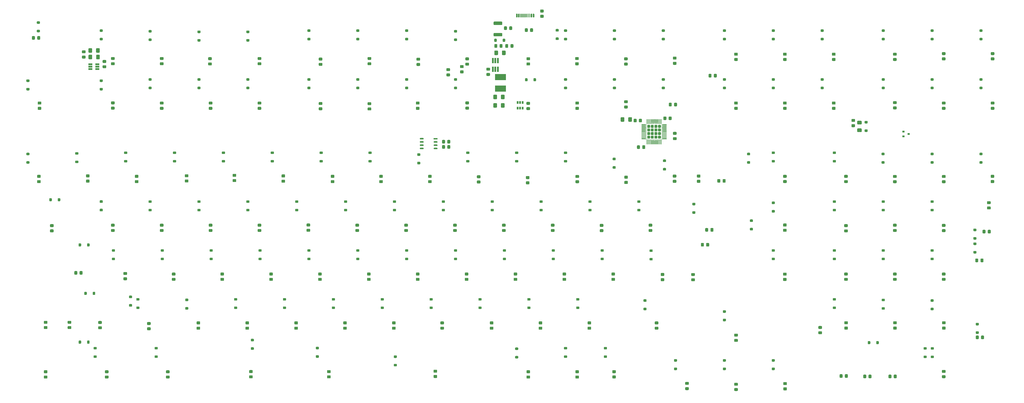
<source format=gbr>
G04 #@! TF.GenerationSoftware,KiCad,Pcbnew,(5.99.0-3379-gdb40e0c595)*
G04 #@! TF.CreationDate,2020-09-23T13:57:12-04:00*
G04 #@! TF.ProjectId,Boston-keyboard-S,426f7374-6f6e-42d6-9b65-79626f617264,rev?*
G04 #@! TF.SameCoordinates,Original*
G04 #@! TF.FileFunction,Paste,Bot*
G04 #@! TF.FilePolarity,Positive*
%FSLAX46Y46*%
G04 Gerber Fmt 4.6, Leading zero omitted, Abs format (unit mm)*
G04 Created by KiCad (PCBNEW (5.99.0-3379-gdb40e0c595)) date 2020-09-23 13:57:12*
%MOMM*%
%LPD*%
G01*
G04 APERTURE LIST*
%ADD10R,1.550000X0.600000*%
%ADD11R,4.200000X2.400000*%
%ADD12R,0.650000X1.060000*%
%ADD13R,0.650000X2.000000*%
%ADD14R,1.560000X0.650000*%
%ADD15R,0.900000X0.800000*%
G04 APERTURE END LIST*
G36*
G01*
X366250000Y-150675000D02*
X367150000Y-150675000D01*
G75*
G02*
X367400000Y-150925000I0J-250000D01*
G01*
X367400000Y-151575000D01*
G75*
G02*
X367150000Y-151825000I-250000J0D01*
G01*
X366250000Y-151825000D01*
G75*
G02*
X366000000Y-151575000I0J250000D01*
G01*
X366000000Y-150925000D01*
G75*
G02*
X366250000Y-150675000I250000J0D01*
G01*
G37*
G36*
G01*
X366250000Y-148625000D02*
X367150000Y-148625000D01*
G75*
G02*
X367400000Y-148875000I0J-250000D01*
G01*
X367400000Y-149525000D01*
G75*
G02*
X367150000Y-149775000I-250000J0D01*
G01*
X366250000Y-149775000D01*
G75*
G02*
X366000000Y-149525000I0J250000D01*
G01*
X366000000Y-148875000D01*
G75*
G02*
X366250000Y-148625000I250000J0D01*
G01*
G37*
G36*
G01*
X374280000Y-168571251D02*
X374280000Y-167671249D01*
G75*
G02*
X374529999Y-167421250I249999J0D01*
G01*
X375180001Y-167421250D01*
G75*
G02*
X375430000Y-167671249I0J-249999D01*
G01*
X375430000Y-168571251D01*
G75*
G02*
X375180001Y-168821250I-249999J0D01*
G01*
X374529999Y-168821250D01*
G75*
G02*
X374280000Y-168571251I0J249999D01*
G01*
G37*
G36*
G01*
X376330000Y-168571251D02*
X376330000Y-167671249D01*
G75*
G02*
X376579999Y-167421250I249999J0D01*
G01*
X377230001Y-167421250D01*
G75*
G02*
X377480000Y-167671249I0J-249999D01*
G01*
X377480000Y-168571251D01*
G75*
G02*
X377230001Y-168821250I-249999J0D01*
G01*
X376579999Y-168821250D01*
G75*
G02*
X376330000Y-168571251I0J249999D01*
G01*
G37*
G36*
G01*
X124228750Y-99613750D02*
X124928750Y-99613750D01*
G75*
G02*
X125178750Y-99863750I0J-250000D01*
G01*
X125178750Y-100363750D01*
G75*
G02*
X124928750Y-100613750I-250000J0D01*
G01*
X124228750Y-100613750D01*
G75*
G02*
X123978750Y-100363750I0J250000D01*
G01*
X123978750Y-99863750D01*
G75*
G02*
X124228750Y-99613750I250000J0D01*
G01*
G37*
G36*
G01*
X124228750Y-102913750D02*
X124928750Y-102913750D01*
G75*
G02*
X125178750Y-103163750I0J-250000D01*
G01*
X125178750Y-103663750D01*
G75*
G02*
X124928750Y-103913750I-250000J0D01*
G01*
X124228750Y-103913750D01*
G75*
G02*
X123978750Y-103663750I0J250000D01*
G01*
X123978750Y-103163750D01*
G75*
G02*
X124228750Y-102913750I250000J0D01*
G01*
G37*
G36*
G01*
X79200000Y-127449999D02*
X79200000Y-128350001D01*
G75*
G02*
X78950001Y-128600000I-249999J0D01*
G01*
X78299999Y-128600000D01*
G75*
G02*
X78050000Y-128350001I0J249999D01*
G01*
X78050000Y-127449999D01*
G75*
G02*
X78299999Y-127200000I249999J0D01*
G01*
X78950001Y-127200000D01*
G75*
G02*
X79200000Y-127449999I0J-249999D01*
G01*
G37*
G36*
G01*
X77150000Y-127449999D02*
X77150000Y-128350001D01*
G75*
G02*
X76900001Y-128600000I-249999J0D01*
G01*
X76249999Y-128600000D01*
G75*
G02*
X76000000Y-128350001I0J249999D01*
G01*
X76000000Y-127449999D01*
G75*
G02*
X76249999Y-127200000I249999J0D01*
G01*
X76900001Y-127200000D01*
G75*
G02*
X77150000Y-127449999I0J-249999D01*
G01*
G37*
G36*
G01*
X147703124Y-108736250D02*
X148603126Y-108736250D01*
G75*
G02*
X148853125Y-108986249I0J-249999D01*
G01*
X148853125Y-109636251D01*
G75*
G02*
X148603126Y-109886250I-249999J0D01*
G01*
X147703124Y-109886250D01*
G75*
G02*
X147453125Y-109636251I0J249999D01*
G01*
X147453125Y-108986249D01*
G75*
G02*
X147703124Y-108736250I249999J0D01*
G01*
G37*
G36*
G01*
X147703124Y-110786250D02*
X148603126Y-110786250D01*
G75*
G02*
X148853125Y-111036249I0J-249999D01*
G01*
X148853125Y-111686251D01*
G75*
G02*
X148603126Y-111936250I-249999J0D01*
G01*
X147703124Y-111936250D01*
G75*
G02*
X147453125Y-111686251I0J249999D01*
G01*
X147453125Y-111036249D01*
G75*
G02*
X147703124Y-110786250I249999J0D01*
G01*
G37*
G36*
G01*
X238528750Y-99613750D02*
X239228750Y-99613750D01*
G75*
G02*
X239478750Y-99863750I0J-250000D01*
G01*
X239478750Y-100363750D01*
G75*
G02*
X239228750Y-100613750I-250000J0D01*
G01*
X238528750Y-100613750D01*
G75*
G02*
X238278750Y-100363750I0J250000D01*
G01*
X238278750Y-99863750D01*
G75*
G02*
X238528750Y-99613750I250000J0D01*
G01*
G37*
G36*
G01*
X238528750Y-102913750D02*
X239228750Y-102913750D01*
G75*
G02*
X239478750Y-103163750I0J-250000D01*
G01*
X239478750Y-103663750D01*
G75*
G02*
X239228750Y-103913750I-250000J0D01*
G01*
X238528750Y-103913750D01*
G75*
G02*
X238278750Y-103663750I0J250000D01*
G01*
X238278750Y-103163750D01*
G75*
G02*
X238528750Y-102913750I250000J0D01*
G01*
G37*
G36*
G01*
X257800000Y-25225000D02*
X258700000Y-25225000D01*
G75*
G02*
X258950000Y-25475000I0J-250000D01*
G01*
X258950000Y-26125000D01*
G75*
G02*
X258700000Y-26375000I-250000J0D01*
G01*
X257800000Y-26375000D01*
G75*
G02*
X257550000Y-26125000I0J250000D01*
G01*
X257550000Y-25475000D01*
G75*
G02*
X257800000Y-25225000I250000J0D01*
G01*
G37*
G36*
G01*
X257800000Y-27275000D02*
X258700000Y-27275000D01*
G75*
G02*
X258950000Y-27525000I0J-250000D01*
G01*
X258950000Y-28175000D01*
G75*
G02*
X258700000Y-28425000I-250000J0D01*
G01*
X257800000Y-28425000D01*
G75*
G02*
X257550000Y-28175000I0J250000D01*
G01*
X257550000Y-27525000D01*
G75*
G02*
X257800000Y-27275000I250000J0D01*
G01*
G37*
G36*
G01*
X255950000Y-52250000D02*
X255950000Y-52950000D01*
G75*
G02*
X255700000Y-53200000I-250000J0D01*
G01*
X255200000Y-53200000D01*
G75*
G02*
X254950000Y-52950000I0J250000D01*
G01*
X254950000Y-52250000D01*
G75*
G02*
X255200000Y-52000000I250000J0D01*
G01*
X255700000Y-52000000D01*
G75*
G02*
X255950000Y-52250000I0J-250000D01*
G01*
G37*
G36*
G01*
X252650000Y-52250000D02*
X252650000Y-52950000D01*
G75*
G02*
X252400000Y-53200000I-250000J0D01*
G01*
X251900000Y-53200000D01*
G75*
G02*
X251650000Y-52950000I0J250000D01*
G01*
X251650000Y-52250000D01*
G75*
G02*
X251900000Y-52000000I250000J0D01*
G01*
X252400000Y-52000000D01*
G75*
G02*
X252650000Y-52250000I0J-250000D01*
G01*
G37*
G36*
G01*
X222530000Y-78350000D02*
X222530000Y-79250000D01*
G75*
G02*
X222280000Y-79500000I-250000J0D01*
G01*
X221630000Y-79500000D01*
G75*
G02*
X221380000Y-79250000I0J250000D01*
G01*
X221380000Y-78350000D01*
G75*
G02*
X221630000Y-78100000I250000J0D01*
G01*
X222280000Y-78100000D01*
G75*
G02*
X222530000Y-78350000I0J-250000D01*
G01*
G37*
G36*
G01*
X220480000Y-78350000D02*
X220480000Y-79250000D01*
G75*
G02*
X220230000Y-79500000I-250000J0D01*
G01*
X219580000Y-79500000D01*
G75*
G02*
X219330000Y-79250000I0J250000D01*
G01*
X219330000Y-78350000D01*
G75*
G02*
X219580000Y-78100000I250000J0D01*
G01*
X220230000Y-78100000D01*
G75*
G02*
X220480000Y-78350000I0J-250000D01*
G01*
G37*
G36*
G01*
X97558750Y-136761250D02*
X98258750Y-136761250D01*
G75*
G02*
X98508750Y-137011250I0J-250000D01*
G01*
X98508750Y-137511250D01*
G75*
G02*
X98258750Y-137761250I-250000J0D01*
G01*
X97558750Y-137761250D01*
G75*
G02*
X97308750Y-137511250I0J250000D01*
G01*
X97308750Y-137011250D01*
G75*
G02*
X97558750Y-136761250I250000J0D01*
G01*
G37*
G36*
G01*
X97558750Y-140061250D02*
X98258750Y-140061250D01*
G75*
G02*
X98508750Y-140311250I0J-250000D01*
G01*
X98508750Y-140811250D01*
G75*
G02*
X98258750Y-141061250I-250000J0D01*
G01*
X97558750Y-141061250D01*
G75*
G02*
X97308750Y-140811250I0J250000D01*
G01*
X97308750Y-140311250D01*
G75*
G02*
X97558750Y-140061250I250000J0D01*
G01*
G37*
G36*
G01*
X262003124Y-108736250D02*
X262903126Y-108736250D01*
G75*
G02*
X263153125Y-108986249I0J-249999D01*
G01*
X263153125Y-109636251D01*
G75*
G02*
X262903126Y-109886250I-249999J0D01*
G01*
X262003124Y-109886250D01*
G75*
G02*
X261753125Y-109636251I0J249999D01*
G01*
X261753125Y-108986249D01*
G75*
G02*
X262003124Y-108736250I249999J0D01*
G01*
G37*
G36*
G01*
X262003124Y-110786250D02*
X262903126Y-110786250D01*
G75*
G02*
X263153125Y-111036249I0J-249999D01*
G01*
X263153125Y-111686251D01*
G75*
G02*
X262903126Y-111936250I-249999J0D01*
G01*
X262003124Y-111936250D01*
G75*
G02*
X261753125Y-111686251I0J249999D01*
G01*
X261753125Y-111036249D01*
G75*
G02*
X262003124Y-110786250I249999J0D01*
G01*
G37*
G36*
G01*
X286153750Y-51988750D02*
X286853750Y-51988750D01*
G75*
G02*
X287103750Y-52238750I0J-250000D01*
G01*
X287103750Y-52738750D01*
G75*
G02*
X286853750Y-52988750I-250000J0D01*
G01*
X286153750Y-52988750D01*
G75*
G02*
X285903750Y-52738750I0J250000D01*
G01*
X285903750Y-52238750D01*
G75*
G02*
X286153750Y-51988750I250000J0D01*
G01*
G37*
G36*
G01*
X286153750Y-55288750D02*
X286853750Y-55288750D01*
G75*
G02*
X287103750Y-55538750I0J-250000D01*
G01*
X287103750Y-56038750D01*
G75*
G02*
X286853750Y-56288750I-250000J0D01*
G01*
X286153750Y-56288750D01*
G75*
G02*
X285903750Y-56038750I0J250000D01*
G01*
X285903750Y-55538750D01*
G75*
G02*
X286153750Y-55288750I250000J0D01*
G01*
G37*
G36*
G01*
X239300000Y-63224999D02*
X239300000Y-61975001D01*
G75*
G02*
X239550001Y-61725000I250001J0D01*
G01*
X240474999Y-61725000D01*
G75*
G02*
X240725000Y-61975001I0J-250001D01*
G01*
X240725000Y-63224999D01*
G75*
G02*
X240474999Y-63475000I-250001J0D01*
G01*
X239550001Y-63475000D01*
G75*
G02*
X239300000Y-63224999I0J250001D01*
G01*
G37*
G36*
G01*
X242275000Y-63224999D02*
X242275000Y-61975001D01*
G75*
G02*
X242525001Y-61725000I250001J0D01*
G01*
X243449999Y-61725000D01*
G75*
G02*
X243700000Y-61975001I0J-250001D01*
G01*
X243700000Y-63224999D01*
G75*
G02*
X243449999Y-63475000I-250001J0D01*
G01*
X242525001Y-63475000D01*
G75*
G02*
X242275000Y-63224999I0J250001D01*
G01*
G37*
G36*
G01*
X156989999Y-89527500D02*
X157890001Y-89527500D01*
G75*
G02*
X158140000Y-89777499I0J-249999D01*
G01*
X158140000Y-90427501D01*
G75*
G02*
X157890001Y-90677500I-249999J0D01*
G01*
X156989999Y-90677500D01*
G75*
G02*
X156740000Y-90427501I0J249999D01*
G01*
X156740000Y-89777499D01*
G75*
G02*
X156989999Y-89527500I249999J0D01*
G01*
G37*
G36*
G01*
X156989999Y-91577500D02*
X157890001Y-91577500D01*
G75*
G02*
X158140000Y-91827499I0J-249999D01*
G01*
X158140000Y-92477501D01*
G75*
G02*
X157890001Y-92727500I-249999J0D01*
G01*
X156989999Y-92727500D01*
G75*
G02*
X156740000Y-92477501I0J249999D01*
G01*
X156740000Y-91827499D01*
G75*
G02*
X156989999Y-91577500I249999J0D01*
G01*
G37*
G36*
G01*
X66769999Y-108895000D02*
X67670001Y-108895000D01*
G75*
G02*
X67920000Y-109144999I0J-249999D01*
G01*
X67920000Y-109795001D01*
G75*
G02*
X67670001Y-110045000I-249999J0D01*
G01*
X66769999Y-110045000D01*
G75*
G02*
X66520000Y-109795001I0J249999D01*
G01*
X66520000Y-109144999D01*
G75*
G02*
X66769999Y-108895000I249999J0D01*
G01*
G37*
G36*
G01*
X66769999Y-110945000D02*
X67670001Y-110945000D01*
G75*
G02*
X67920000Y-111194999I0J-249999D01*
G01*
X67920000Y-111845001D01*
G75*
G02*
X67670001Y-112095000I-249999J0D01*
G01*
X66769999Y-112095000D01*
G75*
G02*
X66520000Y-111845001I0J249999D01*
G01*
X66520000Y-111194999D01*
G75*
G02*
X66769999Y-110945000I249999J0D01*
G01*
G37*
G36*
G01*
X252239999Y-90162500D02*
X253140001Y-90162500D01*
G75*
G02*
X253390000Y-90412499I0J-249999D01*
G01*
X253390000Y-91062501D01*
G75*
G02*
X253140001Y-91312500I-249999J0D01*
G01*
X252239999Y-91312500D01*
G75*
G02*
X251990000Y-91062501I0J249999D01*
G01*
X251990000Y-90412499D01*
G75*
G02*
X252239999Y-90162500I249999J0D01*
G01*
G37*
G36*
G01*
X252239999Y-92212500D02*
X253140001Y-92212500D01*
G75*
G02*
X253390000Y-92462499I0J-249999D01*
G01*
X253390000Y-93112501D01*
G75*
G02*
X253140001Y-93362500I-249999J0D01*
G01*
X252239999Y-93362500D01*
G75*
G02*
X251990000Y-93112501I0J249999D01*
G01*
X251990000Y-92462499D01*
G75*
G02*
X252239999Y-92212500I249999J0D01*
G01*
G37*
G36*
G01*
X291425001Y-47075000D02*
X290524999Y-47075000D01*
G75*
G02*
X290275000Y-46825001I0J249999D01*
G01*
X290275000Y-46174999D01*
G75*
G02*
X290524999Y-45925000I249999J0D01*
G01*
X291425001Y-45925000D01*
G75*
G02*
X291675000Y-46174999I0J-249999D01*
G01*
X291675000Y-46825001D01*
G75*
G02*
X291425001Y-47075000I-249999J0D01*
G01*
G37*
G36*
G01*
X291425001Y-45025000D02*
X290524999Y-45025000D01*
G75*
G02*
X290275000Y-44775001I0J249999D01*
G01*
X290275000Y-44124999D01*
G75*
G02*
X290524999Y-43875000I249999J0D01*
G01*
X291425001Y-43875000D01*
G75*
G02*
X291675000Y-44124999I0J-249999D01*
G01*
X291675000Y-44775001D01*
G75*
G02*
X291425001Y-45025000I-249999J0D01*
G01*
G37*
G36*
G01*
X190327499Y-127786250D02*
X191227501Y-127786250D01*
G75*
G02*
X191477500Y-128036249I0J-249999D01*
G01*
X191477500Y-128686251D01*
G75*
G02*
X191227501Y-128936250I-249999J0D01*
G01*
X190327499Y-128936250D01*
G75*
G02*
X190077500Y-128686251I0J249999D01*
G01*
X190077500Y-128036249D01*
G75*
G02*
X190327499Y-127786250I249999J0D01*
G01*
G37*
G36*
G01*
X190327499Y-129836250D02*
X191227501Y-129836250D01*
G75*
G02*
X191477500Y-130086249I0J-249999D01*
G01*
X191477500Y-130736251D01*
G75*
G02*
X191227501Y-130986250I-249999J0D01*
G01*
X190327499Y-130986250D01*
G75*
G02*
X190077500Y-130736251I0J249999D01*
G01*
X190077500Y-130086249D01*
G75*
G02*
X190327499Y-129836250I249999J0D01*
G01*
G37*
G36*
G01*
X224241250Y-51988750D02*
X224941250Y-51988750D01*
G75*
G02*
X225191250Y-52238750I0J-250000D01*
G01*
X225191250Y-52738750D01*
G75*
G02*
X224941250Y-52988750I-250000J0D01*
G01*
X224241250Y-52988750D01*
G75*
G02*
X223991250Y-52738750I0J250000D01*
G01*
X223991250Y-52238750D01*
G75*
G02*
X224241250Y-51988750I250000J0D01*
G01*
G37*
G36*
G01*
X224241250Y-55288750D02*
X224941250Y-55288750D01*
G75*
G02*
X225191250Y-55538750I0J-250000D01*
G01*
X225191250Y-56038750D01*
G75*
G02*
X224941250Y-56288750I-250000J0D01*
G01*
X224241250Y-56288750D01*
G75*
G02*
X223991250Y-56038750I0J250000D01*
G01*
X223991250Y-55538750D01*
G75*
G02*
X224241250Y-55288750I250000J0D01*
G01*
G37*
G36*
G01*
X253375001Y-47025000D02*
X252474999Y-47025000D01*
G75*
G02*
X252225000Y-46775001I0J249999D01*
G01*
X252225000Y-46124999D01*
G75*
G02*
X252474999Y-45875000I249999J0D01*
G01*
X253375001Y-45875000D01*
G75*
G02*
X253625000Y-46124999I0J-249999D01*
G01*
X253625000Y-46775001D01*
G75*
G02*
X253375001Y-47025000I-249999J0D01*
G01*
G37*
G36*
G01*
X253375001Y-44975000D02*
X252474999Y-44975000D01*
G75*
G02*
X252225000Y-44725001I0J249999D01*
G01*
X252225000Y-44074999D01*
G75*
G02*
X252474999Y-43825000I249999J0D01*
G01*
X253375001Y-43825000D01*
G75*
G02*
X253625000Y-44074999I0J-249999D01*
G01*
X253625000Y-44725001D01*
G75*
G02*
X253375001Y-44975000I-249999J0D01*
G01*
G37*
G36*
G01*
X276290624Y-146836250D02*
X277190626Y-146836250D01*
G75*
G02*
X277440625Y-147086249I0J-249999D01*
G01*
X277440625Y-147736251D01*
G75*
G02*
X277190626Y-147986250I-249999J0D01*
G01*
X276290624Y-147986250D01*
G75*
G02*
X276040625Y-147736251I0J249999D01*
G01*
X276040625Y-147086249D01*
G75*
G02*
X276290624Y-146836250I249999J0D01*
G01*
G37*
G36*
G01*
X276290624Y-148886250D02*
X277190626Y-148886250D01*
G75*
G02*
X277440625Y-149136249I0J-249999D01*
G01*
X277440625Y-149786251D01*
G75*
G02*
X277190626Y-150036250I-249999J0D01*
G01*
X276290624Y-150036250D01*
G75*
G02*
X276040625Y-149786251I0J249999D01*
G01*
X276040625Y-149136249D01*
G75*
G02*
X276290624Y-148886250I249999J0D01*
G01*
G37*
G36*
G01*
X276628750Y-99613750D02*
X277328750Y-99613750D01*
G75*
G02*
X277578750Y-99863750I0J-250000D01*
G01*
X277578750Y-100363750D01*
G75*
G02*
X277328750Y-100613750I-250000J0D01*
G01*
X276628750Y-100613750D01*
G75*
G02*
X276378750Y-100363750I0J250000D01*
G01*
X276378750Y-99863750D01*
G75*
G02*
X276628750Y-99613750I250000J0D01*
G01*
G37*
G36*
G01*
X276628750Y-102913750D02*
X277328750Y-102913750D01*
G75*
G02*
X277578750Y-103163750I0J-250000D01*
G01*
X277578750Y-103663750D01*
G75*
G02*
X277328750Y-103913750I-250000J0D01*
G01*
X276628750Y-103913750D01*
G75*
G02*
X276378750Y-103663750I0J250000D01*
G01*
X276378750Y-103163750D01*
G75*
G02*
X276628750Y-102913750I250000J0D01*
G01*
G37*
G36*
G01*
X414403124Y-61111250D02*
X415303126Y-61111250D01*
G75*
G02*
X415553125Y-61361249I0J-249999D01*
G01*
X415553125Y-62011251D01*
G75*
G02*
X415303126Y-62261250I-249999J0D01*
G01*
X414403124Y-62261250D01*
G75*
G02*
X414153125Y-62011251I0J249999D01*
G01*
X414153125Y-61361249D01*
G75*
G02*
X414403124Y-61111250I249999J0D01*
G01*
G37*
G36*
G01*
X414403124Y-63161250D02*
X415303126Y-63161250D01*
G75*
G02*
X415553125Y-63411249I0J-249999D01*
G01*
X415553125Y-64061251D01*
G75*
G02*
X415303126Y-64311250I-249999J0D01*
G01*
X414403124Y-64311250D01*
G75*
G02*
X414153125Y-64061251I0J249999D01*
G01*
X414153125Y-63411249D01*
G75*
G02*
X414403124Y-63161250I249999J0D01*
G01*
G37*
G36*
G01*
X348066250Y-80563750D02*
X348766250Y-80563750D01*
G75*
G02*
X349016250Y-80813750I0J-250000D01*
G01*
X349016250Y-81313750D01*
G75*
G02*
X348766250Y-81563750I-250000J0D01*
G01*
X348066250Y-81563750D01*
G75*
G02*
X347816250Y-81313750I0J250000D01*
G01*
X347816250Y-80813750D01*
G75*
G02*
X348066250Y-80563750I250000J0D01*
G01*
G37*
G36*
G01*
X348066250Y-83863750D02*
X348766250Y-83863750D01*
G75*
G02*
X349016250Y-84113750I0J-250000D01*
G01*
X349016250Y-84613750D01*
G75*
G02*
X348766250Y-84863750I-250000J0D01*
G01*
X348066250Y-84863750D01*
G75*
G02*
X347816250Y-84613750I0J250000D01*
G01*
X347816250Y-84113750D01*
G75*
G02*
X348066250Y-83863750I250000J0D01*
G01*
G37*
G36*
G01*
X171277499Y-127786250D02*
X172177501Y-127786250D01*
G75*
G02*
X172427500Y-128036249I0J-249999D01*
G01*
X172427500Y-128686251D01*
G75*
G02*
X172177501Y-128936250I-249999J0D01*
G01*
X171277499Y-128936250D01*
G75*
G02*
X171027500Y-128686251I0J249999D01*
G01*
X171027500Y-128036249D01*
G75*
G02*
X171277499Y-127786250I249999J0D01*
G01*
G37*
G36*
G01*
X171277499Y-129836250D02*
X172177501Y-129836250D01*
G75*
G02*
X172427500Y-130086249I0J-249999D01*
G01*
X172427500Y-130736251D01*
G75*
G02*
X172177501Y-130986250I-249999J0D01*
G01*
X171277499Y-130986250D01*
G75*
G02*
X171027500Y-130736251I0J249999D01*
G01*
X171027500Y-130086249D01*
G75*
G02*
X171277499Y-129836250I249999J0D01*
G01*
G37*
G36*
G01*
X209377499Y-127786250D02*
X210277501Y-127786250D01*
G75*
G02*
X210527500Y-128036249I0J-249999D01*
G01*
X210527500Y-128686251D01*
G75*
G02*
X210277501Y-128936250I-249999J0D01*
G01*
X209377499Y-128936250D01*
G75*
G02*
X209127500Y-128686251I0J249999D01*
G01*
X209127500Y-128036249D01*
G75*
G02*
X209377499Y-127786250I249999J0D01*
G01*
G37*
G36*
G01*
X209377499Y-129836250D02*
X210277501Y-129836250D01*
G75*
G02*
X210527500Y-130086249I0J-249999D01*
G01*
X210527500Y-130736251D01*
G75*
G02*
X210277501Y-130986250I-249999J0D01*
G01*
X209377499Y-130986250D01*
G75*
G02*
X209127500Y-130736251I0J249999D01*
G01*
X209127500Y-130086249D01*
G75*
G02*
X209377499Y-129836250I249999J0D01*
G01*
G37*
G36*
G01*
X57553750Y-52465000D02*
X58253750Y-52465000D01*
G75*
G02*
X58503750Y-52715000I0J-250000D01*
G01*
X58503750Y-53215000D01*
G75*
G02*
X58253750Y-53465000I-250000J0D01*
G01*
X57553750Y-53465000D01*
G75*
G02*
X57303750Y-53215000I0J250000D01*
G01*
X57303750Y-52715000D01*
G75*
G02*
X57553750Y-52465000I250000J0D01*
G01*
G37*
G36*
G01*
X57553750Y-55765000D02*
X58253750Y-55765000D01*
G75*
G02*
X58503750Y-56015000I0J-250000D01*
G01*
X58503750Y-56515000D01*
G75*
G02*
X58253750Y-56765000I-250000J0D01*
G01*
X57553750Y-56765000D01*
G75*
G02*
X57303750Y-56515000I0J250000D01*
G01*
X57303750Y-56015000D01*
G75*
G02*
X57553750Y-55765000I250000J0D01*
G01*
G37*
D10*
X216800000Y-75585000D03*
G36*
G01*
X217575000Y-76855000D02*
X217575000Y-76855000D01*
G75*
G02*
X217275000Y-77155000I-300000J0D01*
G01*
X216325000Y-77155000D01*
G75*
G02*
X216025000Y-76855000I0J300000D01*
G01*
X216025000Y-76855000D01*
G75*
G02*
X216325000Y-76555000I300000J0D01*
G01*
X217275000Y-76555000D01*
G75*
G02*
X217575000Y-76855000I0J-300000D01*
G01*
G37*
G36*
G01*
X217575000Y-78125000D02*
X217575000Y-78125000D01*
G75*
G02*
X217275000Y-78425000I-300000J0D01*
G01*
X216325000Y-78425000D01*
G75*
G02*
X216025000Y-78125000I0J300000D01*
G01*
X216025000Y-78125000D01*
G75*
G02*
X216325000Y-77825000I300000J0D01*
G01*
X217275000Y-77825000D01*
G75*
G02*
X217575000Y-78125000I0J-300000D01*
G01*
G37*
G36*
G01*
X217575000Y-79395000D02*
X217575000Y-79395000D01*
G75*
G02*
X217275000Y-79695000I-300000J0D01*
G01*
X216325000Y-79695000D01*
G75*
G02*
X216025000Y-79395000I0J300000D01*
G01*
X216025000Y-79395000D01*
G75*
G02*
X216325000Y-79095000I300000J0D01*
G01*
X217275000Y-79095000D01*
G75*
G02*
X217575000Y-79395000I0J-300000D01*
G01*
G37*
G36*
G01*
X212175000Y-79395000D02*
X212175000Y-79395000D01*
G75*
G02*
X211875000Y-79695000I-300000J0D01*
G01*
X210925000Y-79695000D01*
G75*
G02*
X210625000Y-79395000I0J300000D01*
G01*
X210625000Y-79395000D01*
G75*
G02*
X210925000Y-79095000I300000J0D01*
G01*
X211875000Y-79095000D01*
G75*
G02*
X212175000Y-79395000I0J-300000D01*
G01*
G37*
G36*
G01*
X212175000Y-78125000D02*
X212175000Y-78125000D01*
G75*
G02*
X211875000Y-78425000I-300000J0D01*
G01*
X210925000Y-78425000D01*
G75*
G02*
X210625000Y-78125000I0J300000D01*
G01*
X210625000Y-78125000D01*
G75*
G02*
X210925000Y-77825000I300000J0D01*
G01*
X211875000Y-77825000D01*
G75*
G02*
X212175000Y-78125000I0J-300000D01*
G01*
G37*
G36*
G01*
X212175000Y-76855000D02*
X212175000Y-76855000D01*
G75*
G02*
X211875000Y-77155000I-300000J0D01*
G01*
X210925000Y-77155000D01*
G75*
G02*
X210625000Y-76855000I0J300000D01*
G01*
X210625000Y-76855000D01*
G75*
G02*
X210925000Y-76555000I300000J0D01*
G01*
X211875000Y-76555000D01*
G75*
G02*
X212175000Y-76855000I0J-300000D01*
G01*
G37*
G36*
G01*
X212175000Y-75585000D02*
X212175000Y-75585000D01*
G75*
G02*
X211875000Y-75885000I-300000J0D01*
G01*
X210925000Y-75885000D01*
G75*
G02*
X210625000Y-75585000I0J300000D01*
G01*
X210625000Y-75585000D01*
G75*
G02*
X210925000Y-75285000I300000J0D01*
G01*
X211875000Y-75285000D01*
G75*
G02*
X212175000Y-75585000I0J-300000D01*
G01*
G37*
G36*
G01*
X87275000Y-44900000D02*
X88175000Y-44900000D01*
G75*
G02*
X88425000Y-45150000I0J-250000D01*
G01*
X88425000Y-45800000D01*
G75*
G02*
X88175000Y-46050000I-250000J0D01*
G01*
X87275000Y-46050000D01*
G75*
G02*
X87025000Y-45800000I0J250000D01*
G01*
X87025000Y-45150000D01*
G75*
G02*
X87275000Y-44900000I250000J0D01*
G01*
G37*
G36*
G01*
X87275000Y-46950000D02*
X88175000Y-46950000D01*
G75*
G02*
X88425000Y-47200000I0J-250000D01*
G01*
X88425000Y-47850000D01*
G75*
G02*
X88175000Y-48100000I-250000J0D01*
G01*
X87275000Y-48100000D01*
G75*
G02*
X87025000Y-47850000I0J250000D01*
G01*
X87025000Y-47200000D01*
G75*
G02*
X87275000Y-46950000I250000J0D01*
G01*
G37*
G36*
G01*
X348066250Y-32938750D02*
X348766250Y-32938750D01*
G75*
G02*
X349016250Y-33188750I0J-250000D01*
G01*
X349016250Y-33688750D01*
G75*
G02*
X348766250Y-33938750I-250000J0D01*
G01*
X348066250Y-33938750D01*
G75*
G02*
X347816250Y-33688750I0J250000D01*
G01*
X347816250Y-33188750D01*
G75*
G02*
X348066250Y-32938750I250000J0D01*
G01*
G37*
G36*
G01*
X348066250Y-36238750D02*
X348766250Y-36238750D01*
G75*
G02*
X349016250Y-36488750I0J-250000D01*
G01*
X349016250Y-36988750D01*
G75*
G02*
X348766250Y-37238750I-250000J0D01*
G01*
X348066250Y-37238750D01*
G75*
G02*
X347816250Y-36988750I0J250000D01*
G01*
X347816250Y-36488750D01*
G75*
G02*
X348066250Y-36238750I250000J0D01*
G01*
G37*
G36*
G01*
X76603750Y-80818750D02*
X77303750Y-80818750D01*
G75*
G02*
X77553750Y-81068750I0J-250000D01*
G01*
X77553750Y-81568750D01*
G75*
G02*
X77303750Y-81818750I-250000J0D01*
G01*
X76603750Y-81818750D01*
G75*
G02*
X76353750Y-81568750I0J250000D01*
G01*
X76353750Y-81068750D01*
G75*
G02*
X76603750Y-80818750I250000J0D01*
G01*
G37*
G36*
G01*
X76603750Y-84118750D02*
X77303750Y-84118750D01*
G75*
G02*
X77553750Y-84368750I0J-250000D01*
G01*
X77553750Y-84868750D01*
G75*
G02*
X77303750Y-85118750I-250000J0D01*
G01*
X76603750Y-85118750D01*
G75*
G02*
X76353750Y-84868750I0J250000D01*
G01*
X76353750Y-84368750D01*
G75*
G02*
X76603750Y-84118750I250000J0D01*
G01*
G37*
G36*
G01*
X242953124Y-108736250D02*
X243853126Y-108736250D01*
G75*
G02*
X244103125Y-108986249I0J-249999D01*
G01*
X244103125Y-109636251D01*
G75*
G02*
X243853126Y-109886250I-249999J0D01*
G01*
X242953124Y-109886250D01*
G75*
G02*
X242703125Y-109636251I0J249999D01*
G01*
X242703125Y-108986249D01*
G75*
G02*
X242953124Y-108736250I249999J0D01*
G01*
G37*
G36*
G01*
X242953124Y-110786250D02*
X243853126Y-110786250D01*
G75*
G02*
X244103125Y-111036249I0J-249999D01*
G01*
X244103125Y-111686251D01*
G75*
G02*
X243853126Y-111936250I-249999J0D01*
G01*
X242953124Y-111936250D01*
G75*
G02*
X242703125Y-111686251I0J249999D01*
G01*
X242703125Y-111036249D01*
G75*
G02*
X242953124Y-110786250I249999J0D01*
G01*
G37*
G36*
G01*
X114703750Y-80563750D02*
X115403750Y-80563750D01*
G75*
G02*
X115653750Y-80813750I0J-250000D01*
G01*
X115653750Y-81313750D01*
G75*
G02*
X115403750Y-81563750I-250000J0D01*
G01*
X114703750Y-81563750D01*
G75*
G02*
X114453750Y-81313750I0J250000D01*
G01*
X114453750Y-80813750D01*
G75*
G02*
X114703750Y-80563750I250000J0D01*
G01*
G37*
G36*
G01*
X114703750Y-83863750D02*
X115403750Y-83863750D01*
G75*
G02*
X115653750Y-84113750I0J-250000D01*
G01*
X115653750Y-84613750D01*
G75*
G02*
X115403750Y-84863750I-250000J0D01*
G01*
X114703750Y-84863750D01*
G75*
G02*
X114453750Y-84613750I0J250000D01*
G01*
X114453750Y-84113750D01*
G75*
G02*
X114703750Y-83863750I250000J0D01*
G01*
G37*
G36*
G01*
X152227499Y-127786250D02*
X153127501Y-127786250D01*
G75*
G02*
X153377500Y-128036249I0J-249999D01*
G01*
X153377500Y-128686251D01*
G75*
G02*
X153127501Y-128936250I-249999J0D01*
G01*
X152227499Y-128936250D01*
G75*
G02*
X151977500Y-128686251I0J249999D01*
G01*
X151977500Y-128036249D01*
G75*
G02*
X152227499Y-127786250I249999J0D01*
G01*
G37*
G36*
G01*
X152227499Y-129836250D02*
X153127501Y-129836250D01*
G75*
G02*
X153377500Y-130086249I0J-249999D01*
G01*
X153377500Y-130736251D01*
G75*
G02*
X153127501Y-130986250I-249999J0D01*
G01*
X152227499Y-130986250D01*
G75*
G02*
X151977500Y-130736251I0J249999D01*
G01*
X151977500Y-130086249D01*
G75*
G02*
X152227499Y-129836250I249999J0D01*
G01*
G37*
G36*
G01*
X352490624Y-42061250D02*
X353390626Y-42061250D01*
G75*
G02*
X353640625Y-42311249I0J-249999D01*
G01*
X353640625Y-42961251D01*
G75*
G02*
X353390626Y-43211250I-249999J0D01*
G01*
X352490624Y-43211250D01*
G75*
G02*
X352240625Y-42961251I0J249999D01*
G01*
X352240625Y-42311249D01*
G75*
G02*
X352490624Y-42061250I249999J0D01*
G01*
G37*
G36*
G01*
X352490624Y-44111250D02*
X353390626Y-44111250D01*
G75*
G02*
X353640625Y-44361249I0J-249999D01*
G01*
X353640625Y-45011251D01*
G75*
G02*
X353390626Y-45261250I-249999J0D01*
G01*
X352490624Y-45261250D01*
G75*
G02*
X352240625Y-45011251I0J249999D01*
G01*
X352240625Y-44361249D01*
G75*
G02*
X352490624Y-44111250I249999J0D01*
G01*
G37*
G36*
G01*
X205191250Y-51988750D02*
X205891250Y-51988750D01*
G75*
G02*
X206141250Y-52238750I0J-250000D01*
G01*
X206141250Y-52738750D01*
G75*
G02*
X205891250Y-52988750I-250000J0D01*
G01*
X205191250Y-52988750D01*
G75*
G02*
X204941250Y-52738750I0J250000D01*
G01*
X204941250Y-52238750D01*
G75*
G02*
X205191250Y-51988750I250000J0D01*
G01*
G37*
G36*
G01*
X205191250Y-55288750D02*
X205891250Y-55288750D01*
G75*
G02*
X206141250Y-55538750I0J-250000D01*
G01*
X206141250Y-56038750D01*
G75*
G02*
X205891250Y-56288750I-250000J0D01*
G01*
X205191250Y-56288750D01*
G75*
G02*
X204941250Y-56038750I0J250000D01*
G01*
X204941250Y-55538750D01*
G75*
G02*
X205191250Y-55288750I250000J0D01*
G01*
G37*
G36*
G01*
X81500000Y-41799999D02*
X81500000Y-40550001D01*
G75*
G02*
X81750001Y-40300000I250001J0D01*
G01*
X82674999Y-40300000D01*
G75*
G02*
X82925000Y-40550001I0J-250001D01*
G01*
X82925000Y-41799999D01*
G75*
G02*
X82674999Y-42050000I-250001J0D01*
G01*
X81750001Y-42050000D01*
G75*
G02*
X81500000Y-41799999I0J250001D01*
G01*
G37*
G36*
G01*
X84475000Y-41799999D02*
X84475000Y-40550001D01*
G75*
G02*
X84725001Y-40300000I250001J0D01*
G01*
X85649999Y-40300000D01*
G75*
G02*
X85900000Y-40550001I0J-250001D01*
G01*
X85900000Y-41799999D01*
G75*
G02*
X85649999Y-42050000I-250001J0D01*
G01*
X84725001Y-42050000D01*
G75*
G02*
X84475000Y-41799999I0J250001D01*
G01*
G37*
G36*
G01*
X243291250Y-118663750D02*
X243991250Y-118663750D01*
G75*
G02*
X244241250Y-118913750I0J-250000D01*
G01*
X244241250Y-119413750D01*
G75*
G02*
X243991250Y-119663750I-250000J0D01*
G01*
X243291250Y-119663750D01*
G75*
G02*
X243041250Y-119413750I0J250000D01*
G01*
X243041250Y-118913750D01*
G75*
G02*
X243291250Y-118663750I250000J0D01*
G01*
G37*
G36*
G01*
X243291250Y-121963750D02*
X243991250Y-121963750D01*
G75*
G02*
X244241250Y-122213750I0J-250000D01*
G01*
X244241250Y-122713750D01*
G75*
G02*
X243991250Y-122963750I-250000J0D01*
G01*
X243291250Y-122963750D01*
G75*
G02*
X243041250Y-122713750I0J250000D01*
G01*
X243041250Y-122213750D01*
G75*
G02*
X243291250Y-121963750I250000J0D01*
G01*
G37*
G36*
G01*
X433453124Y-41823125D02*
X434353126Y-41823125D01*
G75*
G02*
X434603125Y-42073124I0J-249999D01*
G01*
X434603125Y-42723126D01*
G75*
G02*
X434353126Y-42973125I-249999J0D01*
G01*
X433453124Y-42973125D01*
G75*
G02*
X433203125Y-42723126I0J249999D01*
G01*
X433203125Y-42073124D01*
G75*
G02*
X433453124Y-41823125I249999J0D01*
G01*
G37*
G36*
G01*
X433453124Y-43873125D02*
X434353126Y-43873125D01*
G75*
G02*
X434603125Y-44123124I0J-249999D01*
G01*
X434603125Y-44773126D01*
G75*
G02*
X434353126Y-45023125I-249999J0D01*
G01*
X433453124Y-45023125D01*
G75*
G02*
X433203125Y-44773126I0J249999D01*
G01*
X433203125Y-44123124D01*
G75*
G02*
X433453124Y-43873125I249999J0D01*
G01*
G37*
G36*
G01*
X218902499Y-146836250D02*
X219802501Y-146836250D01*
G75*
G02*
X220052500Y-147086249I0J-249999D01*
G01*
X220052500Y-147736251D01*
G75*
G02*
X219802501Y-147986250I-249999J0D01*
G01*
X218902499Y-147986250D01*
G75*
G02*
X218652500Y-147736251I0J249999D01*
G01*
X218652500Y-147086249D01*
G75*
G02*
X218902499Y-146836250I249999J0D01*
G01*
G37*
G36*
G01*
X218902499Y-148886250D02*
X219802501Y-148886250D01*
G75*
G02*
X220052500Y-149136249I0J-249999D01*
G01*
X220052500Y-149786251D01*
G75*
G02*
X219802501Y-150036250I-249999J0D01*
G01*
X218902499Y-150036250D01*
G75*
G02*
X218652500Y-149786251I0J249999D01*
G01*
X218652500Y-149136249D01*
G75*
G02*
X218902499Y-148886250I249999J0D01*
G01*
G37*
G36*
G01*
X272350001Y-46950000D02*
X271449999Y-46950000D01*
G75*
G02*
X271200000Y-46700001I0J249999D01*
G01*
X271200000Y-46049999D01*
G75*
G02*
X271449999Y-45800000I249999J0D01*
G01*
X272350001Y-45800000D01*
G75*
G02*
X272600000Y-46049999I0J-249999D01*
G01*
X272600000Y-46700001D01*
G75*
G02*
X272350001Y-46950000I-249999J0D01*
G01*
G37*
G36*
G01*
X272350001Y-44900000D02*
X271449999Y-44900000D01*
G75*
G02*
X271200000Y-44650001I0J249999D01*
G01*
X271200000Y-43999999D01*
G75*
G02*
X271449999Y-43750000I249999J0D01*
G01*
X272350001Y-43750000D01*
G75*
G02*
X272600000Y-43999999I0J-249999D01*
G01*
X272600000Y-44650001D01*
G75*
G02*
X272350001Y-44900000I-249999J0D01*
G01*
G37*
G36*
G01*
X329016250Y-32938750D02*
X329716250Y-32938750D01*
G75*
G02*
X329966250Y-33188750I0J-250000D01*
G01*
X329966250Y-33688750D01*
G75*
G02*
X329716250Y-33938750I-250000J0D01*
G01*
X329016250Y-33938750D01*
G75*
G02*
X328766250Y-33688750I0J250000D01*
G01*
X328766250Y-33188750D01*
G75*
G02*
X329016250Y-32938750I250000J0D01*
G01*
G37*
G36*
G01*
X329016250Y-36238750D02*
X329716250Y-36238750D01*
G75*
G02*
X329966250Y-36488750I0J-250000D01*
G01*
X329966250Y-36988750D01*
G75*
G02*
X329716250Y-37238750I-250000J0D01*
G01*
X329016250Y-37238750D01*
G75*
G02*
X328766250Y-36988750I0J250000D01*
G01*
X328766250Y-36488750D01*
G75*
G02*
X329016250Y-36238750I250000J0D01*
G01*
G37*
G36*
G01*
X171853750Y-80563750D02*
X172553750Y-80563750D01*
G75*
G02*
X172803750Y-80813750I0J-250000D01*
G01*
X172803750Y-81313750D01*
G75*
G02*
X172553750Y-81563750I-250000J0D01*
G01*
X171853750Y-81563750D01*
G75*
G02*
X171603750Y-81313750I0J250000D01*
G01*
X171603750Y-80813750D01*
G75*
G02*
X171853750Y-80563750I250000J0D01*
G01*
G37*
G36*
G01*
X171853750Y-83863750D02*
X172553750Y-83863750D01*
G75*
G02*
X172803750Y-84113750I0J-250000D01*
G01*
X172803750Y-84613750D01*
G75*
G02*
X172553750Y-84863750I-250000J0D01*
G01*
X171853750Y-84863750D01*
G75*
G02*
X171603750Y-84613750I0J250000D01*
G01*
X171603750Y-84113750D01*
G75*
G02*
X171853750Y-83863750I250000J0D01*
G01*
G37*
G36*
G01*
X302484374Y-146836250D02*
X303384376Y-146836250D01*
G75*
G02*
X303634375Y-147086249I0J-249999D01*
G01*
X303634375Y-147736251D01*
G75*
G02*
X303384376Y-147986250I-249999J0D01*
G01*
X302484374Y-147986250D01*
G75*
G02*
X302234375Y-147736251I0J249999D01*
G01*
X302234375Y-147086249D01*
G75*
G02*
X302484374Y-146836250I249999J0D01*
G01*
G37*
G36*
G01*
X302484374Y-148886250D02*
X303384376Y-148886250D01*
G75*
G02*
X303634375Y-149136249I0J-249999D01*
G01*
X303634375Y-149786251D01*
G75*
G02*
X303384376Y-150036250I-249999J0D01*
G01*
X302484374Y-150036250D01*
G75*
G02*
X302234375Y-149786251I0J249999D01*
G01*
X302234375Y-149136249D01*
G75*
G02*
X302484374Y-148886250I249999J0D01*
G01*
G37*
G36*
G01*
X80789999Y-89500000D02*
X81690001Y-89500000D01*
G75*
G02*
X81940000Y-89749999I0J-249999D01*
G01*
X81940000Y-90400001D01*
G75*
G02*
X81690001Y-90650000I-249999J0D01*
G01*
X80789999Y-90650000D01*
G75*
G02*
X80540000Y-90400001I0J249999D01*
G01*
X80540000Y-89749999D01*
G75*
G02*
X80789999Y-89500000I249999J0D01*
G01*
G37*
G36*
G01*
X80789999Y-91550000D02*
X81690001Y-91550000D01*
G75*
G02*
X81940000Y-91799999I0J-249999D01*
G01*
X81940000Y-92450001D01*
G75*
G02*
X81690001Y-92700000I-249999J0D01*
G01*
X80789999Y-92700000D01*
G75*
G02*
X80540000Y-92450001I0J249999D01*
G01*
X80540000Y-91799999D01*
G75*
G02*
X80789999Y-91550000I249999J0D01*
G01*
G37*
G36*
G01*
X219478750Y-99613750D02*
X220178750Y-99613750D01*
G75*
G02*
X220428750Y-99863750I0J-250000D01*
G01*
X220428750Y-100363750D01*
G75*
G02*
X220178750Y-100613750I-250000J0D01*
G01*
X219478750Y-100613750D01*
G75*
G02*
X219228750Y-100363750I0J250000D01*
G01*
X219228750Y-99863750D01*
G75*
G02*
X219478750Y-99613750I250000J0D01*
G01*
G37*
G36*
G01*
X219478750Y-102913750D02*
X220178750Y-102913750D01*
G75*
G02*
X220428750Y-103163750I0J-250000D01*
G01*
X220428750Y-103663750D01*
G75*
G02*
X220178750Y-103913750I-250000J0D01*
G01*
X219478750Y-103913750D01*
G75*
G02*
X219228750Y-103663750I0J250000D01*
G01*
X219228750Y-103163750D01*
G75*
G02*
X219478750Y-102913750I250000J0D01*
G01*
G37*
G36*
G01*
X228427499Y-127786250D02*
X229327501Y-127786250D01*
G75*
G02*
X229577500Y-128036249I0J-249999D01*
G01*
X229577500Y-128686251D01*
G75*
G02*
X229327501Y-128936250I-249999J0D01*
G01*
X228427499Y-128936250D01*
G75*
G02*
X228177500Y-128686251I0J249999D01*
G01*
X228177500Y-128036249D01*
G75*
G02*
X228427499Y-127786250I249999J0D01*
G01*
G37*
G36*
G01*
X228427499Y-129836250D02*
X229327501Y-129836250D01*
G75*
G02*
X229577500Y-130086249I0J-249999D01*
G01*
X229577500Y-130736251D01*
G75*
G02*
X229327501Y-130986250I-249999J0D01*
G01*
X228427499Y-130986250D01*
G75*
G02*
X228177500Y-130736251I0J249999D01*
G01*
X228177500Y-130086249D01*
G75*
G02*
X228427499Y-129836250I249999J0D01*
G01*
G37*
G36*
G01*
X309500000Y-89590000D02*
X310400000Y-89590000D01*
G75*
G02*
X310650000Y-89840000I0J-250000D01*
G01*
X310650000Y-90490000D01*
G75*
G02*
X310400000Y-90740000I-250000J0D01*
G01*
X309500000Y-90740000D01*
G75*
G02*
X309250000Y-90490000I0J250000D01*
G01*
X309250000Y-89840000D01*
G75*
G02*
X309500000Y-89590000I250000J0D01*
G01*
G37*
G36*
G01*
X309500000Y-91640000D02*
X310400000Y-91640000D01*
G75*
G02*
X310650000Y-91890000I0J-250000D01*
G01*
X310650000Y-92540000D01*
G75*
G02*
X310400000Y-92790000I-250000J0D01*
G01*
X309500000Y-92790000D01*
G75*
G02*
X309250000Y-92540000I0J250000D01*
G01*
X309250000Y-91890000D01*
G75*
G02*
X309500000Y-91640000I250000J0D01*
G01*
G37*
G36*
G01*
X254775000Y-32800000D02*
X254775000Y-33700000D01*
G75*
G02*
X254525000Y-33950000I-250000J0D01*
G01*
X253875000Y-33950000D01*
G75*
G02*
X253625000Y-33700000I0J250000D01*
G01*
X253625000Y-32800000D01*
G75*
G02*
X253875000Y-32550000I250000J0D01*
G01*
X254525000Y-32550000D01*
G75*
G02*
X254775000Y-32800000I0J-250000D01*
G01*
G37*
G36*
G01*
X252725000Y-32800000D02*
X252725000Y-33700000D01*
G75*
G02*
X252475000Y-33950000I-250000J0D01*
G01*
X251825000Y-33950000D01*
G75*
G02*
X251575000Y-33700000I0J250000D01*
G01*
X251575000Y-32800000D01*
G75*
G02*
X251825000Y-32550000I250000J0D01*
G01*
X252475000Y-32550000D01*
G75*
G02*
X252725000Y-32800000I0J-250000D01*
G01*
G37*
G36*
G01*
X109603124Y-108736250D02*
X110503126Y-108736250D01*
G75*
G02*
X110753125Y-108986249I0J-249999D01*
G01*
X110753125Y-109636251D01*
G75*
G02*
X110503126Y-109886250I-249999J0D01*
G01*
X109603124Y-109886250D01*
G75*
G02*
X109353125Y-109636251I0J249999D01*
G01*
X109353125Y-108986249D01*
G75*
G02*
X109603124Y-108736250I249999J0D01*
G01*
G37*
G36*
G01*
X109603124Y-110786250D02*
X110503126Y-110786250D01*
G75*
G02*
X110753125Y-111036249I0J-249999D01*
G01*
X110753125Y-111686251D01*
G75*
G02*
X110503126Y-111936250I-249999J0D01*
G01*
X109603124Y-111936250D01*
G75*
G02*
X109353125Y-111686251I0J249999D01*
G01*
X109353125Y-111036249D01*
G75*
G02*
X109603124Y-110786250I249999J0D01*
G01*
G37*
G36*
G01*
X333449999Y-170750000D02*
X334350001Y-170750000D01*
G75*
G02*
X334600000Y-170999999I0J-249999D01*
G01*
X334600000Y-171650001D01*
G75*
G02*
X334350001Y-171900000I-249999J0D01*
G01*
X333449999Y-171900000D01*
G75*
G02*
X333200000Y-171650001I0J249999D01*
G01*
X333200000Y-170999999D01*
G75*
G02*
X333449999Y-170750000I249999J0D01*
G01*
G37*
G36*
G01*
X333449999Y-172800000D02*
X334350001Y-172800000D01*
G75*
G02*
X334600000Y-173049999I0J-249999D01*
G01*
X334600000Y-173700001D01*
G75*
G02*
X334350001Y-173950000I-249999J0D01*
G01*
X333449999Y-173950000D01*
G75*
G02*
X333200000Y-173700001I0J249999D01*
G01*
X333200000Y-173049999D01*
G75*
G02*
X333449999Y-172800000I249999J0D01*
G01*
G37*
G36*
G01*
X137939999Y-89282500D02*
X138840001Y-89282500D01*
G75*
G02*
X139090000Y-89532499I0J-249999D01*
G01*
X139090000Y-90182501D01*
G75*
G02*
X138840001Y-90432500I-249999J0D01*
G01*
X137939999Y-90432500D01*
G75*
G02*
X137690000Y-90182501I0J249999D01*
G01*
X137690000Y-89532499D01*
G75*
G02*
X137939999Y-89282500I249999J0D01*
G01*
G37*
G36*
G01*
X137939999Y-91332500D02*
X138840001Y-91332500D01*
G75*
G02*
X139090000Y-91582499I0J-249999D01*
G01*
X139090000Y-92232501D01*
G75*
G02*
X138840001Y-92482500I-249999J0D01*
G01*
X137939999Y-92482500D01*
G75*
G02*
X137690000Y-92232501I0J249999D01*
G01*
X137690000Y-91582499D01*
G75*
G02*
X137939999Y-91332500I249999J0D01*
G01*
G37*
G36*
G01*
X57553750Y-81040000D02*
X58253750Y-81040000D01*
G75*
G02*
X58503750Y-81290000I0J-250000D01*
G01*
X58503750Y-81790000D01*
G75*
G02*
X58253750Y-82040000I-250000J0D01*
G01*
X57553750Y-82040000D01*
G75*
G02*
X57303750Y-81790000I0J250000D01*
G01*
X57303750Y-81290000D01*
G75*
G02*
X57553750Y-81040000I250000J0D01*
G01*
G37*
G36*
G01*
X57553750Y-84340000D02*
X58253750Y-84340000D01*
G75*
G02*
X58503750Y-84590000I0J-250000D01*
G01*
X58503750Y-85090000D01*
G75*
G02*
X58253750Y-85340000I-250000J0D01*
G01*
X57553750Y-85340000D01*
G75*
G02*
X57303750Y-85090000I0J250000D01*
G01*
X57303750Y-84590000D01*
G75*
G02*
X57553750Y-84340000I250000J0D01*
G01*
G37*
G36*
G01*
X64359374Y-146598125D02*
X65259376Y-146598125D01*
G75*
G02*
X65509375Y-146848124I0J-249999D01*
G01*
X65509375Y-147498126D01*
G75*
G02*
X65259376Y-147748125I-249999J0D01*
G01*
X64359374Y-147748125D01*
G75*
G02*
X64109375Y-147498126I0J249999D01*
G01*
X64109375Y-146848124D01*
G75*
G02*
X64359374Y-146598125I249999J0D01*
G01*
G37*
G36*
G01*
X64359374Y-148648125D02*
X65259376Y-148648125D01*
G75*
G02*
X65509375Y-148898124I0J-249999D01*
G01*
X65509375Y-149548126D01*
G75*
G02*
X65259376Y-149798125I-249999J0D01*
G01*
X64359374Y-149798125D01*
G75*
G02*
X64109375Y-149548126I0J249999D01*
G01*
X64109375Y-148898124D01*
G75*
G02*
X64359374Y-148648125I249999J0D01*
G01*
G37*
G36*
G01*
X236850000Y-47900000D02*
X237750000Y-47900000D01*
G75*
G02*
X238000000Y-48150000I0J-250000D01*
G01*
X238000000Y-48800000D01*
G75*
G02*
X237750000Y-49050000I-250000J0D01*
G01*
X236850000Y-49050000D01*
G75*
G02*
X236600000Y-48800000I0J250000D01*
G01*
X236600000Y-48150000D01*
G75*
G02*
X236850000Y-47900000I250000J0D01*
G01*
G37*
G36*
G01*
X236850000Y-49950000D02*
X237750000Y-49950000D01*
G75*
G02*
X238000000Y-50200000I0J-250000D01*
G01*
X238000000Y-50850000D01*
G75*
G02*
X237750000Y-51100000I-250000J0D01*
G01*
X236850000Y-51100000D01*
G75*
G02*
X236600000Y-50850000I0J250000D01*
G01*
X236600000Y-50200000D01*
G75*
G02*
X236850000Y-49950000I250000J0D01*
G01*
G37*
G36*
G01*
X414399999Y-165750000D02*
X415300001Y-165750000D01*
G75*
G02*
X415550000Y-165999999I0J-249999D01*
G01*
X415550000Y-166650001D01*
G75*
G02*
X415300001Y-166900000I-249999J0D01*
G01*
X414399999Y-166900000D01*
G75*
G02*
X414150000Y-166650001I0J249999D01*
G01*
X414150000Y-165999999D01*
G75*
G02*
X414399999Y-165750000I249999J0D01*
G01*
G37*
G36*
G01*
X414399999Y-167800000D02*
X415300001Y-167800000D01*
G75*
G02*
X415550000Y-168049999I0J-249999D01*
G01*
X415550000Y-168700001D01*
G75*
G02*
X415300001Y-168950000I-249999J0D01*
G01*
X414399999Y-168950000D01*
G75*
G02*
X414150000Y-168700001I0J249999D01*
G01*
X414150000Y-168049999D01*
G75*
G02*
X414399999Y-167800000I249999J0D01*
G01*
G37*
G36*
G01*
X167091250Y-118663750D02*
X167791250Y-118663750D01*
G75*
G02*
X168041250Y-118913750I0J-250000D01*
G01*
X168041250Y-119413750D01*
G75*
G02*
X167791250Y-119663750I-250000J0D01*
G01*
X167091250Y-119663750D01*
G75*
G02*
X166841250Y-119413750I0J250000D01*
G01*
X166841250Y-118913750D01*
G75*
G02*
X167091250Y-118663750I250000J0D01*
G01*
G37*
G36*
G01*
X167091250Y-121963750D02*
X167791250Y-121963750D01*
G75*
G02*
X168041250Y-122213750I0J-250000D01*
G01*
X168041250Y-122713750D01*
G75*
G02*
X167791250Y-122963750I-250000J0D01*
G01*
X167091250Y-122963750D01*
G75*
G02*
X166841250Y-122713750I0J250000D01*
G01*
X166841250Y-122213750D01*
G75*
G02*
X167091250Y-121963750I250000J0D01*
G01*
G37*
G36*
G01*
X298060000Y-138190000D02*
X298760000Y-138190000D01*
G75*
G02*
X299010000Y-138440000I0J-250000D01*
G01*
X299010000Y-138940000D01*
G75*
G02*
X298760000Y-139190000I-250000J0D01*
G01*
X298060000Y-139190000D01*
G75*
G02*
X297810000Y-138940000I0J250000D01*
G01*
X297810000Y-138440000D01*
G75*
G02*
X298060000Y-138190000I250000J0D01*
G01*
G37*
G36*
G01*
X298060000Y-141490000D02*
X298760000Y-141490000D01*
G75*
G02*
X299010000Y-141740000I0J-250000D01*
G01*
X299010000Y-142240000D01*
G75*
G02*
X298760000Y-142490000I-250000J0D01*
G01*
X298060000Y-142490000D01*
G75*
G02*
X297810000Y-142240000I0J250000D01*
G01*
X297810000Y-141740000D01*
G75*
G02*
X298060000Y-141490000I250000J0D01*
G01*
G37*
G36*
G01*
X110503126Y-46928125D02*
X109603124Y-46928125D01*
G75*
G02*
X109353125Y-46678126I0J249999D01*
G01*
X109353125Y-46028124D01*
G75*
G02*
X109603124Y-45778125I249999J0D01*
G01*
X110503126Y-45778125D01*
G75*
G02*
X110753125Y-46028124I0J-249999D01*
G01*
X110753125Y-46678126D01*
G75*
G02*
X110503126Y-46928125I-249999J0D01*
G01*
G37*
G36*
G01*
X110503126Y-44878125D02*
X109603124Y-44878125D01*
G75*
G02*
X109353125Y-44628126I0J249999D01*
G01*
X109353125Y-43978124D01*
G75*
G02*
X109603124Y-43728125I249999J0D01*
G01*
X110503126Y-43728125D01*
G75*
G02*
X110753125Y-43978124I0J-249999D01*
G01*
X110753125Y-44628126D01*
G75*
G02*
X110503126Y-44878125I-249999J0D01*
G01*
G37*
D11*
X242100000Y-51550000D03*
X242100000Y-56050000D03*
G36*
G01*
X409978750Y-99613750D02*
X410678750Y-99613750D01*
G75*
G02*
X410928750Y-99863750I0J-250000D01*
G01*
X410928750Y-100363750D01*
G75*
G02*
X410678750Y-100613750I-250000J0D01*
G01*
X409978750Y-100613750D01*
G75*
G02*
X409728750Y-100363750I0J250000D01*
G01*
X409728750Y-99863750D01*
G75*
G02*
X409978750Y-99613750I250000J0D01*
G01*
G37*
G36*
G01*
X409978750Y-102913750D02*
X410678750Y-102913750D01*
G75*
G02*
X410928750Y-103163750I0J-250000D01*
G01*
X410928750Y-103663750D01*
G75*
G02*
X410678750Y-103913750I-250000J0D01*
G01*
X409978750Y-103913750D01*
G75*
G02*
X409728750Y-103663750I0J250000D01*
G01*
X409728750Y-103163750D01*
G75*
G02*
X409978750Y-102913750I250000J0D01*
G01*
G37*
G36*
G01*
X320225625Y-117374376D02*
X320225625Y-116474374D01*
G75*
G02*
X320475624Y-116224375I249999J0D01*
G01*
X321125626Y-116224375D01*
G75*
G02*
X321375625Y-116474374I0J-249999D01*
G01*
X321375625Y-117374376D01*
G75*
G02*
X321125626Y-117624375I-249999J0D01*
G01*
X320475624Y-117624375D01*
G75*
G02*
X320225625Y-117374376I0J249999D01*
G01*
G37*
G36*
G01*
X322275625Y-117374376D02*
X322275625Y-116474374D01*
G75*
G02*
X322525624Y-116224375I249999J0D01*
G01*
X323175626Y-116224375D01*
G75*
G02*
X323425625Y-116474374I0J-249999D01*
G01*
X323425625Y-117374376D01*
G75*
G02*
X323175626Y-117624375I-249999J0D01*
G01*
X322525624Y-117624375D01*
G75*
G02*
X322275625Y-117374376I0J249999D01*
G01*
G37*
G36*
G01*
X297200000Y-68050000D02*
X297200000Y-68950000D01*
G75*
G02*
X296950000Y-69200000I-250000J0D01*
G01*
X296300000Y-69200000D01*
G75*
G02*
X296050000Y-68950000I0J250000D01*
G01*
X296050000Y-68050000D01*
G75*
G02*
X296300000Y-67800000I250000J0D01*
G01*
X296950000Y-67800000D01*
G75*
G02*
X297200000Y-68050000I0J-250000D01*
G01*
G37*
G36*
G01*
X295150000Y-68050000D02*
X295150000Y-68950000D01*
G75*
G02*
X294900000Y-69200000I-250000J0D01*
G01*
X294250000Y-69200000D01*
G75*
G02*
X294000000Y-68950000I0J250000D01*
G01*
X294000000Y-68050000D01*
G75*
G02*
X294250000Y-67800000I250000J0D01*
G01*
X294900000Y-67800000D01*
G75*
G02*
X295150000Y-68050000I0J-250000D01*
G01*
G37*
G36*
G01*
X210510001Y-47205000D02*
X209609999Y-47205000D01*
G75*
G02*
X209360000Y-46955001I0J249999D01*
G01*
X209360000Y-46304999D01*
G75*
G02*
X209609999Y-46055000I249999J0D01*
G01*
X210510001Y-46055000D01*
G75*
G02*
X210760000Y-46304999I0J-249999D01*
G01*
X210760000Y-46955001D01*
G75*
G02*
X210510001Y-47205000I-249999J0D01*
G01*
G37*
G36*
G01*
X210510001Y-45155000D02*
X209609999Y-45155000D01*
G75*
G02*
X209360000Y-44905001I0J249999D01*
G01*
X209360000Y-44254999D01*
G75*
G02*
X209609999Y-44005000I249999J0D01*
G01*
X210510001Y-44005000D01*
G75*
G02*
X210760000Y-44254999I0J-249999D01*
G01*
X210760000Y-44905001D01*
G75*
G02*
X210510001Y-45155000I-249999J0D01*
G01*
G37*
G36*
G01*
X352490624Y-108663750D02*
X353390626Y-108663750D01*
G75*
G02*
X353640625Y-108913749I0J-249999D01*
G01*
X353640625Y-109563751D01*
G75*
G02*
X353390626Y-109813750I-249999J0D01*
G01*
X352490624Y-109813750D01*
G75*
G02*
X352240625Y-109563751I0J249999D01*
G01*
X352240625Y-108913749D01*
G75*
G02*
X352490624Y-108663750I249999J0D01*
G01*
G37*
G36*
G01*
X352490624Y-110713750D02*
X353390626Y-110713750D01*
G75*
G02*
X353640625Y-110963749I0J-249999D01*
G01*
X353640625Y-111613751D01*
G75*
G02*
X353390626Y-111863750I-249999J0D01*
G01*
X352490624Y-111863750D01*
G75*
G02*
X352240625Y-111613751I0J249999D01*
G01*
X352240625Y-110963749D01*
G75*
G02*
X352490624Y-110713750I249999J0D01*
G01*
G37*
G36*
G01*
X61625000Y-29800000D02*
X62325000Y-29800000D01*
G75*
G02*
X62575000Y-30050000I0J-250000D01*
G01*
X62575000Y-30550000D01*
G75*
G02*
X62325000Y-30800000I-250000J0D01*
G01*
X61625000Y-30800000D01*
G75*
G02*
X61375000Y-30550000I0J250000D01*
G01*
X61375000Y-30050000D01*
G75*
G02*
X61625000Y-29800000I250000J0D01*
G01*
G37*
G36*
G01*
X61625000Y-33100000D02*
X62325000Y-33100000D01*
G75*
G02*
X62575000Y-33350000I0J-250000D01*
G01*
X62575000Y-33850000D01*
G75*
G02*
X62325000Y-34100000I-250000J0D01*
G01*
X61625000Y-34100000D01*
G75*
G02*
X61375000Y-33850000I0J250000D01*
G01*
X61375000Y-33350000D01*
G75*
G02*
X61625000Y-33100000I250000J0D01*
G01*
G37*
G36*
G01*
X281053124Y-108808750D02*
X281953126Y-108808750D01*
G75*
G02*
X282203125Y-109058749I0J-249999D01*
G01*
X282203125Y-109708751D01*
G75*
G02*
X281953126Y-109958750I-249999J0D01*
G01*
X281053124Y-109958750D01*
G75*
G02*
X280803125Y-109708751I0J249999D01*
G01*
X280803125Y-109058749D01*
G75*
G02*
X281053124Y-108808750I249999J0D01*
G01*
G37*
G36*
G01*
X281053124Y-110858750D02*
X281953126Y-110858750D01*
G75*
G02*
X282203125Y-111108749I0J-249999D01*
G01*
X282203125Y-111758751D01*
G75*
G02*
X281953126Y-112008750I-249999J0D01*
G01*
X281053124Y-112008750D01*
G75*
G02*
X280803125Y-111758751I0J249999D01*
G01*
X280803125Y-111108749D01*
G75*
G02*
X281053124Y-110858750I249999J0D01*
G01*
G37*
G36*
G01*
X128653124Y-61111250D02*
X129553126Y-61111250D01*
G75*
G02*
X129803125Y-61361249I0J-249999D01*
G01*
X129803125Y-62011251D01*
G75*
G02*
X129553126Y-62261250I-249999J0D01*
G01*
X128653124Y-62261250D01*
G75*
G02*
X128403125Y-62011251I0J249999D01*
G01*
X128403125Y-61361249D01*
G75*
G02*
X128653124Y-61111250I249999J0D01*
G01*
G37*
G36*
G01*
X128653124Y-63161250D02*
X129553126Y-63161250D01*
G75*
G02*
X129803125Y-63411249I0J-249999D01*
G01*
X129803125Y-64061251D01*
G75*
G02*
X129553126Y-64311250I-249999J0D01*
G01*
X128653124Y-64311250D01*
G75*
G02*
X128403125Y-64061251I0J249999D01*
G01*
X128403125Y-63411249D01*
G75*
G02*
X128653124Y-63161250I249999J0D01*
G01*
G37*
G36*
G01*
X352569999Y-170500000D02*
X353470001Y-170500000D01*
G75*
G02*
X353720000Y-170749999I0J-249999D01*
G01*
X353720000Y-171400001D01*
G75*
G02*
X353470001Y-171650000I-249999J0D01*
G01*
X352569999Y-171650000D01*
G75*
G02*
X352320000Y-171400001I0J249999D01*
G01*
X352320000Y-170749999D01*
G75*
G02*
X352569999Y-170500000I249999J0D01*
G01*
G37*
G36*
G01*
X352569999Y-172550000D02*
X353470001Y-172550000D01*
G75*
G02*
X353720000Y-172799999I0J-249999D01*
G01*
X353720000Y-173450001D01*
G75*
G02*
X353470001Y-173700000I-249999J0D01*
G01*
X352569999Y-173700000D01*
G75*
G02*
X352320000Y-173450001I0J249999D01*
G01*
X352320000Y-172799999D01*
G75*
G02*
X352569999Y-172550000I249999J0D01*
G01*
G37*
G36*
G01*
X367116250Y-32938750D02*
X367816250Y-32938750D01*
G75*
G02*
X368066250Y-33188750I0J-250000D01*
G01*
X368066250Y-33688750D01*
G75*
G02*
X367816250Y-33938750I-250000J0D01*
G01*
X367116250Y-33938750D01*
G75*
G02*
X366866250Y-33688750I0J250000D01*
G01*
X366866250Y-33188750D01*
G75*
G02*
X367116250Y-32938750I250000J0D01*
G01*
G37*
G36*
G01*
X367116250Y-36238750D02*
X367816250Y-36238750D01*
G75*
G02*
X368066250Y-36488750I0J-250000D01*
G01*
X368066250Y-36988750D01*
G75*
G02*
X367816250Y-37238750I-250000J0D01*
G01*
X367116250Y-37238750D01*
G75*
G02*
X366866250Y-36988750I0J250000D01*
G01*
X366866250Y-36488750D01*
G75*
G02*
X367116250Y-36238750I250000J0D01*
G01*
G37*
G36*
G01*
X95369599Y-127564000D02*
X96269601Y-127564000D01*
G75*
G02*
X96519600Y-127813999I0J-249999D01*
G01*
X96519600Y-128464001D01*
G75*
G02*
X96269601Y-128714000I-249999J0D01*
G01*
X95369599Y-128714000D01*
G75*
G02*
X95119600Y-128464001I0J249999D01*
G01*
X95119600Y-127813999D01*
G75*
G02*
X95369599Y-127564000I249999J0D01*
G01*
G37*
G36*
G01*
X95369599Y-129614000D02*
X96269601Y-129614000D01*
G75*
G02*
X96519600Y-129863999I0J-249999D01*
G01*
X96519600Y-130514001D01*
G75*
G02*
X96269601Y-130764000I-249999J0D01*
G01*
X95369599Y-130764000D01*
G75*
G02*
X95119600Y-130514001I0J249999D01*
G01*
X95119600Y-129863999D01*
G75*
G02*
X95369599Y-129614000I249999J0D01*
G01*
G37*
G36*
G01*
X143278750Y-33415000D02*
X143978750Y-33415000D01*
G75*
G02*
X144228750Y-33665000I0J-250000D01*
G01*
X144228750Y-34165000D01*
G75*
G02*
X143978750Y-34415000I-250000J0D01*
G01*
X143278750Y-34415000D01*
G75*
G02*
X143028750Y-34165000I0J250000D01*
G01*
X143028750Y-33665000D01*
G75*
G02*
X143278750Y-33415000I250000J0D01*
G01*
G37*
G36*
G01*
X143278750Y-36715000D02*
X143978750Y-36715000D01*
G75*
G02*
X144228750Y-36965000I0J-250000D01*
G01*
X144228750Y-37465000D01*
G75*
G02*
X143978750Y-37715000I-250000J0D01*
G01*
X143278750Y-37715000D01*
G75*
G02*
X143028750Y-37465000I0J250000D01*
G01*
X143028750Y-36965000D01*
G75*
G02*
X143278750Y-36715000I250000J0D01*
G01*
G37*
G36*
G01*
X352499999Y-89675000D02*
X353400001Y-89675000D01*
G75*
G02*
X353650000Y-89924999I0J-249999D01*
G01*
X353650000Y-90575001D01*
G75*
G02*
X353400001Y-90825000I-249999J0D01*
G01*
X352499999Y-90825000D01*
G75*
G02*
X352250000Y-90575001I0J249999D01*
G01*
X352250000Y-89924999D01*
G75*
G02*
X352499999Y-89675000I249999J0D01*
G01*
G37*
G36*
G01*
X352499999Y-91725000D02*
X353400001Y-91725000D01*
G75*
G02*
X353650000Y-91974999I0J-249999D01*
G01*
X353650000Y-92625001D01*
G75*
G02*
X353400001Y-92875000I-249999J0D01*
G01*
X352499999Y-92875000D01*
G75*
G02*
X352250000Y-92625001I0J249999D01*
G01*
X352250000Y-91974999D01*
G75*
G02*
X352499999Y-91725000I249999J0D01*
G01*
G37*
G36*
G01*
X395353124Y-60945625D02*
X396253126Y-60945625D01*
G75*
G02*
X396503125Y-61195624I0J-249999D01*
G01*
X396503125Y-61845626D01*
G75*
G02*
X396253126Y-62095625I-249999J0D01*
G01*
X395353124Y-62095625D01*
G75*
G02*
X395103125Y-61845626I0J249999D01*
G01*
X395103125Y-61195624D01*
G75*
G02*
X395353124Y-60945625I249999J0D01*
G01*
G37*
G36*
G01*
X395353124Y-62995625D02*
X396253126Y-62995625D01*
G75*
G02*
X396503125Y-63245624I0J-249999D01*
G01*
X396503125Y-63895626D01*
G75*
G02*
X396253126Y-64145625I-249999J0D01*
G01*
X395353124Y-64145625D01*
G75*
G02*
X395103125Y-63895626I0J249999D01*
G01*
X395103125Y-63245624D01*
G75*
G02*
X395353124Y-62995625I249999J0D01*
G01*
G37*
G36*
G01*
X90553124Y-61038750D02*
X91453126Y-61038750D01*
G75*
G02*
X91703125Y-61288749I0J-249999D01*
G01*
X91703125Y-61938751D01*
G75*
G02*
X91453126Y-62188750I-249999J0D01*
G01*
X90553124Y-62188750D01*
G75*
G02*
X90303125Y-61938751I0J249999D01*
G01*
X90303125Y-61288749D01*
G75*
G02*
X90553124Y-61038750I249999J0D01*
G01*
G37*
G36*
G01*
X90553124Y-63088750D02*
X91453126Y-63088750D01*
G75*
G02*
X91703125Y-63338749I0J-249999D01*
G01*
X91703125Y-63988751D01*
G75*
G02*
X91453126Y-64238750I-249999J0D01*
G01*
X90553124Y-64238750D01*
G75*
G02*
X90303125Y-63988751I0J249999D01*
G01*
X90303125Y-63338749D01*
G75*
G02*
X90553124Y-63088750I249999J0D01*
G01*
G37*
G36*
G01*
X333440624Y-42061250D02*
X334340626Y-42061250D01*
G75*
G02*
X334590625Y-42311249I0J-249999D01*
G01*
X334590625Y-42961251D01*
G75*
G02*
X334340626Y-43211250I-249999J0D01*
G01*
X333440624Y-43211250D01*
G75*
G02*
X333190625Y-42961251I0J249999D01*
G01*
X333190625Y-42311249D01*
G75*
G02*
X333440624Y-42061250I249999J0D01*
G01*
G37*
G36*
G01*
X333440624Y-44111250D02*
X334340626Y-44111250D01*
G75*
G02*
X334590625Y-44361249I0J-249999D01*
G01*
X334590625Y-45011251D01*
G75*
G02*
X334340626Y-45261250I-249999J0D01*
G01*
X333440624Y-45261250D01*
G75*
G02*
X333190625Y-45011251I0J249999D01*
G01*
X333190625Y-44361249D01*
G75*
G02*
X333440624Y-44111250I249999J0D01*
G01*
G37*
G36*
G01*
X427580000Y-147390000D02*
X428280000Y-147390000D01*
G75*
G02*
X428530000Y-147640000I0J-250000D01*
G01*
X428530000Y-148140000D01*
G75*
G02*
X428280000Y-148390000I-250000J0D01*
G01*
X427580000Y-148390000D01*
G75*
G02*
X427330000Y-148140000I0J250000D01*
G01*
X427330000Y-147640000D01*
G75*
G02*
X427580000Y-147390000I250000J0D01*
G01*
G37*
G36*
G01*
X427580000Y-150690000D02*
X428280000Y-150690000D01*
G75*
G02*
X428530000Y-150940000I0J-250000D01*
G01*
X428530000Y-151440000D01*
G75*
G02*
X428280000Y-151690000I-250000J0D01*
G01*
X427580000Y-151690000D01*
G75*
G02*
X427330000Y-151440000I0J250000D01*
G01*
X427330000Y-150940000D01*
G75*
G02*
X427580000Y-150690000I250000J0D01*
G01*
G37*
G36*
G01*
X266527499Y-127786250D02*
X267427501Y-127786250D01*
G75*
G02*
X267677500Y-128036249I0J-249999D01*
G01*
X267677500Y-128686251D01*
G75*
G02*
X267427501Y-128936250I-249999J0D01*
G01*
X266527499Y-128936250D01*
G75*
G02*
X266277500Y-128686251I0J249999D01*
G01*
X266277500Y-128036249D01*
G75*
G02*
X266527499Y-127786250I249999J0D01*
G01*
G37*
G36*
G01*
X266527499Y-129836250D02*
X267427501Y-129836250D01*
G75*
G02*
X267677500Y-130086249I0J-249999D01*
G01*
X267677500Y-130736251D01*
G75*
G02*
X267427501Y-130986250I-249999J0D01*
G01*
X266527499Y-130986250D01*
G75*
G02*
X266277500Y-130736251I0J249999D01*
G01*
X266277500Y-130086249D01*
G75*
G02*
X266527499Y-129836250I249999J0D01*
G01*
G37*
G36*
G01*
X85552499Y-146677500D02*
X86452501Y-146677500D01*
G75*
G02*
X86702500Y-146927499I0J-249999D01*
G01*
X86702500Y-147577501D01*
G75*
G02*
X86452501Y-147827500I-249999J0D01*
G01*
X85552499Y-147827500D01*
G75*
G02*
X85302500Y-147577501I0J249999D01*
G01*
X85302500Y-146927499D01*
G75*
G02*
X85552499Y-146677500I249999J0D01*
G01*
G37*
G36*
G01*
X85552499Y-148727500D02*
X86452501Y-148727500D01*
G75*
G02*
X86702500Y-148977499I0J-249999D01*
G01*
X86702500Y-149627501D01*
G75*
G02*
X86452501Y-149877500I-249999J0D01*
G01*
X85552499Y-149877500D01*
G75*
G02*
X85302500Y-149627501I0J249999D01*
G01*
X85302500Y-148977499D01*
G75*
G02*
X85552499Y-148727500I249999J0D01*
G01*
G37*
G36*
G01*
X414449999Y-146800000D02*
X415350001Y-146800000D01*
G75*
G02*
X415600000Y-147049999I0J-249999D01*
G01*
X415600000Y-147700001D01*
G75*
G02*
X415350001Y-147950000I-249999J0D01*
G01*
X414449999Y-147950000D01*
G75*
G02*
X414200000Y-147700001I0J249999D01*
G01*
X414200000Y-147049999D01*
G75*
G02*
X414449999Y-146800000I249999J0D01*
G01*
G37*
G36*
G01*
X414449999Y-148850000D02*
X415350001Y-148850000D01*
G75*
G02*
X415600000Y-149099999I0J-249999D01*
G01*
X415600000Y-149750001D01*
G75*
G02*
X415350001Y-150000000I-249999J0D01*
G01*
X414449999Y-150000000D01*
G75*
G02*
X414200000Y-149750001I0J249999D01*
G01*
X414200000Y-149099999D01*
G75*
G02*
X414449999Y-148850000I249999J0D01*
G01*
G37*
G36*
G01*
X205191250Y-32938750D02*
X205891250Y-32938750D01*
G75*
G02*
X206141250Y-33188750I0J-250000D01*
G01*
X206141250Y-33688750D01*
G75*
G02*
X205891250Y-33938750I-250000J0D01*
G01*
X205191250Y-33938750D01*
G75*
G02*
X204941250Y-33688750I0J250000D01*
G01*
X204941250Y-33188750D01*
G75*
G02*
X205191250Y-32938750I250000J0D01*
G01*
G37*
G36*
G01*
X205191250Y-36238750D02*
X205891250Y-36238750D01*
G75*
G02*
X206141250Y-36488750I0J-250000D01*
G01*
X206141250Y-36988750D01*
G75*
G02*
X205891250Y-37238750I-250000J0D01*
G01*
X205191250Y-37238750D01*
G75*
G02*
X204941250Y-36988750I0J250000D01*
G01*
X204941250Y-36488750D01*
G75*
G02*
X205191250Y-36238750I250000J0D01*
G01*
G37*
G36*
G01*
X352490624Y-61111250D02*
X353390626Y-61111250D01*
G75*
G02*
X353640625Y-61361249I0J-249999D01*
G01*
X353640625Y-62011251D01*
G75*
G02*
X353390626Y-62261250I-249999J0D01*
G01*
X352490624Y-62261250D01*
G75*
G02*
X352240625Y-62011251I0J249999D01*
G01*
X352240625Y-61361249D01*
G75*
G02*
X352490624Y-61111250I249999J0D01*
G01*
G37*
G36*
G01*
X352490624Y-63161250D02*
X353390626Y-63161250D01*
G75*
G02*
X353640625Y-63411249I0J-249999D01*
G01*
X353640625Y-64061251D01*
G75*
G02*
X353390626Y-64311250I-249999J0D01*
G01*
X352490624Y-64311250D01*
G75*
G02*
X352240625Y-64061251I0J249999D01*
G01*
X352240625Y-63411249D01*
G75*
G02*
X352490624Y-63161250I249999J0D01*
G01*
G37*
G36*
G01*
X317110000Y-100566250D02*
X317810000Y-100566250D01*
G75*
G02*
X318060000Y-100816250I0J-250000D01*
G01*
X318060000Y-101316250D01*
G75*
G02*
X317810000Y-101566250I-250000J0D01*
G01*
X317110000Y-101566250D01*
G75*
G02*
X316860000Y-101316250I0J250000D01*
G01*
X316860000Y-100816250D01*
G75*
G02*
X317110000Y-100566250I250000J0D01*
G01*
G37*
G36*
G01*
X317110000Y-103866250D02*
X317810000Y-103866250D01*
G75*
G02*
X318060000Y-104116250I0J-250000D01*
G01*
X318060000Y-104616250D01*
G75*
G02*
X317810000Y-104866250I-250000J0D01*
G01*
X317110000Y-104866250D01*
G75*
G02*
X316860000Y-104616250I0J250000D01*
G01*
X316860000Y-104116250D01*
G75*
G02*
X317110000Y-103866250I250000J0D01*
G01*
G37*
G36*
G01*
X123890624Y-146836250D02*
X124790626Y-146836250D01*
G75*
G02*
X125040625Y-147086249I0J-249999D01*
G01*
X125040625Y-147736251D01*
G75*
G02*
X124790626Y-147986250I-249999J0D01*
G01*
X123890624Y-147986250D01*
G75*
G02*
X123640625Y-147736251I0J249999D01*
G01*
X123640625Y-147086249D01*
G75*
G02*
X123890624Y-146836250I249999J0D01*
G01*
G37*
G36*
G01*
X123890624Y-148886250D02*
X124790626Y-148886250D01*
G75*
G02*
X125040625Y-149136249I0J-249999D01*
G01*
X125040625Y-149786251D01*
G75*
G02*
X124790626Y-150036250I-249999J0D01*
G01*
X123890624Y-150036250D01*
G75*
G02*
X123640625Y-149786251I0J249999D01*
G01*
X123640625Y-149136249D01*
G75*
G02*
X123890624Y-148886250I249999J0D01*
G01*
G37*
G36*
G01*
X124228750Y-51988750D02*
X124928750Y-51988750D01*
G75*
G02*
X125178750Y-52238750I0J-250000D01*
G01*
X125178750Y-52738750D01*
G75*
G02*
X124928750Y-52988750I-250000J0D01*
G01*
X124228750Y-52988750D01*
G75*
G02*
X123978750Y-52738750I0J250000D01*
G01*
X123978750Y-52238750D01*
G75*
G02*
X124228750Y-51988750I250000J0D01*
G01*
G37*
G36*
G01*
X124228750Y-55288750D02*
X124928750Y-55288750D01*
G75*
G02*
X125178750Y-55538750I0J-250000D01*
G01*
X125178750Y-56038750D01*
G75*
G02*
X124928750Y-56288750I-250000J0D01*
G01*
X124228750Y-56288750D01*
G75*
G02*
X123978750Y-56038750I0J250000D01*
G01*
X123978750Y-55538750D01*
G75*
G02*
X124228750Y-55288750I250000J0D01*
G01*
G37*
G36*
G01*
X79225000Y-41125000D02*
X80125000Y-41125000D01*
G75*
G02*
X80375000Y-41375000I0J-250000D01*
G01*
X80375000Y-42025000D01*
G75*
G02*
X80125000Y-42275000I-250000J0D01*
G01*
X79225000Y-42275000D01*
G75*
G02*
X78975000Y-42025000I0J250000D01*
G01*
X78975000Y-41375000D01*
G75*
G02*
X79225000Y-41125000I250000J0D01*
G01*
G37*
G36*
G01*
X79225000Y-43175000D02*
X80125000Y-43175000D01*
G75*
G02*
X80375000Y-43425000I0J-250000D01*
G01*
X80375000Y-44075000D01*
G75*
G02*
X80125000Y-44325000I-250000J0D01*
G01*
X79225000Y-44325000D01*
G75*
G02*
X78975000Y-44075000I0J250000D01*
G01*
X78975000Y-43425000D01*
G75*
G02*
X79225000Y-43175000I250000J0D01*
G01*
G37*
G36*
G01*
X83747500Y-156763750D02*
X84447500Y-156763750D01*
G75*
G02*
X84697500Y-157013750I0J-250000D01*
G01*
X84697500Y-157513750D01*
G75*
G02*
X84447500Y-157763750I-250000J0D01*
G01*
X83747500Y-157763750D01*
G75*
G02*
X83497500Y-157513750I0J250000D01*
G01*
X83497500Y-157013750D01*
G75*
G02*
X83747500Y-156763750I250000J0D01*
G01*
G37*
G36*
G01*
X83747500Y-160063750D02*
X84447500Y-160063750D01*
G75*
G02*
X84697500Y-160313750I0J-250000D01*
G01*
X84697500Y-160813750D01*
G75*
G02*
X84447500Y-161063750I-250000J0D01*
G01*
X83747500Y-161063750D01*
G75*
G02*
X83497500Y-160813750I0J250000D01*
G01*
X83497500Y-160313750D01*
G75*
G02*
X83747500Y-160063750I250000J0D01*
G01*
G37*
G36*
G01*
X228665624Y-61038750D02*
X229565626Y-61038750D01*
G75*
G02*
X229815625Y-61288749I0J-249999D01*
G01*
X229815625Y-61938751D01*
G75*
G02*
X229565626Y-62188750I-249999J0D01*
G01*
X228665624Y-62188750D01*
G75*
G02*
X228415625Y-61938751I0J249999D01*
G01*
X228415625Y-61288749D01*
G75*
G02*
X228665624Y-61038750I249999J0D01*
G01*
G37*
G36*
G01*
X228665624Y-63088750D02*
X229565626Y-63088750D01*
G75*
G02*
X229815625Y-63338749I0J-249999D01*
G01*
X229815625Y-63988751D01*
G75*
G02*
X229565626Y-64238750I-249999J0D01*
G01*
X228665624Y-64238750D01*
G75*
G02*
X228415625Y-63988751I0J249999D01*
G01*
X228415625Y-63338749D01*
G75*
G02*
X228665624Y-63088750I249999J0D01*
G01*
G37*
G36*
G01*
X333449999Y-151600000D02*
X334350001Y-151600000D01*
G75*
G02*
X334600000Y-151849999I0J-249999D01*
G01*
X334600000Y-152500001D01*
G75*
G02*
X334350001Y-152750000I-249999J0D01*
G01*
X333449999Y-152750000D01*
G75*
G02*
X333200000Y-152500001I0J249999D01*
G01*
X333200000Y-151849999D01*
G75*
G02*
X333449999Y-151600000I249999J0D01*
G01*
G37*
G36*
G01*
X333449999Y-153650000D02*
X334350001Y-153650000D01*
G75*
G02*
X334600000Y-153899999I0J-249999D01*
G01*
X334600000Y-154550001D01*
G75*
G02*
X334350001Y-154800000I-249999J0D01*
G01*
X333449999Y-154800000D01*
G75*
G02*
X333200000Y-154550001I0J249999D01*
G01*
X333200000Y-153899999D01*
G75*
G02*
X333449999Y-153650000I249999J0D01*
G01*
G37*
G36*
G01*
X248187000Y-28150000D02*
X248187000Y-27000000D01*
G75*
G02*
X248337000Y-26850000I150000J0D01*
G01*
X248637000Y-26850000D01*
G75*
G02*
X248787000Y-27000000I0J-150000D01*
G01*
X248787000Y-28150000D01*
G75*
G02*
X248637000Y-28300000I-150000J0D01*
G01*
X248337000Y-28300000D01*
G75*
G02*
X248187000Y-28150000I0J150000D01*
G01*
G37*
G36*
G01*
X248987000Y-28150000D02*
X248987000Y-27000000D01*
G75*
G02*
X249137000Y-26850000I150000J0D01*
G01*
X249437000Y-26850000D01*
G75*
G02*
X249587000Y-27000000I0J-150000D01*
G01*
X249587000Y-28150000D01*
G75*
G02*
X249437000Y-28300000I-150000J0D01*
G01*
X249137000Y-28300000D01*
G75*
G02*
X248987000Y-28150000I0J150000D01*
G01*
G37*
G36*
G01*
X250337000Y-28225000D02*
X250337000Y-26925000D01*
G75*
G02*
X250412000Y-26850000I75000J0D01*
G01*
X250562000Y-26850000D01*
G75*
G02*
X250637000Y-26925000I0J-75000D01*
G01*
X250637000Y-28225000D01*
G75*
G02*
X250562000Y-28300000I-75000J0D01*
G01*
X250412000Y-28300000D01*
G75*
G02*
X250337000Y-28225000I0J75000D01*
G01*
G37*
G36*
G01*
X251333000Y-28225000D02*
X251333000Y-26925000D01*
G75*
G02*
X251408000Y-26850000I75000J0D01*
G01*
X251558000Y-26850000D01*
G75*
G02*
X251633000Y-26925000I0J-75000D01*
G01*
X251633000Y-28225000D01*
G75*
G02*
X251558000Y-28300000I-75000J0D01*
G01*
X251408000Y-28300000D01*
G75*
G02*
X251333000Y-28225000I0J75000D01*
G01*
G37*
G36*
G01*
X251837000Y-28225000D02*
X251837000Y-26925000D01*
G75*
G02*
X251912000Y-26850000I75000J0D01*
G01*
X252062000Y-26850000D01*
G75*
G02*
X252137000Y-26925000I0J-75000D01*
G01*
X252137000Y-28225000D01*
G75*
G02*
X252062000Y-28300000I-75000J0D01*
G01*
X251912000Y-28300000D01*
G75*
G02*
X251837000Y-28225000I0J75000D01*
G01*
G37*
G36*
G01*
X252837000Y-28225000D02*
X252837000Y-26925000D01*
G75*
G02*
X252912000Y-26850000I75000J0D01*
G01*
X253062000Y-26850000D01*
G75*
G02*
X253137000Y-26925000I0J-75000D01*
G01*
X253137000Y-28225000D01*
G75*
G02*
X253062000Y-28300000I-75000J0D01*
G01*
X252912000Y-28300000D01*
G75*
G02*
X252837000Y-28225000I0J75000D01*
G01*
G37*
G36*
G01*
X254687000Y-28150000D02*
X254687000Y-27000000D01*
G75*
G02*
X254837000Y-26850000I150000J0D01*
G01*
X255137000Y-26850000D01*
G75*
G02*
X255287000Y-27000000I0J-150000D01*
G01*
X255287000Y-28150000D01*
G75*
G02*
X255137000Y-28300000I-150000J0D01*
G01*
X254837000Y-28300000D01*
G75*
G02*
X254687000Y-28150000I0J150000D01*
G01*
G37*
G36*
G01*
X253887000Y-28150000D02*
X253887000Y-27000000D01*
G75*
G02*
X254037000Y-26850000I150000J0D01*
G01*
X254337000Y-26850000D01*
G75*
G02*
X254487000Y-27000000I0J-150000D01*
G01*
X254487000Y-28150000D01*
G75*
G02*
X254337000Y-28300000I-150000J0D01*
G01*
X254037000Y-28300000D01*
G75*
G02*
X253887000Y-28150000I0J150000D01*
G01*
G37*
G36*
G01*
X253337000Y-28225000D02*
X253337000Y-26925000D01*
G75*
G02*
X253412000Y-26850000I75000J0D01*
G01*
X253562000Y-26850000D01*
G75*
G02*
X253637000Y-26925000I0J-75000D01*
G01*
X253637000Y-28225000D01*
G75*
G02*
X253562000Y-28300000I-75000J0D01*
G01*
X253412000Y-28300000D01*
G75*
G02*
X253337000Y-28225000I0J75000D01*
G01*
G37*
G36*
G01*
X252337000Y-28225000D02*
X252337000Y-26925000D01*
G75*
G02*
X252412000Y-26850000I75000J0D01*
G01*
X252562000Y-26850000D01*
G75*
G02*
X252637000Y-26925000I0J-75000D01*
G01*
X252637000Y-28225000D01*
G75*
G02*
X252562000Y-28300000I-75000J0D01*
G01*
X252412000Y-28300000D01*
G75*
G02*
X252337000Y-28225000I0J75000D01*
G01*
G37*
G36*
G01*
X250837000Y-28225000D02*
X250837000Y-26925000D01*
G75*
G02*
X250912000Y-26850000I75000J0D01*
G01*
X251062000Y-26850000D01*
G75*
G02*
X251137000Y-26925000I0J-75000D01*
G01*
X251137000Y-28225000D01*
G75*
G02*
X251062000Y-28300000I-75000J0D01*
G01*
X250912000Y-28300000D01*
G75*
G02*
X250837000Y-28225000I0J75000D01*
G01*
G37*
G36*
G01*
X249837000Y-28225000D02*
X249837000Y-26925000D01*
G75*
G02*
X249912000Y-26850000I75000J0D01*
G01*
X250062000Y-26850000D01*
G75*
G02*
X250137000Y-26925000I0J-75000D01*
G01*
X250137000Y-28225000D01*
G75*
G02*
X250062000Y-28300000I-75000J0D01*
G01*
X249912000Y-28300000D01*
G75*
G02*
X249837000Y-28225000I0J75000D01*
G01*
G37*
G36*
G01*
X61978124Y-61111250D02*
X62878126Y-61111250D01*
G75*
G02*
X63128125Y-61361249I0J-249999D01*
G01*
X63128125Y-62011251D01*
G75*
G02*
X62878126Y-62261250I-249999J0D01*
G01*
X61978124Y-62261250D01*
G75*
G02*
X61728125Y-62011251I0J249999D01*
G01*
X61728125Y-61361249D01*
G75*
G02*
X61978124Y-61111250I249999J0D01*
G01*
G37*
G36*
G01*
X61978124Y-63161250D02*
X62878126Y-63161250D01*
G75*
G02*
X63128125Y-63411249I0J-249999D01*
G01*
X63128125Y-64061251D01*
G75*
G02*
X62878126Y-64311250I-249999J0D01*
G01*
X61978124Y-64311250D01*
G75*
G02*
X61728125Y-64061251I0J249999D01*
G01*
X61728125Y-63411249D01*
G75*
G02*
X61978124Y-63161250I249999J0D01*
G01*
G37*
G36*
G01*
X185803124Y-108736250D02*
X186703126Y-108736250D01*
G75*
G02*
X186953125Y-108986249I0J-249999D01*
G01*
X186953125Y-109636251D01*
G75*
G02*
X186703126Y-109886250I-249999J0D01*
G01*
X185803124Y-109886250D01*
G75*
G02*
X185553125Y-109636251I0J249999D01*
G01*
X185553125Y-108986249D01*
G75*
G02*
X185803124Y-108736250I249999J0D01*
G01*
G37*
G36*
G01*
X185803124Y-110786250D02*
X186703126Y-110786250D01*
G75*
G02*
X186953125Y-111036249I0J-249999D01*
G01*
X186953125Y-111686251D01*
G75*
G02*
X186703126Y-111936250I-249999J0D01*
G01*
X185803124Y-111936250D01*
G75*
G02*
X185553125Y-111686251I0J249999D01*
G01*
X185553125Y-111036249D01*
G75*
G02*
X185803124Y-110786250I249999J0D01*
G01*
G37*
G36*
G01*
X81961250Y-116653750D02*
X81961250Y-117353750D01*
G75*
G02*
X81711250Y-117603750I-250000J0D01*
G01*
X81211250Y-117603750D01*
G75*
G02*
X80961250Y-117353750I0J250000D01*
G01*
X80961250Y-116653750D01*
G75*
G02*
X81211250Y-116403750I250000J0D01*
G01*
X81711250Y-116403750D01*
G75*
G02*
X81961250Y-116653750I0J-250000D01*
G01*
G37*
G36*
G01*
X78661250Y-116653750D02*
X78661250Y-117353750D01*
G75*
G02*
X78411250Y-117603750I-250000J0D01*
G01*
X77911250Y-117603750D01*
G75*
G02*
X77661250Y-117353750I0J250000D01*
G01*
X77661250Y-116653750D01*
G75*
G02*
X77911250Y-116403750I250000J0D01*
G01*
X78411250Y-116403750D01*
G75*
G02*
X78661250Y-116653750I0J-250000D01*
G01*
G37*
G36*
G01*
X214139999Y-89686250D02*
X215040001Y-89686250D01*
G75*
G02*
X215290000Y-89936249I0J-249999D01*
G01*
X215290000Y-90586251D01*
G75*
G02*
X215040001Y-90836250I-249999J0D01*
G01*
X214139999Y-90836250D01*
G75*
G02*
X213890000Y-90586251I0J249999D01*
G01*
X213890000Y-89936249D01*
G75*
G02*
X214139999Y-89686250I249999J0D01*
G01*
G37*
G36*
G01*
X214139999Y-91736250D02*
X215040001Y-91736250D01*
G75*
G02*
X215290000Y-91986249I0J-249999D01*
G01*
X215290000Y-92636251D01*
G75*
G02*
X215040001Y-92886250I-249999J0D01*
G01*
X214139999Y-92886250D01*
G75*
G02*
X213890000Y-92636251I0J249999D01*
G01*
X213890000Y-91986249D01*
G75*
G02*
X214139999Y-91736250I249999J0D01*
G01*
G37*
G36*
G01*
X348066250Y-161526250D02*
X348766250Y-161526250D01*
G75*
G02*
X349016250Y-161776250I0J-250000D01*
G01*
X349016250Y-162276250D01*
G75*
G02*
X348766250Y-162526250I-250000J0D01*
G01*
X348066250Y-162526250D01*
G75*
G02*
X347816250Y-162276250I0J250000D01*
G01*
X347816250Y-161776250D01*
G75*
G02*
X348066250Y-161526250I250000J0D01*
G01*
G37*
G36*
G01*
X348066250Y-164826250D02*
X348766250Y-164826250D01*
G75*
G02*
X349016250Y-165076250I0J-250000D01*
G01*
X349016250Y-165576250D01*
G75*
G02*
X348766250Y-165826250I-250000J0D01*
G01*
X348066250Y-165826250D01*
G75*
G02*
X347816250Y-165576250I0J250000D01*
G01*
X347816250Y-165076250D01*
G75*
G02*
X348066250Y-164826250I250000J0D01*
G01*
G37*
G36*
G01*
X124228750Y-33415000D02*
X124928750Y-33415000D01*
G75*
G02*
X125178750Y-33665000I0J-250000D01*
G01*
X125178750Y-34165000D01*
G75*
G02*
X124928750Y-34415000I-250000J0D01*
G01*
X124228750Y-34415000D01*
G75*
G02*
X123978750Y-34165000I0J250000D01*
G01*
X123978750Y-33665000D01*
G75*
G02*
X124228750Y-33415000I250000J0D01*
G01*
G37*
G36*
G01*
X124228750Y-36715000D02*
X124928750Y-36715000D01*
G75*
G02*
X125178750Y-36965000I0J-250000D01*
G01*
X125178750Y-37465000D01*
G75*
G02*
X124928750Y-37715000I-250000J0D01*
G01*
X124228750Y-37715000D01*
G75*
G02*
X123978750Y-37465000I0J250000D01*
G01*
X123978750Y-36965000D01*
G75*
G02*
X124228750Y-36715000I250000J0D01*
G01*
G37*
G36*
G01*
X242900000Y-38950000D02*
X242900000Y-39850000D01*
G75*
G02*
X242650000Y-40100000I-250000J0D01*
G01*
X242000000Y-40100000D01*
G75*
G02*
X241750000Y-39850000I0J250000D01*
G01*
X241750000Y-38950000D01*
G75*
G02*
X242000000Y-38700000I250000J0D01*
G01*
X242650000Y-38700000D01*
G75*
G02*
X242900000Y-38950000I0J-250000D01*
G01*
G37*
G36*
G01*
X240850000Y-38950000D02*
X240850000Y-39850000D01*
G75*
G02*
X240600000Y-40100000I-250000J0D01*
G01*
X239950000Y-40100000D01*
G75*
G02*
X239700000Y-39850000I0J250000D01*
G01*
X239700000Y-38950000D01*
G75*
G02*
X239950000Y-38700000I250000J0D01*
G01*
X240600000Y-38700000D01*
G75*
G02*
X240850000Y-38950000I0J-250000D01*
G01*
G37*
G36*
G01*
X271528124Y-61111250D02*
X272428126Y-61111250D01*
G75*
G02*
X272678125Y-61361249I0J-249999D01*
G01*
X272678125Y-62011251D01*
G75*
G02*
X272428126Y-62261250I-249999J0D01*
G01*
X271528124Y-62261250D01*
G75*
G02*
X271278125Y-62011251I0J249999D01*
G01*
X271278125Y-61361249D01*
G75*
G02*
X271528124Y-61111250I249999J0D01*
G01*
G37*
G36*
G01*
X271528124Y-63161250D02*
X272428126Y-63161250D01*
G75*
G02*
X272678125Y-63411249I0J-249999D01*
G01*
X272678125Y-64061251D01*
G75*
G02*
X272428126Y-64311250I-249999J0D01*
G01*
X271528124Y-64311250D01*
G75*
G02*
X271278125Y-64061251I0J249999D01*
G01*
X271278125Y-63411249D01*
G75*
G02*
X271528124Y-63161250I249999J0D01*
G01*
G37*
G36*
G01*
X427143750Y-123486251D02*
X427143750Y-122586249D01*
G75*
G02*
X427393749Y-122336250I249999J0D01*
G01*
X428043751Y-122336250D01*
G75*
G02*
X428293750Y-122586249I0J-249999D01*
G01*
X428293750Y-123486251D01*
G75*
G02*
X428043751Y-123736250I-249999J0D01*
G01*
X427393749Y-123736250D01*
G75*
G02*
X427143750Y-123486251I0J249999D01*
G01*
G37*
G36*
G01*
X429193750Y-123486251D02*
X429193750Y-122586249D01*
G75*
G02*
X429443749Y-122336250I249999J0D01*
G01*
X430093751Y-122336250D01*
G75*
G02*
X430343750Y-122586249I0J-249999D01*
G01*
X430343750Y-123486251D01*
G75*
G02*
X430093751Y-123736250I-249999J0D01*
G01*
X429443749Y-123736250D01*
G75*
G02*
X429193750Y-123486251I0J249999D01*
G01*
G37*
G36*
G01*
X90891250Y-118663750D02*
X91591250Y-118663750D01*
G75*
G02*
X91841250Y-118913750I0J-250000D01*
G01*
X91841250Y-119413750D01*
G75*
G02*
X91591250Y-119663750I-250000J0D01*
G01*
X90891250Y-119663750D01*
G75*
G02*
X90641250Y-119413750I0J250000D01*
G01*
X90641250Y-118913750D01*
G75*
G02*
X90891250Y-118663750I250000J0D01*
G01*
G37*
G36*
G01*
X90891250Y-121963750D02*
X91591250Y-121963750D01*
G75*
G02*
X91841250Y-122213750I0J-250000D01*
G01*
X91841250Y-122713750D01*
G75*
G02*
X91591250Y-122963750I-250000J0D01*
G01*
X90891250Y-122963750D01*
G75*
G02*
X90641250Y-122713750I0J250000D01*
G01*
X90641250Y-122213750D01*
G75*
G02*
X90891250Y-121963750I250000J0D01*
G01*
G37*
G36*
G01*
X321892500Y-111580001D02*
X321892500Y-110679999D01*
G75*
G02*
X322142499Y-110430000I249999J0D01*
G01*
X322792501Y-110430000D01*
G75*
G02*
X323042500Y-110679999I0J-249999D01*
G01*
X323042500Y-111580001D01*
G75*
G02*
X322792501Y-111830000I-249999J0D01*
G01*
X322142499Y-111830000D01*
G75*
G02*
X321892500Y-111580001I0J249999D01*
G01*
G37*
G36*
G01*
X323942500Y-111580001D02*
X323942500Y-110679999D01*
G75*
G02*
X324192499Y-110430000I249999J0D01*
G01*
X324842501Y-110430000D01*
G75*
G02*
X325092500Y-110679999I0J-249999D01*
G01*
X325092500Y-111580001D01*
G75*
G02*
X324842501Y-111830000I-249999J0D01*
G01*
X324192499Y-111830000D01*
G75*
G02*
X323942500Y-111580001I0J249999D01*
G01*
G37*
G36*
G01*
X433399999Y-89675000D02*
X434300001Y-89675000D01*
G75*
G02*
X434550000Y-89924999I0J-249999D01*
G01*
X434550000Y-90575001D01*
G75*
G02*
X434300001Y-90825000I-249999J0D01*
G01*
X433399999Y-90825000D01*
G75*
G02*
X433150000Y-90575001I0J249999D01*
G01*
X433150000Y-89924999D01*
G75*
G02*
X433399999Y-89675000I249999J0D01*
G01*
G37*
G36*
G01*
X433399999Y-91725000D02*
X434300001Y-91725000D01*
G75*
G02*
X434550000Y-91974999I0J-249999D01*
G01*
X434550000Y-92625001D01*
G75*
G02*
X434300001Y-92875000I-249999J0D01*
G01*
X433399999Y-92875000D01*
G75*
G02*
X433150000Y-92625001I0J249999D01*
G01*
X433150000Y-91974999D01*
G75*
G02*
X433399999Y-91725000I249999J0D01*
G01*
G37*
G36*
G01*
X339550000Y-107050000D02*
X340250000Y-107050000D01*
G75*
G02*
X340500000Y-107300000I0J-250000D01*
G01*
X340500000Y-107800000D01*
G75*
G02*
X340250000Y-108050000I-250000J0D01*
G01*
X339550000Y-108050000D01*
G75*
G02*
X339300000Y-107800000I0J250000D01*
G01*
X339300000Y-107300000D01*
G75*
G02*
X339550000Y-107050000I250000J0D01*
G01*
G37*
G36*
G01*
X339550000Y-110350000D02*
X340250000Y-110350000D01*
G75*
G02*
X340500000Y-110600000I0J-250000D01*
G01*
X340500000Y-111100000D01*
G75*
G02*
X340250000Y-111350000I-250000J0D01*
G01*
X339550000Y-111350000D01*
G75*
G02*
X339300000Y-111100000I0J250000D01*
G01*
X339300000Y-110600000D01*
G75*
G02*
X339550000Y-110350000I250000J0D01*
G01*
G37*
G36*
G01*
X119466250Y-137935000D02*
X120166250Y-137935000D01*
G75*
G02*
X120416250Y-138185000I0J-250000D01*
G01*
X120416250Y-138685000D01*
G75*
G02*
X120166250Y-138935000I-250000J0D01*
G01*
X119466250Y-138935000D01*
G75*
G02*
X119216250Y-138685000I0J250000D01*
G01*
X119216250Y-138185000D01*
G75*
G02*
X119466250Y-137935000I250000J0D01*
G01*
G37*
G36*
G01*
X119466250Y-141235000D02*
X120166250Y-141235000D01*
G75*
G02*
X120416250Y-141485000I0J-250000D01*
G01*
X120416250Y-141985000D01*
G75*
G02*
X120166250Y-142235000I-250000J0D01*
G01*
X119466250Y-142235000D01*
G75*
G02*
X119216250Y-141985000I0J250000D01*
G01*
X119216250Y-141485000D01*
G75*
G02*
X119466250Y-141235000I250000J0D01*
G01*
G37*
G36*
G01*
X352474999Y-127825000D02*
X353375001Y-127825000D01*
G75*
G02*
X353625000Y-128074999I0J-249999D01*
G01*
X353625000Y-128725001D01*
G75*
G02*
X353375001Y-128975000I-249999J0D01*
G01*
X352474999Y-128975000D01*
G75*
G02*
X352225000Y-128725001I0J249999D01*
G01*
X352225000Y-128074999D01*
G75*
G02*
X352474999Y-127825000I249999J0D01*
G01*
G37*
G36*
G01*
X352474999Y-129875000D02*
X353375001Y-129875000D01*
G75*
G02*
X353625000Y-130124999I0J-249999D01*
G01*
X353625000Y-130775001D01*
G75*
G02*
X353375001Y-131025000I-249999J0D01*
G01*
X352474999Y-131025000D01*
G75*
G02*
X352225000Y-130775001I0J249999D01*
G01*
X352225000Y-130124999D01*
G75*
G02*
X352474999Y-129875000I249999J0D01*
G01*
G37*
G36*
G01*
X128653124Y-108736250D02*
X129553126Y-108736250D01*
G75*
G02*
X129803125Y-108986249I0J-249999D01*
G01*
X129803125Y-109636251D01*
G75*
G02*
X129553126Y-109886250I-249999J0D01*
G01*
X128653124Y-109886250D01*
G75*
G02*
X128403125Y-109636251I0J249999D01*
G01*
X128403125Y-108986249D01*
G75*
G02*
X128653124Y-108736250I249999J0D01*
G01*
G37*
G36*
G01*
X128653124Y-110786250D02*
X129553126Y-110786250D01*
G75*
G02*
X129803125Y-111036249I0J-249999D01*
G01*
X129803125Y-111686251D01*
G75*
G02*
X129553126Y-111936250I-249999J0D01*
G01*
X128653124Y-111936250D01*
G75*
G02*
X128403125Y-111686251I0J249999D01*
G01*
X128403125Y-111036249D01*
G75*
G02*
X128653124Y-110786250I249999J0D01*
G01*
G37*
G36*
G01*
X295678750Y-99613750D02*
X296378750Y-99613750D01*
G75*
G02*
X296628750Y-99863750I0J-250000D01*
G01*
X296628750Y-100363750D01*
G75*
G02*
X296378750Y-100613750I-250000J0D01*
G01*
X295678750Y-100613750D01*
G75*
G02*
X295428750Y-100363750I0J250000D01*
G01*
X295428750Y-99863750D01*
G75*
G02*
X295678750Y-99613750I250000J0D01*
G01*
G37*
G36*
G01*
X295678750Y-102913750D02*
X296378750Y-102913750D01*
G75*
G02*
X296628750Y-103163750I0J-250000D01*
G01*
X296628750Y-103663750D01*
G75*
G02*
X296378750Y-103913750I-250000J0D01*
G01*
X295678750Y-103913750D01*
G75*
G02*
X295428750Y-103663750I0J250000D01*
G01*
X295428750Y-103163750D01*
G75*
G02*
X295678750Y-102913750I250000J0D01*
G01*
G37*
G36*
G01*
X64359374Y-165886250D02*
X65259376Y-165886250D01*
G75*
G02*
X65509375Y-166136249I0J-249999D01*
G01*
X65509375Y-166786251D01*
G75*
G02*
X65259376Y-167036250I-249999J0D01*
G01*
X64359374Y-167036250D01*
G75*
G02*
X64109375Y-166786251I0J249999D01*
G01*
X64109375Y-166136249D01*
G75*
G02*
X64359374Y-165886250I249999J0D01*
G01*
G37*
G36*
G01*
X64359374Y-167936250D02*
X65259376Y-167936250D01*
G75*
G02*
X65509375Y-168186249I0J-249999D01*
G01*
X65509375Y-168836251D01*
G75*
G02*
X65259376Y-169086250I-249999J0D01*
G01*
X64359374Y-169086250D01*
G75*
G02*
X64109375Y-168836251I0J249999D01*
G01*
X64109375Y-168186249D01*
G75*
G02*
X64359374Y-167936250I249999J0D01*
G01*
G37*
G36*
G01*
X86128750Y-52465000D02*
X86828750Y-52465000D01*
G75*
G02*
X87078750Y-52715000I0J-250000D01*
G01*
X87078750Y-53215000D01*
G75*
G02*
X86828750Y-53465000I-250000J0D01*
G01*
X86128750Y-53465000D01*
G75*
G02*
X85878750Y-53215000I0J250000D01*
G01*
X85878750Y-52715000D01*
G75*
G02*
X86128750Y-52465000I250000J0D01*
G01*
G37*
G36*
G01*
X86128750Y-55765000D02*
X86828750Y-55765000D01*
G75*
G02*
X87078750Y-56015000I0J-250000D01*
G01*
X87078750Y-56515000D01*
G75*
G02*
X86828750Y-56765000I-250000J0D01*
G01*
X86128750Y-56765000D01*
G75*
G02*
X85878750Y-56515000I0J250000D01*
G01*
X85878750Y-56015000D01*
G75*
G02*
X86128750Y-55765000I250000J0D01*
G01*
G37*
G36*
G01*
X307700000Y-62725001D02*
X307700000Y-61824999D01*
G75*
G02*
X307949999Y-61575000I249999J0D01*
G01*
X308600001Y-61575000D01*
G75*
G02*
X308850000Y-61824999I0J-249999D01*
G01*
X308850000Y-62725001D01*
G75*
G02*
X308600001Y-62975000I-249999J0D01*
G01*
X307949999Y-62975000D01*
G75*
G02*
X307700000Y-62725001I0J249999D01*
G01*
G37*
G36*
G01*
X309750000Y-62725001D02*
X309750000Y-61824999D01*
G75*
G02*
X309999999Y-61575000I249999J0D01*
G01*
X310650001Y-61575000D01*
G75*
G02*
X310900000Y-61824999I0J-249999D01*
G01*
X310900000Y-62725001D01*
G75*
G02*
X310650001Y-62975000I-249999J0D01*
G01*
X309999999Y-62975000D01*
G75*
G02*
X309750000Y-62725001I0J249999D01*
G01*
G37*
G36*
G01*
X395353124Y-108736250D02*
X396253126Y-108736250D01*
G75*
G02*
X396503125Y-108986249I0J-249999D01*
G01*
X396503125Y-109636251D01*
G75*
G02*
X396253126Y-109886250I-249999J0D01*
G01*
X395353124Y-109886250D01*
G75*
G02*
X395103125Y-109636251I0J249999D01*
G01*
X395103125Y-108986249D01*
G75*
G02*
X395353124Y-108736250I249999J0D01*
G01*
G37*
G36*
G01*
X395353124Y-110786250D02*
X396253126Y-110786250D01*
G75*
G02*
X396503125Y-111036249I0J-249999D01*
G01*
X396503125Y-111686251D01*
G75*
G02*
X396253126Y-111936250I-249999J0D01*
G01*
X395353124Y-111936250D01*
G75*
G02*
X395103125Y-111686251I0J249999D01*
G01*
X395103125Y-111036249D01*
G75*
G02*
X395353124Y-110786250I249999J0D01*
G01*
G37*
G36*
G01*
X316689999Y-127970000D02*
X317590001Y-127970000D01*
G75*
G02*
X317840000Y-128219999I0J-249999D01*
G01*
X317840000Y-128870001D01*
G75*
G02*
X317590001Y-129120000I-249999J0D01*
G01*
X316689999Y-129120000D01*
G75*
G02*
X316440000Y-128870001I0J249999D01*
G01*
X316440000Y-128219999D01*
G75*
G02*
X316689999Y-127970000I249999J0D01*
G01*
G37*
G36*
G01*
X316689999Y-130020000D02*
X317590001Y-130020000D01*
G75*
G02*
X317840000Y-130269999I0J-249999D01*
G01*
X317840000Y-130920001D01*
G75*
G02*
X317590001Y-131170000I-249999J0D01*
G01*
X316689999Y-131170000D01*
G75*
G02*
X316440000Y-130920001I0J249999D01*
G01*
X316440000Y-130269999D01*
G75*
G02*
X316689999Y-130020000I249999J0D01*
G01*
G37*
G36*
G01*
X329016250Y-142476250D02*
X329716250Y-142476250D01*
G75*
G02*
X329966250Y-142726250I0J-250000D01*
G01*
X329966250Y-143226250D01*
G75*
G02*
X329716250Y-143476250I-250000J0D01*
G01*
X329016250Y-143476250D01*
G75*
G02*
X328766250Y-143226250I0J250000D01*
G01*
X328766250Y-142726250D01*
G75*
G02*
X329016250Y-142476250I250000J0D01*
G01*
G37*
G36*
G01*
X329016250Y-145776250D02*
X329716250Y-145776250D01*
G75*
G02*
X329966250Y-146026250I0J-250000D01*
G01*
X329966250Y-146526250D01*
G75*
G02*
X329716250Y-146776250I-250000J0D01*
G01*
X329016250Y-146776250D01*
G75*
G02*
X328766250Y-146526250I0J250000D01*
G01*
X328766250Y-146026250D01*
G75*
G02*
X329016250Y-145776250I250000J0D01*
G01*
G37*
G36*
G01*
X381375001Y-68600000D02*
X382624999Y-68600000D01*
G75*
G02*
X382875000Y-68850001I0J-250001D01*
G01*
X382875000Y-69774999D01*
G75*
G02*
X382624999Y-70025000I-250001J0D01*
G01*
X381375001Y-70025000D01*
G75*
G02*
X381125000Y-69774999I0J250001D01*
G01*
X381125000Y-68850001D01*
G75*
G02*
X381375001Y-68600000I250001J0D01*
G01*
G37*
G36*
G01*
X381375001Y-71575000D02*
X382624999Y-71575000D01*
G75*
G02*
X382875000Y-71825001I0J-250001D01*
G01*
X382875000Y-72749999D01*
G75*
G02*
X382624999Y-73000000I-250001J0D01*
G01*
X381375001Y-73000000D01*
G75*
G02*
X381125000Y-72749999I0J250001D01*
G01*
X381125000Y-71825001D01*
G75*
G02*
X381375001Y-71575000I250001J0D01*
G01*
G37*
G36*
G01*
X348066250Y-118663750D02*
X348766250Y-118663750D01*
G75*
G02*
X349016250Y-118913750I0J-250000D01*
G01*
X349016250Y-119413750D01*
G75*
G02*
X348766250Y-119663750I-250000J0D01*
G01*
X348066250Y-119663750D01*
G75*
G02*
X347816250Y-119413750I0J250000D01*
G01*
X347816250Y-118913750D01*
G75*
G02*
X348066250Y-118663750I250000J0D01*
G01*
G37*
G36*
G01*
X348066250Y-121963750D02*
X348766250Y-121963750D01*
G75*
G02*
X349016250Y-122213750I0J-250000D01*
G01*
X349016250Y-122713750D01*
G75*
G02*
X348766250Y-122963750I-250000J0D01*
G01*
X348066250Y-122963750D01*
G75*
G02*
X347816250Y-122713750I0J250000D01*
G01*
X347816250Y-122213750D01*
G75*
G02*
X348066250Y-121963750I250000J0D01*
G01*
G37*
G36*
G01*
X429028750Y-51988750D02*
X429728750Y-51988750D01*
G75*
G02*
X429978750Y-52238750I0J-250000D01*
G01*
X429978750Y-52738750D01*
G75*
G02*
X429728750Y-52988750I-250000J0D01*
G01*
X429028750Y-52988750D01*
G75*
G02*
X428778750Y-52738750I0J250000D01*
G01*
X428778750Y-52238750D01*
G75*
G02*
X429028750Y-51988750I250000J0D01*
G01*
G37*
G36*
G01*
X429028750Y-55288750D02*
X429728750Y-55288750D01*
G75*
G02*
X429978750Y-55538750I0J-250000D01*
G01*
X429978750Y-56038750D01*
G75*
G02*
X429728750Y-56288750I-250000J0D01*
G01*
X429028750Y-56288750D01*
G75*
G02*
X428778750Y-56038750I0J250000D01*
G01*
X428778750Y-55538750D01*
G75*
G02*
X429028750Y-55288750I250000J0D01*
G01*
G37*
G36*
G01*
X171515624Y-61276875D02*
X172415626Y-61276875D01*
G75*
G02*
X172665625Y-61526874I0J-249999D01*
G01*
X172665625Y-62176876D01*
G75*
G02*
X172415626Y-62426875I-249999J0D01*
G01*
X171515624Y-62426875D01*
G75*
G02*
X171265625Y-62176876I0J249999D01*
G01*
X171265625Y-61526874D01*
G75*
G02*
X171515624Y-61276875I249999J0D01*
G01*
G37*
G36*
G01*
X171515624Y-63326875D02*
X172415626Y-63326875D01*
G75*
G02*
X172665625Y-63576874I0J-249999D01*
G01*
X172665625Y-64226876D01*
G75*
G02*
X172415626Y-64476875I-249999J0D01*
G01*
X171515624Y-64476875D01*
G75*
G02*
X171265625Y-64226876I0J249999D01*
G01*
X171265625Y-63576874D01*
G75*
G02*
X171515624Y-63326875I249999J0D01*
G01*
G37*
G36*
G01*
X161990624Y-146836250D02*
X162890626Y-146836250D01*
G75*
G02*
X163140625Y-147086249I0J-249999D01*
G01*
X163140625Y-147736251D01*
G75*
G02*
X162890626Y-147986250I-249999J0D01*
G01*
X161990624Y-147986250D01*
G75*
G02*
X161740625Y-147736251I0J249999D01*
G01*
X161740625Y-147086249D01*
G75*
G02*
X161990624Y-146836250I249999J0D01*
G01*
G37*
G36*
G01*
X161990624Y-148886250D02*
X162890626Y-148886250D01*
G75*
G02*
X163140625Y-149136249I0J-249999D01*
G01*
X163140625Y-149786251D01*
G75*
G02*
X162890626Y-150036250I-249999J0D01*
G01*
X161990624Y-150036250D01*
G75*
G02*
X161740625Y-149786251I0J249999D01*
G01*
X161740625Y-149136249D01*
G75*
G02*
X161990624Y-148886250I249999J0D01*
G01*
G37*
G36*
G01*
X376303124Y-89686250D02*
X377203126Y-89686250D01*
G75*
G02*
X377453125Y-89936249I0J-249999D01*
G01*
X377453125Y-90586251D01*
G75*
G02*
X377203126Y-90836250I-249999J0D01*
G01*
X376303124Y-90836250D01*
G75*
G02*
X376053125Y-90586251I0J249999D01*
G01*
X376053125Y-89936249D01*
G75*
G02*
X376303124Y-89686250I249999J0D01*
G01*
G37*
G36*
G01*
X376303124Y-91736250D02*
X377203126Y-91736250D01*
G75*
G02*
X377453125Y-91986249I0J-249999D01*
G01*
X377453125Y-92636251D01*
G75*
G02*
X377203126Y-92886250I-249999J0D01*
G01*
X376303124Y-92886250D01*
G75*
G02*
X376053125Y-92636251I0J249999D01*
G01*
X376053125Y-91986249D01*
G75*
G02*
X376303124Y-91736250I249999J0D01*
G01*
G37*
G36*
G01*
X247477499Y-127786250D02*
X248377501Y-127786250D01*
G75*
G02*
X248627500Y-128036249I0J-249999D01*
G01*
X248627500Y-128686251D01*
G75*
G02*
X248377501Y-128936250I-249999J0D01*
G01*
X247477499Y-128936250D01*
G75*
G02*
X247227500Y-128686251I0J249999D01*
G01*
X247227500Y-128036249D01*
G75*
G02*
X247477499Y-127786250I249999J0D01*
G01*
G37*
G36*
G01*
X247477499Y-129836250D02*
X248377501Y-129836250D01*
G75*
G02*
X248627500Y-130086249I0J-249999D01*
G01*
X248627500Y-130736251D01*
G75*
G02*
X248377501Y-130986250I-249999J0D01*
G01*
X247477499Y-130986250D01*
G75*
G02*
X247227500Y-130736251I0J249999D01*
G01*
X247227500Y-130086249D01*
G75*
G02*
X247477499Y-129836250I249999J0D01*
G01*
G37*
G36*
G01*
X200090624Y-146836250D02*
X200990626Y-146836250D01*
G75*
G02*
X201240625Y-147086249I0J-249999D01*
G01*
X201240625Y-147736251D01*
G75*
G02*
X200990626Y-147986250I-249999J0D01*
G01*
X200090624Y-147986250D01*
G75*
G02*
X199840625Y-147736251I0J249999D01*
G01*
X199840625Y-147086249D01*
G75*
G02*
X200090624Y-146836250I249999J0D01*
G01*
G37*
G36*
G01*
X200090624Y-148886250D02*
X200990626Y-148886250D01*
G75*
G02*
X201240625Y-149136249I0J-249999D01*
G01*
X201240625Y-149786251D01*
G75*
G02*
X200990626Y-150036250I-249999J0D01*
G01*
X200090624Y-150036250D01*
G75*
G02*
X199840625Y-149786251I0J249999D01*
G01*
X199840625Y-149136249D01*
G75*
G02*
X200090624Y-148886250I249999J0D01*
G01*
G37*
G36*
G01*
X305670000Y-83680000D02*
X306370000Y-83680000D01*
G75*
G02*
X306620000Y-83930000I0J-250000D01*
G01*
X306620000Y-84430000D01*
G75*
G02*
X306370000Y-84680000I-250000J0D01*
G01*
X305670000Y-84680000D01*
G75*
G02*
X305420000Y-84430000I0J250000D01*
G01*
X305420000Y-83930000D01*
G75*
G02*
X305670000Y-83680000I250000J0D01*
G01*
G37*
G36*
G01*
X305670000Y-86980000D02*
X306370000Y-86980000D01*
G75*
G02*
X306620000Y-87230000I0J-250000D01*
G01*
X306620000Y-87730000D01*
G75*
G02*
X306370000Y-87980000I-250000J0D01*
G01*
X305670000Y-87980000D01*
G75*
G02*
X305420000Y-87730000I0J250000D01*
G01*
X305420000Y-87230000D01*
G75*
G02*
X305670000Y-86980000I250000J0D01*
G01*
G37*
G36*
G01*
X128991250Y-118663750D02*
X129691250Y-118663750D01*
G75*
G02*
X129941250Y-118913750I0J-250000D01*
G01*
X129941250Y-119413750D01*
G75*
G02*
X129691250Y-119663750I-250000J0D01*
G01*
X128991250Y-119663750D01*
G75*
G02*
X128741250Y-119413750I0J250000D01*
G01*
X128741250Y-118913750D01*
G75*
G02*
X128991250Y-118663750I250000J0D01*
G01*
G37*
G36*
G01*
X128991250Y-121963750D02*
X129691250Y-121963750D01*
G75*
G02*
X129941250Y-122213750I0J-250000D01*
G01*
X129941250Y-122713750D01*
G75*
G02*
X129691250Y-122963750I-250000J0D01*
G01*
X128991250Y-122963750D01*
G75*
G02*
X128741250Y-122713750I0J250000D01*
G01*
X128741250Y-122213750D01*
G75*
G02*
X128991250Y-121963750I250000J0D01*
G01*
G37*
G36*
G01*
X310480000Y-76135000D02*
X309580000Y-76135000D01*
G75*
G02*
X309330000Y-75885000I0J250000D01*
G01*
X309330000Y-75235000D01*
G75*
G02*
X309580000Y-74985000I250000J0D01*
G01*
X310480000Y-74985000D01*
G75*
G02*
X310730000Y-75235000I0J-250000D01*
G01*
X310730000Y-75885000D01*
G75*
G02*
X310480000Y-76135000I-250000J0D01*
G01*
G37*
G36*
G01*
X310480000Y-74085000D02*
X309580000Y-74085000D01*
G75*
G02*
X309330000Y-73835000I0J250000D01*
G01*
X309330000Y-73185000D01*
G75*
G02*
X309580000Y-72935000I250000J0D01*
G01*
X310480000Y-72935000D01*
G75*
G02*
X310730000Y-73185000I0J-250000D01*
G01*
X310730000Y-73835000D01*
G75*
G02*
X310480000Y-74085000I-250000J0D01*
G01*
G37*
G36*
G01*
X114267199Y-127786250D02*
X115167201Y-127786250D01*
G75*
G02*
X115417200Y-128036249I0J-249999D01*
G01*
X115417200Y-128686251D01*
G75*
G02*
X115167201Y-128936250I-249999J0D01*
G01*
X114267199Y-128936250D01*
G75*
G02*
X114017200Y-128686251I0J249999D01*
G01*
X114017200Y-128036249D01*
G75*
G02*
X114267199Y-127786250I249999J0D01*
G01*
G37*
G36*
G01*
X114267199Y-129836250D02*
X115167201Y-129836250D01*
G75*
G02*
X115417200Y-130086249I0J-249999D01*
G01*
X115417200Y-130736251D01*
G75*
G02*
X115167201Y-130986250I-249999J0D01*
G01*
X114267199Y-130986250D01*
G75*
G02*
X114017200Y-130736251I0J249999D01*
G01*
X114017200Y-130086249D01*
G75*
G02*
X114267199Y-129836250I249999J0D01*
G01*
G37*
G36*
G01*
X395353124Y-127786250D02*
X396253126Y-127786250D01*
G75*
G02*
X396503125Y-128036249I0J-249999D01*
G01*
X396503125Y-128686251D01*
G75*
G02*
X396253126Y-128936250I-249999J0D01*
G01*
X395353124Y-128936250D01*
G75*
G02*
X395103125Y-128686251I0J249999D01*
G01*
X395103125Y-128036249D01*
G75*
G02*
X395353124Y-127786250I249999J0D01*
G01*
G37*
G36*
G01*
X395353124Y-129836250D02*
X396253126Y-129836250D01*
G75*
G02*
X396503125Y-130086249I0J-249999D01*
G01*
X396503125Y-130736251D01*
G75*
G02*
X396253126Y-130986250I-249999J0D01*
G01*
X395353124Y-130986250D01*
G75*
G02*
X395103125Y-130736251I0J249999D01*
G01*
X395103125Y-130086249D01*
G75*
G02*
X395353124Y-129836250I249999J0D01*
G01*
G37*
G36*
G01*
X204853124Y-108736250D02*
X205753126Y-108736250D01*
G75*
G02*
X206003125Y-108986249I0J-249999D01*
G01*
X206003125Y-109636251D01*
G75*
G02*
X205753126Y-109886250I-249999J0D01*
G01*
X204853124Y-109886250D01*
G75*
G02*
X204603125Y-109636251I0J249999D01*
G01*
X204603125Y-108986249D01*
G75*
G02*
X204853124Y-108736250I249999J0D01*
G01*
G37*
G36*
G01*
X204853124Y-110786250D02*
X205753126Y-110786250D01*
G75*
G02*
X206003125Y-111036249I0J-249999D01*
G01*
X206003125Y-111686251D01*
G75*
G02*
X205753126Y-111936250I-249999J0D01*
G01*
X204853124Y-111936250D01*
G75*
G02*
X204603125Y-111686251I0J249999D01*
G01*
X204603125Y-111036249D01*
G75*
G02*
X204853124Y-110786250I249999J0D01*
G01*
G37*
G36*
G01*
X191465626Y-46928125D02*
X190565624Y-46928125D01*
G75*
G02*
X190315625Y-46678126I0J249999D01*
G01*
X190315625Y-46028124D01*
G75*
G02*
X190565624Y-45778125I249999J0D01*
G01*
X191465626Y-45778125D01*
G75*
G02*
X191715625Y-46028124I0J-249999D01*
G01*
X191715625Y-46678126D01*
G75*
G02*
X191465626Y-46928125I-249999J0D01*
G01*
G37*
G36*
G01*
X191465626Y-44878125D02*
X190565624Y-44878125D01*
G75*
G02*
X190315625Y-44628126I0J249999D01*
G01*
X190315625Y-43978124D01*
G75*
G02*
X190565624Y-43728125I249999J0D01*
G01*
X191465626Y-43728125D01*
G75*
G02*
X191715625Y-43978124I0J-249999D01*
G01*
X191715625Y-44628126D01*
G75*
G02*
X191465626Y-44878125I-249999J0D01*
G01*
G37*
G36*
G01*
X333440624Y-61111250D02*
X334340626Y-61111250D01*
G75*
G02*
X334590625Y-61361249I0J-249999D01*
G01*
X334590625Y-62011251D01*
G75*
G02*
X334340626Y-62261250I-249999J0D01*
G01*
X333440624Y-62261250D01*
G75*
G02*
X333190625Y-62011251I0J249999D01*
G01*
X333190625Y-61361249D01*
G75*
G02*
X333440624Y-61111250I249999J0D01*
G01*
G37*
G36*
G01*
X333440624Y-63161250D02*
X334340626Y-63161250D01*
G75*
G02*
X334590625Y-63411249I0J-249999D01*
G01*
X334590625Y-64061251D01*
G75*
G02*
X334340626Y-64311250I-249999J0D01*
G01*
X333440624Y-64311250D01*
G75*
G02*
X333190625Y-64061251I0J249999D01*
G01*
X333190625Y-63411249D01*
G75*
G02*
X333440624Y-63161250I249999J0D01*
G01*
G37*
G36*
G01*
X329016250Y-161526250D02*
X329716250Y-161526250D01*
G75*
G02*
X329966250Y-161776250I0J-250000D01*
G01*
X329966250Y-162276250D01*
G75*
G02*
X329716250Y-162526250I-250000J0D01*
G01*
X329016250Y-162526250D01*
G75*
G02*
X328766250Y-162276250I0J250000D01*
G01*
X328766250Y-161776250D01*
G75*
G02*
X329016250Y-161526250I250000J0D01*
G01*
G37*
G36*
G01*
X329016250Y-164826250D02*
X329716250Y-164826250D01*
G75*
G02*
X329966250Y-165076250I0J-250000D01*
G01*
X329966250Y-165576250D01*
G75*
G02*
X329716250Y-165826250I-250000J0D01*
G01*
X329016250Y-165826250D01*
G75*
G02*
X328766250Y-165576250I0J250000D01*
G01*
X328766250Y-165076250D01*
G75*
G02*
X329016250Y-164826250I250000J0D01*
G01*
G37*
G36*
G01*
X371878750Y-99613750D02*
X372578750Y-99613750D01*
G75*
G02*
X372828750Y-99863750I0J-250000D01*
G01*
X372828750Y-100363750D01*
G75*
G02*
X372578750Y-100613750I-250000J0D01*
G01*
X371878750Y-100613750D01*
G75*
G02*
X371628750Y-100363750I0J250000D01*
G01*
X371628750Y-99863750D01*
G75*
G02*
X371878750Y-99613750I250000J0D01*
G01*
G37*
G36*
G01*
X371878750Y-102913750D02*
X372578750Y-102913750D01*
G75*
G02*
X372828750Y-103163750I0J-250000D01*
G01*
X372828750Y-103663750D01*
G75*
G02*
X372578750Y-103913750I-250000J0D01*
G01*
X371878750Y-103913750D01*
G75*
G02*
X371628750Y-103663750I0J250000D01*
G01*
X371628750Y-103163750D01*
G75*
G02*
X371878750Y-102913750I250000J0D01*
G01*
G37*
G36*
G01*
X338450000Y-81050000D02*
X339150000Y-81050000D01*
G75*
G02*
X339400000Y-81300000I0J-250000D01*
G01*
X339400000Y-81800000D01*
G75*
G02*
X339150000Y-82050000I-250000J0D01*
G01*
X338450000Y-82050000D01*
G75*
G02*
X338200000Y-81800000I0J250000D01*
G01*
X338200000Y-81300000D01*
G75*
G02*
X338450000Y-81050000I250000J0D01*
G01*
G37*
G36*
G01*
X338450000Y-84350000D02*
X339150000Y-84350000D01*
G75*
G02*
X339400000Y-84600000I0J-250000D01*
G01*
X339400000Y-85100000D01*
G75*
G02*
X339150000Y-85350000I-250000J0D01*
G01*
X338450000Y-85350000D01*
G75*
G02*
X338200000Y-85100000I0J250000D01*
G01*
X338200000Y-84600000D01*
G75*
G02*
X338450000Y-84350000I250000J0D01*
G01*
G37*
G36*
G01*
X223903124Y-108736250D02*
X224803126Y-108736250D01*
G75*
G02*
X225053125Y-108986249I0J-249999D01*
G01*
X225053125Y-109636251D01*
G75*
G02*
X224803126Y-109886250I-249999J0D01*
G01*
X223903124Y-109886250D01*
G75*
G02*
X223653125Y-109636251I0J249999D01*
G01*
X223653125Y-108986249D01*
G75*
G02*
X223903124Y-108736250I249999J0D01*
G01*
G37*
G36*
G01*
X223903124Y-110786250D02*
X224803126Y-110786250D01*
G75*
G02*
X225053125Y-111036249I0J-249999D01*
G01*
X225053125Y-111686251D01*
G75*
G02*
X224803126Y-111936250I-249999J0D01*
G01*
X223903124Y-111936250D01*
G75*
G02*
X223653125Y-111686251I0J249999D01*
G01*
X223653125Y-111036249D01*
G75*
G02*
X223903124Y-110786250I249999J0D01*
G01*
G37*
G36*
G01*
X176616250Y-137713750D02*
X177316250Y-137713750D01*
G75*
G02*
X177566250Y-137963750I0J-250000D01*
G01*
X177566250Y-138463750D01*
G75*
G02*
X177316250Y-138713750I-250000J0D01*
G01*
X176616250Y-138713750D01*
G75*
G02*
X176366250Y-138463750I0J250000D01*
G01*
X176366250Y-137963750D01*
G75*
G02*
X176616250Y-137713750I250000J0D01*
G01*
G37*
G36*
G01*
X176616250Y-141013750D02*
X177316250Y-141013750D01*
G75*
G02*
X177566250Y-141263750I0J-250000D01*
G01*
X177566250Y-141763750D01*
G75*
G02*
X177316250Y-142013750I-250000J0D01*
G01*
X176616250Y-142013750D01*
G75*
G02*
X176366250Y-141763750I0J250000D01*
G01*
X176366250Y-141263750D01*
G75*
G02*
X176616250Y-141013750I250000J0D01*
G01*
G37*
G36*
G01*
X248053750Y-80563750D02*
X248753750Y-80563750D01*
G75*
G02*
X249003750Y-80813750I0J-250000D01*
G01*
X249003750Y-81313750D01*
G75*
G02*
X248753750Y-81563750I-250000J0D01*
G01*
X248053750Y-81563750D01*
G75*
G02*
X247803750Y-81313750I0J250000D01*
G01*
X247803750Y-80813750D01*
G75*
G02*
X248053750Y-80563750I250000J0D01*
G01*
G37*
G36*
G01*
X248053750Y-83863750D02*
X248753750Y-83863750D01*
G75*
G02*
X249003750Y-84113750I0J-250000D01*
G01*
X249003750Y-84613750D01*
G75*
G02*
X248753750Y-84863750I-250000J0D01*
G01*
X248053750Y-84863750D01*
G75*
G02*
X247803750Y-84613750I0J250000D01*
G01*
X247803750Y-84113750D01*
G75*
G02*
X248053750Y-83863750I250000J0D01*
G01*
G37*
G36*
G01*
X138516250Y-137713750D02*
X139216250Y-137713750D01*
G75*
G02*
X139466250Y-137963750I0J-250000D01*
G01*
X139466250Y-138463750D01*
G75*
G02*
X139216250Y-138713750I-250000J0D01*
G01*
X138516250Y-138713750D01*
G75*
G02*
X138266250Y-138463750I0J250000D01*
G01*
X138266250Y-137963750D01*
G75*
G02*
X138516250Y-137713750I250000J0D01*
G01*
G37*
G36*
G01*
X138516250Y-141013750D02*
X139216250Y-141013750D01*
G75*
G02*
X139466250Y-141263750I0J-250000D01*
G01*
X139466250Y-141763750D01*
G75*
G02*
X139216250Y-142013750I-250000J0D01*
G01*
X138516250Y-142013750D01*
G75*
G02*
X138266250Y-141763750I0J250000D01*
G01*
X138266250Y-141263750D01*
G75*
G02*
X138516250Y-141013750I250000J0D01*
G01*
G37*
G36*
G01*
X288930000Y-68709999D02*
X288930000Y-67460001D01*
G75*
G02*
X289180001Y-67210000I250001J0D01*
G01*
X290104999Y-67210000D01*
G75*
G02*
X290355000Y-67460001I0J-250001D01*
G01*
X290355000Y-68709999D01*
G75*
G02*
X290104999Y-68960000I-250001J0D01*
G01*
X289180001Y-68960000D01*
G75*
G02*
X288930000Y-68709999I0J250001D01*
G01*
G37*
G36*
G01*
X291905000Y-68709999D02*
X291905000Y-67460001D01*
G75*
G02*
X292155001Y-67210000I250001J0D01*
G01*
X293079999Y-67210000D01*
G75*
G02*
X293330000Y-67460001I0J-250001D01*
G01*
X293330000Y-68709999D01*
G75*
G02*
X293079999Y-68960000I-250001J0D01*
G01*
X292155001Y-68960000D01*
G75*
G02*
X291905000Y-68709999I0J250001D01*
G01*
G37*
G36*
G01*
X285577499Y-127786250D02*
X286477501Y-127786250D01*
G75*
G02*
X286727500Y-128036249I0J-249999D01*
G01*
X286727500Y-128686251D01*
G75*
G02*
X286477501Y-128936250I-249999J0D01*
G01*
X285577499Y-128936250D01*
G75*
G02*
X285327500Y-128686251I0J249999D01*
G01*
X285327500Y-128036249D01*
G75*
G02*
X285577499Y-127786250I249999J0D01*
G01*
G37*
G36*
G01*
X285577499Y-129836250D02*
X286477501Y-129836250D01*
G75*
G02*
X286727500Y-130086249I0J-249999D01*
G01*
X286727500Y-130736251D01*
G75*
G02*
X286477501Y-130986250I-249999J0D01*
G01*
X285577499Y-130986250D01*
G75*
G02*
X285327500Y-130736251I0J249999D01*
G01*
X285327500Y-130086249D01*
G75*
G02*
X285577499Y-129836250I249999J0D01*
G01*
G37*
G36*
G01*
X271528124Y-165886250D02*
X272428126Y-165886250D01*
G75*
G02*
X272678125Y-166136249I0J-249999D01*
G01*
X272678125Y-166786251D01*
G75*
G02*
X272428126Y-167036250I-249999J0D01*
G01*
X271528124Y-167036250D01*
G75*
G02*
X271278125Y-166786251I0J249999D01*
G01*
X271278125Y-166136249D01*
G75*
G02*
X271528124Y-165886250I249999J0D01*
G01*
G37*
G36*
G01*
X271528124Y-167936250D02*
X272428126Y-167936250D01*
G75*
G02*
X272678125Y-168186249I0J-249999D01*
G01*
X272678125Y-168836251D01*
G75*
G02*
X272428126Y-169086250I-249999J0D01*
G01*
X271528124Y-169086250D01*
G75*
G02*
X271278125Y-168836251I0J249999D01*
G01*
X271278125Y-168186249D01*
G75*
G02*
X271528124Y-167936250I249999J0D01*
G01*
G37*
G36*
G01*
X383487500Y-168730001D02*
X383487500Y-167829999D01*
G75*
G02*
X383737499Y-167580000I249999J0D01*
G01*
X384387501Y-167580000D01*
G75*
G02*
X384637500Y-167829999I0J-249999D01*
G01*
X384637500Y-168730001D01*
G75*
G02*
X384387501Y-168980000I-249999J0D01*
G01*
X383737499Y-168980000D01*
G75*
G02*
X383487500Y-168730001I0J249999D01*
G01*
G37*
G36*
G01*
X385537500Y-168730001D02*
X385537500Y-167829999D01*
G75*
G02*
X385787499Y-167580000I249999J0D01*
G01*
X386437501Y-167580000D01*
G75*
G02*
X386687500Y-167829999I0J-249999D01*
G01*
X386687500Y-168730001D01*
G75*
G02*
X386437501Y-168980000I-249999J0D01*
G01*
X385787499Y-168980000D01*
G75*
G02*
X385537500Y-168730001I0J249999D01*
G01*
G37*
G36*
G01*
X133177499Y-127786250D02*
X134077501Y-127786250D01*
G75*
G02*
X134327500Y-128036249I0J-249999D01*
G01*
X134327500Y-128686251D01*
G75*
G02*
X134077501Y-128936250I-249999J0D01*
G01*
X133177499Y-128936250D01*
G75*
G02*
X132927500Y-128686251I0J249999D01*
G01*
X132927500Y-128036249D01*
G75*
G02*
X133177499Y-127786250I249999J0D01*
G01*
G37*
G36*
G01*
X133177499Y-129836250D02*
X134077501Y-129836250D01*
G75*
G02*
X134327500Y-130086249I0J-249999D01*
G01*
X134327500Y-130736251D01*
G75*
G02*
X134077501Y-130986250I-249999J0D01*
G01*
X133177499Y-130986250D01*
G75*
G02*
X132927500Y-130736251I0J249999D01*
G01*
X132927500Y-130086249D01*
G75*
G02*
X133177499Y-129836250I249999J0D01*
G01*
G37*
G36*
G01*
X104602499Y-147074375D02*
X105502501Y-147074375D01*
G75*
G02*
X105752500Y-147324374I0J-249999D01*
G01*
X105752500Y-147974376D01*
G75*
G02*
X105502501Y-148224375I-249999J0D01*
G01*
X104602499Y-148224375D01*
G75*
G02*
X104352500Y-147974376I0J249999D01*
G01*
X104352500Y-147324374D01*
G75*
G02*
X104602499Y-147074375I249999J0D01*
G01*
G37*
G36*
G01*
X104602499Y-149124375D02*
X105502501Y-149124375D01*
G75*
G02*
X105752500Y-149374374I0J-249999D01*
G01*
X105752500Y-150024376D01*
G75*
G02*
X105502501Y-150274375I-249999J0D01*
G01*
X104602499Y-150274375D01*
G75*
G02*
X104352500Y-150024376I0J249999D01*
G01*
X104352500Y-149374374D01*
G75*
G02*
X104602499Y-149124375I249999J0D01*
G01*
G37*
G36*
G01*
X371878750Y-137713750D02*
X372578750Y-137713750D01*
G75*
G02*
X372828750Y-137963750I0J-250000D01*
G01*
X372828750Y-138463750D01*
G75*
G02*
X372578750Y-138713750I-250000J0D01*
G01*
X371878750Y-138713750D01*
G75*
G02*
X371628750Y-138463750I0J250000D01*
G01*
X371628750Y-137963750D01*
G75*
G02*
X371878750Y-137713750I250000J0D01*
G01*
G37*
G36*
G01*
X371878750Y-141013750D02*
X372578750Y-141013750D01*
G75*
G02*
X372828750Y-141263750I0J-250000D01*
G01*
X372828750Y-141763750D01*
G75*
G02*
X372578750Y-142013750I-250000J0D01*
G01*
X371878750Y-142013750D01*
G75*
G02*
X371628750Y-141763750I0J250000D01*
G01*
X371628750Y-141263750D01*
G75*
G02*
X371878750Y-141013750I250000J0D01*
G01*
G37*
G36*
G01*
X166753124Y-108663750D02*
X167653126Y-108663750D01*
G75*
G02*
X167903125Y-108913749I0J-249999D01*
G01*
X167903125Y-109563751D01*
G75*
G02*
X167653126Y-109813750I-249999J0D01*
G01*
X166753124Y-109813750D01*
G75*
G02*
X166503125Y-109563751I0J249999D01*
G01*
X166503125Y-108913749D01*
G75*
G02*
X166753124Y-108663750I249999J0D01*
G01*
G37*
G36*
G01*
X166753124Y-110713750D02*
X167653126Y-110713750D01*
G75*
G02*
X167903125Y-110963749I0J-249999D01*
G01*
X167903125Y-111613751D01*
G75*
G02*
X167653126Y-111863750I-249999J0D01*
G01*
X166753124Y-111863750D01*
G75*
G02*
X166503125Y-111613751I0J249999D01*
G01*
X166503125Y-110963749D01*
G75*
G02*
X166753124Y-110713750I249999J0D01*
G01*
G37*
G36*
G01*
X305203750Y-32938750D02*
X305903750Y-32938750D01*
G75*
G02*
X306153750Y-33188750I0J-250000D01*
G01*
X306153750Y-33688750D01*
G75*
G02*
X305903750Y-33938750I-250000J0D01*
G01*
X305203750Y-33938750D01*
G75*
G02*
X304953750Y-33688750I0J250000D01*
G01*
X304953750Y-33188750D01*
G75*
G02*
X305203750Y-32938750I250000J0D01*
G01*
G37*
G36*
G01*
X305203750Y-36238750D02*
X305903750Y-36238750D01*
G75*
G02*
X306153750Y-36488750I0J-250000D01*
G01*
X306153750Y-36988750D01*
G75*
G02*
X305903750Y-37238750I-250000J0D01*
G01*
X305203750Y-37238750D01*
G75*
G02*
X304953750Y-36988750I0J250000D01*
G01*
X304953750Y-36488750D01*
G75*
G02*
X305203750Y-36238750I250000J0D01*
G01*
G37*
G36*
G01*
X395353124Y-42061250D02*
X396253126Y-42061250D01*
G75*
G02*
X396503125Y-42311249I0J-249999D01*
G01*
X396503125Y-42961251D01*
G75*
G02*
X396253126Y-43211250I-249999J0D01*
G01*
X395353124Y-43211250D01*
G75*
G02*
X395103125Y-42961251I0J249999D01*
G01*
X395103125Y-42311249D01*
G75*
G02*
X395353124Y-42061250I249999J0D01*
G01*
G37*
G36*
G01*
X395353124Y-44111250D02*
X396253126Y-44111250D01*
G75*
G02*
X396503125Y-44361249I0J-249999D01*
G01*
X396503125Y-45011251D01*
G75*
G02*
X396253126Y-45261250I-249999J0D01*
G01*
X395353124Y-45261250D01*
G75*
G02*
X395103125Y-45011251I0J249999D01*
G01*
X395103125Y-44361249D01*
G75*
G02*
X395353124Y-44111250I249999J0D01*
G01*
G37*
G36*
G01*
X390928750Y-51988750D02*
X391628750Y-51988750D01*
G75*
G02*
X391878750Y-52238750I0J-250000D01*
G01*
X391878750Y-52738750D01*
G75*
G02*
X391628750Y-52988750I-250000J0D01*
G01*
X390928750Y-52988750D01*
G75*
G02*
X390678750Y-52738750I0J250000D01*
G01*
X390678750Y-52238750D01*
G75*
G02*
X390928750Y-51988750I250000J0D01*
G01*
G37*
G36*
G01*
X390928750Y-55288750D02*
X391628750Y-55288750D01*
G75*
G02*
X391878750Y-55538750I0J-250000D01*
G01*
X391878750Y-56038750D01*
G75*
G02*
X391628750Y-56288750I-250000J0D01*
G01*
X390928750Y-56288750D01*
G75*
G02*
X390678750Y-56038750I0J250000D01*
G01*
X390678750Y-55538750D01*
G75*
G02*
X390928750Y-55288750I250000J0D01*
G01*
G37*
G36*
G01*
X281391250Y-118663750D02*
X282091250Y-118663750D01*
G75*
G02*
X282341250Y-118913750I0J-250000D01*
G01*
X282341250Y-119413750D01*
G75*
G02*
X282091250Y-119663750I-250000J0D01*
G01*
X281391250Y-119663750D01*
G75*
G02*
X281141250Y-119413750I0J250000D01*
G01*
X281141250Y-118913750D01*
G75*
G02*
X281391250Y-118663750I250000J0D01*
G01*
G37*
G36*
G01*
X281391250Y-121963750D02*
X282091250Y-121963750D01*
G75*
G02*
X282341250Y-122213750I0J-250000D01*
G01*
X282341250Y-122713750D01*
G75*
G02*
X282091250Y-122963750I-250000J0D01*
G01*
X281391250Y-122963750D01*
G75*
G02*
X281141250Y-122713750I0J250000D01*
G01*
X281141250Y-122213750D01*
G75*
G02*
X281391250Y-121963750I250000J0D01*
G01*
G37*
G36*
G01*
X286060000Y-82985000D02*
X286760000Y-82985000D01*
G75*
G02*
X287010000Y-83235000I0J-250000D01*
G01*
X287010000Y-83735000D01*
G75*
G02*
X286760000Y-83985000I-250000J0D01*
G01*
X286060000Y-83985000D01*
G75*
G02*
X285810000Y-83735000I0J250000D01*
G01*
X285810000Y-83235000D01*
G75*
G02*
X286060000Y-82985000I250000J0D01*
G01*
G37*
G36*
G01*
X286060000Y-86285000D02*
X286760000Y-86285000D01*
G75*
G02*
X287010000Y-86535000I0J-250000D01*
G01*
X287010000Y-87035000D01*
G75*
G02*
X286760000Y-87285000I-250000J0D01*
G01*
X286060000Y-87285000D01*
G75*
G02*
X285810000Y-87035000I0J250000D01*
G01*
X285810000Y-86535000D01*
G75*
G02*
X286060000Y-86285000I250000J0D01*
G01*
G37*
G36*
G01*
X181040624Y-146836250D02*
X181940626Y-146836250D01*
G75*
G02*
X182190625Y-147086249I0J-249999D01*
G01*
X182190625Y-147736251D01*
G75*
G02*
X181940626Y-147986250I-249999J0D01*
G01*
X181040624Y-147986250D01*
G75*
G02*
X180790625Y-147736251I0J249999D01*
G01*
X180790625Y-147086249D01*
G75*
G02*
X181040624Y-146836250I249999J0D01*
G01*
G37*
G36*
G01*
X181040624Y-148886250D02*
X181940626Y-148886250D01*
G75*
G02*
X182190625Y-149136249I0J-249999D01*
G01*
X182190625Y-149786251D01*
G75*
G02*
X181940626Y-150036250I-249999J0D01*
G01*
X181040624Y-150036250D01*
G75*
G02*
X180790625Y-149786251I0J249999D01*
G01*
X180790625Y-149136249D01*
G75*
G02*
X181040624Y-148886250I249999J0D01*
G01*
G37*
G36*
G01*
X431999999Y-99960000D02*
X432900001Y-99960000D01*
G75*
G02*
X433150000Y-100209999I0J-249999D01*
G01*
X433150000Y-100860001D01*
G75*
G02*
X432900001Y-101110000I-249999J0D01*
G01*
X431999999Y-101110000D01*
G75*
G02*
X431750000Y-100860001I0J249999D01*
G01*
X431750000Y-100209999D01*
G75*
G02*
X431999999Y-99960000I249999J0D01*
G01*
G37*
G36*
G01*
X431999999Y-102010000D02*
X432900001Y-102010000D01*
G75*
G02*
X433150000Y-102259999I0J-249999D01*
G01*
X433150000Y-102910001D01*
G75*
G02*
X432900001Y-103160000I-249999J0D01*
G01*
X431999999Y-103160000D01*
G75*
G02*
X431750000Y-102910001I0J249999D01*
G01*
X431750000Y-102259999D01*
G75*
G02*
X431999999Y-102010000I249999J0D01*
G01*
G37*
G36*
G01*
X209900000Y-81275000D02*
X210600000Y-81275000D01*
G75*
G02*
X210850000Y-81525000I0J-250000D01*
G01*
X210850000Y-82025000D01*
G75*
G02*
X210600000Y-82275000I-250000J0D01*
G01*
X209900000Y-82275000D01*
G75*
G02*
X209650000Y-82025000I0J250000D01*
G01*
X209650000Y-81525000D01*
G75*
G02*
X209900000Y-81275000I250000J0D01*
G01*
G37*
G36*
G01*
X209900000Y-84575000D02*
X210600000Y-84575000D01*
G75*
G02*
X210850000Y-84825000I0J-250000D01*
G01*
X210850000Y-85325000D01*
G75*
G02*
X210600000Y-85575000I-250000J0D01*
G01*
X209900000Y-85575000D01*
G75*
G02*
X209650000Y-85325000I0J250000D01*
G01*
X209650000Y-84825000D01*
G75*
G02*
X209900000Y-84575000I250000J0D01*
G01*
G37*
G36*
G01*
X348066250Y-51988750D02*
X348766250Y-51988750D01*
G75*
G02*
X349016250Y-52238750I0J-250000D01*
G01*
X349016250Y-52738750D01*
G75*
G02*
X348766250Y-52988750I-250000J0D01*
G01*
X348066250Y-52988750D01*
G75*
G02*
X347816250Y-52738750I0J250000D01*
G01*
X347816250Y-52238750D01*
G75*
G02*
X348066250Y-51988750I250000J0D01*
G01*
G37*
G36*
G01*
X348066250Y-55288750D02*
X348766250Y-55288750D01*
G75*
G02*
X349016250Y-55538750I0J-250000D01*
G01*
X349016250Y-56038750D01*
G75*
G02*
X348766250Y-56288750I-250000J0D01*
G01*
X348066250Y-56288750D01*
G75*
G02*
X347816250Y-56038750I0J250000D01*
G01*
X347816250Y-55538750D01*
G75*
G02*
X348066250Y-55288750I250000J0D01*
G01*
G37*
G36*
G01*
X314339999Y-170415000D02*
X315240001Y-170415000D01*
G75*
G02*
X315490000Y-170664999I0J-249999D01*
G01*
X315490000Y-171315001D01*
G75*
G02*
X315240001Y-171565000I-249999J0D01*
G01*
X314339999Y-171565000D01*
G75*
G02*
X314090000Y-171315001I0J249999D01*
G01*
X314090000Y-170664999D01*
G75*
G02*
X314339999Y-170415000I249999J0D01*
G01*
G37*
G36*
G01*
X314339999Y-172465000D02*
X315240001Y-172465000D01*
G75*
G02*
X315490000Y-172714999I0J-249999D01*
G01*
X315490000Y-173365001D01*
G75*
G02*
X315240001Y-173615000I-249999J0D01*
G01*
X314339999Y-173615000D01*
G75*
G02*
X314090000Y-173365001I0J249999D01*
G01*
X314090000Y-172714999D01*
G75*
G02*
X314339999Y-172465000I249999J0D01*
G01*
G37*
G36*
G01*
X267103750Y-156763750D02*
X267803750Y-156763750D01*
G75*
G02*
X268053750Y-157013750I0J-250000D01*
G01*
X268053750Y-157513750D01*
G75*
G02*
X267803750Y-157763750I-250000J0D01*
G01*
X267103750Y-157763750D01*
G75*
G02*
X266853750Y-157513750I0J250000D01*
G01*
X266853750Y-157013750D01*
G75*
G02*
X267103750Y-156763750I250000J0D01*
G01*
G37*
G36*
G01*
X267103750Y-160063750D02*
X267803750Y-160063750D01*
G75*
G02*
X268053750Y-160313750I0J-250000D01*
G01*
X268053750Y-160813750D01*
G75*
G02*
X267803750Y-161063750I-250000J0D01*
G01*
X267103750Y-161063750D01*
G75*
G02*
X266853750Y-160813750I0J250000D01*
G01*
X266853750Y-160313750D01*
G75*
G02*
X267103750Y-160063750I250000J0D01*
G01*
G37*
G36*
G01*
X224241250Y-33193750D02*
X224941250Y-33193750D01*
G75*
G02*
X225191250Y-33443750I0J-250000D01*
G01*
X225191250Y-33943750D01*
G75*
G02*
X224941250Y-34193750I-250000J0D01*
G01*
X224241250Y-34193750D01*
G75*
G02*
X223991250Y-33943750I0J250000D01*
G01*
X223991250Y-33443750D01*
G75*
G02*
X224241250Y-33193750I250000J0D01*
G01*
G37*
G36*
G01*
X224241250Y-36493750D02*
X224941250Y-36493750D01*
G75*
G02*
X225191250Y-36743750I0J-250000D01*
G01*
X225191250Y-37243750D01*
G75*
G02*
X224941250Y-37493750I-250000J0D01*
G01*
X224241250Y-37493750D01*
G75*
G02*
X223991250Y-37243750I0J250000D01*
G01*
X223991250Y-36743750D01*
G75*
G02*
X224241250Y-36493750I250000J0D01*
G01*
G37*
G36*
G01*
X195089999Y-89686250D02*
X195990001Y-89686250D01*
G75*
G02*
X196240000Y-89936249I0J-249999D01*
G01*
X196240000Y-90586251D01*
G75*
G02*
X195990001Y-90836250I-249999J0D01*
G01*
X195089999Y-90836250D01*
G75*
G02*
X194840000Y-90586251I0J249999D01*
G01*
X194840000Y-89936249D01*
G75*
G02*
X195089999Y-89686250I249999J0D01*
G01*
G37*
G36*
G01*
X195089999Y-91736250D02*
X195990001Y-91736250D01*
G75*
G02*
X196240000Y-91986249I0J-249999D01*
G01*
X196240000Y-92636251D01*
G75*
G02*
X195990001Y-92886250I-249999J0D01*
G01*
X195089999Y-92886250D01*
G75*
G02*
X194840000Y-92636251I0J249999D01*
G01*
X194840000Y-91986249D01*
G75*
G02*
X195089999Y-91736250I249999J0D01*
G01*
G37*
G36*
G01*
X73646249Y-146598125D02*
X74546251Y-146598125D01*
G75*
G02*
X74796250Y-146848124I0J-249999D01*
G01*
X74796250Y-147498126D01*
G75*
G02*
X74546251Y-147748125I-249999J0D01*
G01*
X73646249Y-147748125D01*
G75*
G02*
X73396250Y-147498126I0J249999D01*
G01*
X73396250Y-146848124D01*
G75*
G02*
X73646249Y-146598125I249999J0D01*
G01*
G37*
G36*
G01*
X73646249Y-148648125D02*
X74546251Y-148648125D01*
G75*
G02*
X74796250Y-148898124I0J-249999D01*
G01*
X74796250Y-149548126D01*
G75*
G02*
X74546251Y-149798125I-249999J0D01*
G01*
X73646249Y-149798125D01*
G75*
G02*
X73396250Y-149548126I0J249999D01*
G01*
X73396250Y-148898124D01*
G75*
G02*
X73646249Y-148648125I249999J0D01*
G01*
G37*
G36*
G01*
X257578750Y-99613750D02*
X258278750Y-99613750D01*
G75*
G02*
X258528750Y-99863750I0J-250000D01*
G01*
X258528750Y-100363750D01*
G75*
G02*
X258278750Y-100613750I-250000J0D01*
G01*
X257578750Y-100613750D01*
G75*
G02*
X257328750Y-100363750I0J250000D01*
G01*
X257328750Y-99863750D01*
G75*
G02*
X257578750Y-99613750I250000J0D01*
G01*
G37*
G36*
G01*
X257578750Y-102913750D02*
X258278750Y-102913750D01*
G75*
G02*
X258528750Y-103163750I0J-250000D01*
G01*
X258528750Y-103663750D01*
G75*
G02*
X258278750Y-103913750I-250000J0D01*
G01*
X257578750Y-103913750D01*
G75*
G02*
X257328750Y-103663750I0J250000D01*
G01*
X257328750Y-103163750D01*
G75*
G02*
X257578750Y-102913750I250000J0D01*
G01*
G37*
G36*
G01*
X142940624Y-146836250D02*
X143840626Y-146836250D01*
G75*
G02*
X144090625Y-147086249I0J-249999D01*
G01*
X144090625Y-147736251D01*
G75*
G02*
X143840626Y-147986250I-249999J0D01*
G01*
X142940624Y-147986250D01*
G75*
G02*
X142690625Y-147736251I0J249999D01*
G01*
X142690625Y-147086249D01*
G75*
G02*
X142940624Y-146836250I249999J0D01*
G01*
G37*
G36*
G01*
X142940624Y-148886250D02*
X143840626Y-148886250D01*
G75*
G02*
X144090625Y-149136249I0J-249999D01*
G01*
X144090625Y-149786251D01*
G75*
G02*
X143840626Y-150036250I-249999J0D01*
G01*
X142940624Y-150036250D01*
G75*
G02*
X142690625Y-149786251I0J249999D01*
G01*
X142690625Y-149136249D01*
G75*
G02*
X142940624Y-148886250I249999J0D01*
G01*
G37*
G36*
G01*
X186141250Y-118663750D02*
X186841250Y-118663750D01*
G75*
G02*
X187091250Y-118913750I0J-250000D01*
G01*
X187091250Y-119413750D01*
G75*
G02*
X186841250Y-119663750I-250000J0D01*
G01*
X186141250Y-119663750D01*
G75*
G02*
X185891250Y-119413750I0J250000D01*
G01*
X185891250Y-118913750D01*
G75*
G02*
X186141250Y-118663750I250000J0D01*
G01*
G37*
G36*
G01*
X186141250Y-121963750D02*
X186841250Y-121963750D01*
G75*
G02*
X187091250Y-122213750I0J-250000D01*
G01*
X187091250Y-122713750D01*
G75*
G02*
X186841250Y-122963750I-250000J0D01*
G01*
X186141250Y-122963750D01*
G75*
G02*
X185891250Y-122713750I0J250000D01*
G01*
X185891250Y-122213750D01*
G75*
G02*
X186141250Y-121963750I250000J0D01*
G01*
G37*
D12*
X248800000Y-61500000D03*
X249750000Y-61500000D03*
X250700000Y-61500000D03*
X250700000Y-63700000D03*
X249750000Y-63700000D03*
X248800000Y-63700000D03*
G36*
G01*
X371540624Y-61111250D02*
X372440626Y-61111250D01*
G75*
G02*
X372690625Y-61361249I0J-249999D01*
G01*
X372690625Y-62011251D01*
G75*
G02*
X372440626Y-62261250I-249999J0D01*
G01*
X371540624Y-62261250D01*
G75*
G02*
X371290625Y-62011251I0J249999D01*
G01*
X371290625Y-61361249D01*
G75*
G02*
X371540624Y-61111250I249999J0D01*
G01*
G37*
G36*
G01*
X371540624Y-63161250D02*
X372440626Y-63161250D01*
G75*
G02*
X372690625Y-63411249I0J-249999D01*
G01*
X372690625Y-64061251D01*
G75*
G02*
X372440626Y-64311250I-249999J0D01*
G01*
X371540624Y-64311250D01*
G75*
G02*
X371290625Y-64061251I0J249999D01*
G01*
X371290625Y-63411249D01*
G75*
G02*
X371540624Y-63161250I249999J0D01*
G01*
G37*
G36*
G01*
X371540624Y-42061250D02*
X372440626Y-42061250D01*
G75*
G02*
X372690625Y-42311249I0J-249999D01*
G01*
X372690625Y-42961251D01*
G75*
G02*
X372440626Y-43211250I-249999J0D01*
G01*
X371540624Y-43211250D01*
G75*
G02*
X371290625Y-42961251I0J249999D01*
G01*
X371290625Y-42311249D01*
G75*
G02*
X371540624Y-42061250I249999J0D01*
G01*
G37*
G36*
G01*
X371540624Y-44111250D02*
X372440626Y-44111250D01*
G75*
G02*
X372690625Y-44361249I0J-249999D01*
G01*
X372690625Y-45011251D01*
G75*
G02*
X372440626Y-45261250I-249999J0D01*
G01*
X371540624Y-45261250D01*
G75*
G02*
X371290625Y-45011251I0J249999D01*
G01*
X371290625Y-44361249D01*
G75*
G02*
X371540624Y-44111250I249999J0D01*
G01*
G37*
G36*
G01*
X186141250Y-51988750D02*
X186841250Y-51988750D01*
G75*
G02*
X187091250Y-52238750I0J-250000D01*
G01*
X187091250Y-52738750D01*
G75*
G02*
X186841250Y-52988750I-250000J0D01*
G01*
X186141250Y-52988750D01*
G75*
G02*
X185891250Y-52738750I0J250000D01*
G01*
X185891250Y-52238750D01*
G75*
G02*
X186141250Y-51988750I250000J0D01*
G01*
G37*
G36*
G01*
X186141250Y-55288750D02*
X186841250Y-55288750D01*
G75*
G02*
X187091250Y-55538750I0J-250000D01*
G01*
X187091250Y-56038750D01*
G75*
G02*
X186841250Y-56288750I-250000J0D01*
G01*
X186141250Y-56288750D01*
G75*
G02*
X185891250Y-56038750I0J250000D01*
G01*
X185891250Y-55538750D01*
G75*
G02*
X186141250Y-55288750I250000J0D01*
G01*
G37*
G36*
G01*
X390928750Y-118663750D02*
X391628750Y-118663750D01*
G75*
G02*
X391878750Y-118913750I0J-250000D01*
G01*
X391878750Y-119413750D01*
G75*
G02*
X391628750Y-119663750I-250000J0D01*
G01*
X390928750Y-119663750D01*
G75*
G02*
X390678750Y-119413750I0J250000D01*
G01*
X390678750Y-118913750D01*
G75*
G02*
X390928750Y-118663750I250000J0D01*
G01*
G37*
G36*
G01*
X390928750Y-121963750D02*
X391628750Y-121963750D01*
G75*
G02*
X391878750Y-122213750I0J-250000D01*
G01*
X391878750Y-122713750D01*
G75*
G02*
X391628750Y-122963750I-250000J0D01*
G01*
X390928750Y-122963750D01*
G75*
G02*
X390678750Y-122713750I0J250000D01*
G01*
X390678750Y-122213750D01*
G75*
G02*
X390928750Y-121963750I250000J0D01*
G01*
G37*
G36*
G01*
X214716250Y-137713750D02*
X215416250Y-137713750D01*
G75*
G02*
X215666250Y-137963750I0J-250000D01*
G01*
X215666250Y-138463750D01*
G75*
G02*
X215416250Y-138713750I-250000J0D01*
G01*
X214716250Y-138713750D01*
G75*
G02*
X214466250Y-138463750I0J250000D01*
G01*
X214466250Y-137963750D01*
G75*
G02*
X214716250Y-137713750I250000J0D01*
G01*
G37*
G36*
G01*
X214716250Y-141013750D02*
X215416250Y-141013750D01*
G75*
G02*
X215666250Y-141263750I0J-250000D01*
G01*
X215666250Y-141763750D01*
G75*
G02*
X215416250Y-142013750I-250000J0D01*
G01*
X214716250Y-142013750D01*
G75*
G02*
X214466250Y-141763750I0J250000D01*
G01*
X214466250Y-141263750D01*
G75*
G02*
X214716250Y-141013750I250000J0D01*
G01*
G37*
G36*
G01*
X239650000Y-37550000D02*
X239650000Y-36850000D01*
G75*
G02*
X239900000Y-36600000I250000J0D01*
G01*
X240400000Y-36600000D01*
G75*
G02*
X240650000Y-36850000I0J-250000D01*
G01*
X240650000Y-37550000D01*
G75*
G02*
X240400000Y-37800000I-250000J0D01*
G01*
X239900000Y-37800000D01*
G75*
G02*
X239650000Y-37550000I0J250000D01*
G01*
G37*
G36*
G01*
X242950000Y-37550000D02*
X242950000Y-36850000D01*
G75*
G02*
X243200000Y-36600000I250000J0D01*
G01*
X243700000Y-36600000D01*
G75*
G02*
X243950000Y-36850000I0J-250000D01*
G01*
X243950000Y-37550000D01*
G75*
G02*
X243700000Y-37800000I-250000J0D01*
G01*
X243200000Y-37800000D01*
G75*
G02*
X242950000Y-37550000I0J250000D01*
G01*
G37*
G36*
G01*
X395349999Y-89725000D02*
X396250001Y-89725000D01*
G75*
G02*
X396500000Y-89974999I0J-249999D01*
G01*
X396500000Y-90625001D01*
G75*
G02*
X396250001Y-90875000I-249999J0D01*
G01*
X395349999Y-90875000D01*
G75*
G02*
X395100000Y-90625001I0J249999D01*
G01*
X395100000Y-89974999D01*
G75*
G02*
X395349999Y-89725000I249999J0D01*
G01*
G37*
G36*
G01*
X395349999Y-91775000D02*
X396250001Y-91775000D01*
G75*
G02*
X396500000Y-92024999I0J-249999D01*
G01*
X396500000Y-92675001D01*
G75*
G02*
X396250001Y-92925000I-249999J0D01*
G01*
X395349999Y-92925000D01*
G75*
G02*
X395100000Y-92675001I0J249999D01*
G01*
X395100000Y-92024999D01*
G75*
G02*
X395349999Y-91775000I249999J0D01*
G01*
G37*
G36*
G01*
X290549999Y-60600000D02*
X291450001Y-60600000D01*
G75*
G02*
X291700000Y-60849999I0J-249999D01*
G01*
X291700000Y-61500001D01*
G75*
G02*
X291450001Y-61750000I-249999J0D01*
G01*
X290549999Y-61750000D01*
G75*
G02*
X290300000Y-61500001I0J249999D01*
G01*
X290300000Y-60849999D01*
G75*
G02*
X290549999Y-60600000I249999J0D01*
G01*
G37*
G36*
G01*
X290549999Y-62650000D02*
X291450001Y-62650000D01*
G75*
G02*
X291700000Y-62899999I0J-249999D01*
G01*
X291700000Y-63550001D01*
G75*
G02*
X291450001Y-63800000I-249999J0D01*
G01*
X290549999Y-63800000D01*
G75*
G02*
X290300000Y-63550001I0J249999D01*
G01*
X290300000Y-62899999D01*
G75*
G02*
X290549999Y-62650000I249999J0D01*
G01*
G37*
G36*
G01*
X238190624Y-146836250D02*
X239090626Y-146836250D01*
G75*
G02*
X239340625Y-147086249I0J-249999D01*
G01*
X239340625Y-147736251D01*
G75*
G02*
X239090626Y-147986250I-249999J0D01*
G01*
X238190624Y-147986250D01*
G75*
G02*
X237940625Y-147736251I0J249999D01*
G01*
X237940625Y-147086249D01*
G75*
G02*
X238190624Y-146836250I249999J0D01*
G01*
G37*
G36*
G01*
X238190624Y-148886250D02*
X239090626Y-148886250D01*
G75*
G02*
X239340625Y-149136249I0J-249999D01*
G01*
X239340625Y-149786251D01*
G75*
G02*
X239090626Y-150036250I-249999J0D01*
G01*
X238190624Y-150036250D01*
G75*
G02*
X237940625Y-149786251I0J249999D01*
G01*
X237940625Y-149136249D01*
G75*
G02*
X238190624Y-148886250I249999J0D01*
G01*
G37*
G36*
G01*
X348066250Y-100090000D02*
X348766250Y-100090000D01*
G75*
G02*
X349016250Y-100340000I0J-250000D01*
G01*
X349016250Y-100840000D01*
G75*
G02*
X348766250Y-101090000I-250000J0D01*
G01*
X348066250Y-101090000D01*
G75*
G02*
X347816250Y-100840000I0J250000D01*
G01*
X347816250Y-100340000D01*
G75*
G02*
X348066250Y-100090000I250000J0D01*
G01*
G37*
G36*
G01*
X348066250Y-103390000D02*
X348766250Y-103390000D01*
G75*
G02*
X349016250Y-103640000I0J-250000D01*
G01*
X349016250Y-104140000D01*
G75*
G02*
X348766250Y-104390000I-250000J0D01*
G01*
X348066250Y-104390000D01*
G75*
G02*
X347816250Y-104140000I0J250000D01*
G01*
X347816250Y-103640000D01*
G75*
G02*
X348066250Y-103390000I250000J0D01*
G01*
G37*
G36*
G01*
X318875000Y-89575000D02*
X319775000Y-89575000D01*
G75*
G02*
X320025000Y-89825000I0J-250000D01*
G01*
X320025000Y-90475000D01*
G75*
G02*
X319775000Y-90725000I-250000J0D01*
G01*
X318875000Y-90725000D01*
G75*
G02*
X318625000Y-90475000I0J250000D01*
G01*
X318625000Y-89825000D01*
G75*
G02*
X318875000Y-89575000I250000J0D01*
G01*
G37*
G36*
G01*
X318875000Y-91625000D02*
X319775000Y-91625000D01*
G75*
G02*
X320025000Y-91875000I0J-250000D01*
G01*
X320025000Y-92525000D01*
G75*
G02*
X319775000Y-92775000I-250000J0D01*
G01*
X318875000Y-92775000D01*
G75*
G02*
X318625000Y-92525000I0J250000D01*
G01*
X318625000Y-91875000D01*
G75*
G02*
X318875000Y-91625000I250000J0D01*
G01*
G37*
G36*
G01*
X174749999Y-165825000D02*
X175650001Y-165825000D01*
G75*
G02*
X175900000Y-166074999I0J-249999D01*
G01*
X175900000Y-166725001D01*
G75*
G02*
X175650001Y-166975000I-249999J0D01*
G01*
X174749999Y-166975000D01*
G75*
G02*
X174500000Y-166725001I0J249999D01*
G01*
X174500000Y-166074999D01*
G75*
G02*
X174749999Y-165825000I249999J0D01*
G01*
G37*
G36*
G01*
X174749999Y-167875000D02*
X175650001Y-167875000D01*
G75*
G02*
X175900000Y-168124999I0J-249999D01*
G01*
X175900000Y-168775001D01*
G75*
G02*
X175650001Y-169025000I-249999J0D01*
G01*
X174749999Y-169025000D01*
G75*
G02*
X174500000Y-168775001I0J249999D01*
G01*
X174500000Y-168124999D01*
G75*
G02*
X174749999Y-167875000I249999J0D01*
G01*
G37*
G36*
G01*
X390850000Y-81040000D02*
X391550000Y-81040000D01*
G75*
G02*
X391800000Y-81290000I0J-250000D01*
G01*
X391800000Y-81790000D01*
G75*
G02*
X391550000Y-82040000I-250000J0D01*
G01*
X390850000Y-82040000D01*
G75*
G02*
X390600000Y-81790000I0J250000D01*
G01*
X390600000Y-81290000D01*
G75*
G02*
X390850000Y-81040000I250000J0D01*
G01*
G37*
G36*
G01*
X390850000Y-84340000D02*
X391550000Y-84340000D01*
G75*
G02*
X391800000Y-84590000I0J-250000D01*
G01*
X391800000Y-85090000D01*
G75*
G02*
X391550000Y-85340000I-250000J0D01*
G01*
X390850000Y-85340000D01*
G75*
G02*
X390600000Y-85090000I0J250000D01*
G01*
X390600000Y-84590000D01*
G75*
G02*
X390850000Y-84340000I250000J0D01*
G01*
G37*
G36*
G01*
X414424999Y-89725000D02*
X415325001Y-89725000D01*
G75*
G02*
X415575000Y-89974999I0J-249999D01*
G01*
X415575000Y-90625001D01*
G75*
G02*
X415325001Y-90875000I-249999J0D01*
G01*
X414424999Y-90875000D01*
G75*
G02*
X414175000Y-90625001I0J249999D01*
G01*
X414175000Y-89974999D01*
G75*
G02*
X414424999Y-89725000I249999J0D01*
G01*
G37*
G36*
G01*
X414424999Y-91775000D02*
X415325001Y-91775000D01*
G75*
G02*
X415575000Y-92024999I0J-249999D01*
G01*
X415575000Y-92675001D01*
G75*
G02*
X415325001Y-92925000I-249999J0D01*
G01*
X414424999Y-92925000D01*
G75*
G02*
X414175000Y-92675001I0J249999D01*
G01*
X414175000Y-92024999D01*
G75*
G02*
X414424999Y-91775000I249999J0D01*
G01*
G37*
G36*
G01*
X172415626Y-47166250D02*
X171515624Y-47166250D01*
G75*
G02*
X171265625Y-46916251I0J249999D01*
G01*
X171265625Y-46266249D01*
G75*
G02*
X171515624Y-46016250I249999J0D01*
G01*
X172415626Y-46016250D01*
G75*
G02*
X172665625Y-46266249I0J-249999D01*
G01*
X172665625Y-46916251D01*
G75*
G02*
X172415626Y-47166250I-249999J0D01*
G01*
G37*
G36*
G01*
X172415626Y-45116250D02*
X171515624Y-45116250D01*
G75*
G02*
X171265625Y-44866251I0J249999D01*
G01*
X171265625Y-44216249D01*
G75*
G02*
X171515624Y-43966250I249999J0D01*
G01*
X172415626Y-43966250D01*
G75*
G02*
X172665625Y-44216249I0J-249999D01*
G01*
X172665625Y-44866251D01*
G75*
G02*
X172415626Y-45116250I-249999J0D01*
G01*
G37*
G36*
G01*
X429028750Y-32938750D02*
X429728750Y-32938750D01*
G75*
G02*
X429978750Y-33188750I0J-250000D01*
G01*
X429978750Y-33688750D01*
G75*
G02*
X429728750Y-33938750I-250000J0D01*
G01*
X429028750Y-33938750D01*
G75*
G02*
X428778750Y-33688750I0J250000D01*
G01*
X428778750Y-33188750D01*
G75*
G02*
X429028750Y-32938750I250000J0D01*
G01*
G37*
G36*
G01*
X429028750Y-36238750D02*
X429728750Y-36238750D01*
G75*
G02*
X429978750Y-36488750I0J-250000D01*
G01*
X429978750Y-36988750D01*
G75*
G02*
X429728750Y-37238750I-250000J0D01*
G01*
X429028750Y-37238750D01*
G75*
G02*
X428778750Y-36988750I0J250000D01*
G01*
X428778750Y-36488750D01*
G75*
G02*
X429028750Y-36238750I250000J0D01*
G01*
G37*
G36*
G01*
X195666250Y-137713750D02*
X196366250Y-137713750D01*
G75*
G02*
X196616250Y-137963750I0J-250000D01*
G01*
X196616250Y-138463750D01*
G75*
G02*
X196366250Y-138713750I-250000J0D01*
G01*
X195666250Y-138713750D01*
G75*
G02*
X195416250Y-138463750I0J250000D01*
G01*
X195416250Y-137963750D01*
G75*
G02*
X195666250Y-137713750I250000J0D01*
G01*
G37*
G36*
G01*
X195666250Y-141013750D02*
X196366250Y-141013750D01*
G75*
G02*
X196616250Y-141263750I0J-250000D01*
G01*
X196616250Y-141763750D01*
G75*
G02*
X196366250Y-142013750I-250000J0D01*
G01*
X195666250Y-142013750D01*
G75*
G02*
X195416250Y-141763750I0J250000D01*
G01*
X195416250Y-141263750D01*
G75*
G02*
X195666250Y-141013750I250000J0D01*
G01*
G37*
G36*
G01*
X282650000Y-156763750D02*
X283350000Y-156763750D01*
G75*
G02*
X283600000Y-157013750I0J-250000D01*
G01*
X283600000Y-157513750D01*
G75*
G02*
X283350000Y-157763750I-250000J0D01*
G01*
X282650000Y-157763750D01*
G75*
G02*
X282400000Y-157513750I0J250000D01*
G01*
X282400000Y-157013750D01*
G75*
G02*
X282650000Y-156763750I250000J0D01*
G01*
G37*
G36*
G01*
X282650000Y-160063750D02*
X283350000Y-160063750D01*
G75*
G02*
X283600000Y-160313750I0J-250000D01*
G01*
X283600000Y-160813750D01*
G75*
G02*
X283350000Y-161063750I-250000J0D01*
G01*
X282650000Y-161063750D01*
G75*
G02*
X282400000Y-160813750I0J250000D01*
G01*
X282400000Y-160313750D01*
G75*
G02*
X282650000Y-160063750I250000J0D01*
G01*
G37*
G36*
G01*
X409978750Y-32938750D02*
X410678750Y-32938750D01*
G75*
G02*
X410928750Y-33188750I0J-250000D01*
G01*
X410928750Y-33688750D01*
G75*
G02*
X410678750Y-33938750I-250000J0D01*
G01*
X409978750Y-33938750D01*
G75*
G02*
X409728750Y-33688750I0J250000D01*
G01*
X409728750Y-33188750D01*
G75*
G02*
X409978750Y-32938750I250000J0D01*
G01*
G37*
G36*
G01*
X409978750Y-36238750D02*
X410678750Y-36238750D01*
G75*
G02*
X410928750Y-36488750I0J-250000D01*
G01*
X410928750Y-36988750D01*
G75*
G02*
X410678750Y-37238750I-250000J0D01*
G01*
X409978750Y-37238750D01*
G75*
G02*
X409728750Y-36988750I0J250000D01*
G01*
X409728750Y-36488750D01*
G75*
G02*
X409978750Y-36238750I250000J0D01*
G01*
G37*
G36*
G01*
X209377499Y-61111250D02*
X210277501Y-61111250D01*
G75*
G02*
X210527500Y-61361249I0J-249999D01*
G01*
X210527500Y-62011251D01*
G75*
G02*
X210277501Y-62261250I-249999J0D01*
G01*
X209377499Y-62261250D01*
G75*
G02*
X209127500Y-62011251I0J249999D01*
G01*
X209127500Y-61361249D01*
G75*
G02*
X209377499Y-61111250I249999J0D01*
G01*
G37*
G36*
G01*
X209377499Y-63161250D02*
X210277501Y-63161250D01*
G75*
G02*
X210527500Y-63411249I0J-249999D01*
G01*
X210527500Y-64061251D01*
G75*
G02*
X210277501Y-64311250I-249999J0D01*
G01*
X209377499Y-64311250D01*
G75*
G02*
X209127500Y-64061251I0J249999D01*
G01*
X209127500Y-63411249D01*
G75*
G02*
X209377499Y-63161250I249999J0D01*
G01*
G37*
G36*
G01*
X410050000Y-156850000D02*
X410750000Y-156850000D01*
G75*
G02*
X411000000Y-157100000I0J-250000D01*
G01*
X411000000Y-157600000D01*
G75*
G02*
X410750000Y-157850000I-250000J0D01*
G01*
X410050000Y-157850000D01*
G75*
G02*
X409800000Y-157600000I0J250000D01*
G01*
X409800000Y-157100000D01*
G75*
G02*
X410050000Y-156850000I250000J0D01*
G01*
G37*
G36*
G01*
X410050000Y-160150000D02*
X410750000Y-160150000D01*
G75*
G02*
X411000000Y-160400000I0J-250000D01*
G01*
X411000000Y-160900000D01*
G75*
G02*
X410750000Y-161150000I-250000J0D01*
G01*
X410050000Y-161150000D01*
G75*
G02*
X409800000Y-160900000I0J250000D01*
G01*
X409800000Y-160400000D01*
G75*
G02*
X410050000Y-160150000I250000J0D01*
G01*
G37*
G36*
G01*
X389550000Y-154750000D02*
X389550000Y-155450000D01*
G75*
G02*
X389300000Y-155700000I-250000J0D01*
G01*
X388800000Y-155700000D01*
G75*
G02*
X388550000Y-155450000I0J250000D01*
G01*
X388550000Y-154750000D01*
G75*
G02*
X388800000Y-154500000I250000J0D01*
G01*
X389300000Y-154500000D01*
G75*
G02*
X389550000Y-154750000I0J-250000D01*
G01*
G37*
G36*
G01*
X386250000Y-154750000D02*
X386250000Y-155450000D01*
G75*
G02*
X386000000Y-155700000I-250000J0D01*
G01*
X385500000Y-155700000D01*
G75*
G02*
X385250000Y-155450000I0J250000D01*
G01*
X385250000Y-154750000D01*
G75*
G02*
X385500000Y-154500000I250000J0D01*
G01*
X386000000Y-154500000D01*
G75*
G02*
X386250000Y-154750000I0J-250000D01*
G01*
G37*
G36*
G01*
X167091250Y-32938750D02*
X167791250Y-32938750D01*
G75*
G02*
X168041250Y-33188750I0J-250000D01*
G01*
X168041250Y-33688750D01*
G75*
G02*
X167791250Y-33938750I-250000J0D01*
G01*
X167091250Y-33938750D01*
G75*
G02*
X166841250Y-33688750I0J250000D01*
G01*
X166841250Y-33188750D01*
G75*
G02*
X167091250Y-32938750I250000J0D01*
G01*
G37*
G36*
G01*
X167091250Y-36238750D02*
X167791250Y-36238750D01*
G75*
G02*
X168041250Y-36488750I0J-250000D01*
G01*
X168041250Y-36988750D01*
G75*
G02*
X167791250Y-37238750I-250000J0D01*
G01*
X167091250Y-37238750D01*
G75*
G02*
X166841250Y-36988750I0J250000D01*
G01*
X166841250Y-36488750D01*
G75*
G02*
X167091250Y-36238750I250000J0D01*
G01*
G37*
G36*
G01*
X306860000Y-70045000D02*
X306860000Y-70195000D01*
G75*
G02*
X306785000Y-70270000I-75000J0D01*
G01*
X305460000Y-70270000D01*
G75*
G02*
X305385000Y-70195000I0J75000D01*
G01*
X305385000Y-70045000D01*
G75*
G02*
X305460000Y-69970000I75000J0D01*
G01*
X306785000Y-69970000D01*
G75*
G02*
X306860000Y-70045000I0J-75000D01*
G01*
G37*
G36*
G01*
X306860000Y-70545000D02*
X306860000Y-70695000D01*
G75*
G02*
X306785000Y-70770000I-75000J0D01*
G01*
X305460000Y-70770000D01*
G75*
G02*
X305385000Y-70695000I0J75000D01*
G01*
X305385000Y-70545000D01*
G75*
G02*
X305460000Y-70470000I75000J0D01*
G01*
X306785000Y-70470000D01*
G75*
G02*
X306860000Y-70545000I0J-75000D01*
G01*
G37*
G36*
G01*
X306860000Y-71045000D02*
X306860000Y-71195000D01*
G75*
G02*
X306785000Y-71270000I-75000J0D01*
G01*
X305460000Y-71270000D01*
G75*
G02*
X305385000Y-71195000I0J75000D01*
G01*
X305385000Y-71045000D01*
G75*
G02*
X305460000Y-70970000I75000J0D01*
G01*
X306785000Y-70970000D01*
G75*
G02*
X306860000Y-71045000I0J-75000D01*
G01*
G37*
G36*
G01*
X306860000Y-71545000D02*
X306860000Y-71695000D01*
G75*
G02*
X306785000Y-71770000I-75000J0D01*
G01*
X305460000Y-71770000D01*
G75*
G02*
X305385000Y-71695000I0J75000D01*
G01*
X305385000Y-71545000D01*
G75*
G02*
X305460000Y-71470000I75000J0D01*
G01*
X306785000Y-71470000D01*
G75*
G02*
X306860000Y-71545000I0J-75000D01*
G01*
G37*
G36*
G01*
X306860000Y-72045000D02*
X306860000Y-72195000D01*
G75*
G02*
X306785000Y-72270000I-75000J0D01*
G01*
X305460000Y-72270000D01*
G75*
G02*
X305385000Y-72195000I0J75000D01*
G01*
X305385000Y-72045000D01*
G75*
G02*
X305460000Y-71970000I75000J0D01*
G01*
X306785000Y-71970000D01*
G75*
G02*
X306860000Y-72045000I0J-75000D01*
G01*
G37*
G36*
G01*
X306860000Y-72545000D02*
X306860000Y-72695000D01*
G75*
G02*
X306785000Y-72770000I-75000J0D01*
G01*
X305460000Y-72770000D01*
G75*
G02*
X305385000Y-72695000I0J75000D01*
G01*
X305385000Y-72545000D01*
G75*
G02*
X305460000Y-72470000I75000J0D01*
G01*
X306785000Y-72470000D01*
G75*
G02*
X306860000Y-72545000I0J-75000D01*
G01*
G37*
G36*
G01*
X306860000Y-73045000D02*
X306860000Y-73195000D01*
G75*
G02*
X306785000Y-73270000I-75000J0D01*
G01*
X305460000Y-73270000D01*
G75*
G02*
X305385000Y-73195000I0J75000D01*
G01*
X305385000Y-73045000D01*
G75*
G02*
X305460000Y-72970000I75000J0D01*
G01*
X306785000Y-72970000D01*
G75*
G02*
X306860000Y-73045000I0J-75000D01*
G01*
G37*
G36*
G01*
X306860000Y-73545000D02*
X306860000Y-73695000D01*
G75*
G02*
X306785000Y-73770000I-75000J0D01*
G01*
X305460000Y-73770000D01*
G75*
G02*
X305385000Y-73695000I0J75000D01*
G01*
X305385000Y-73545000D01*
G75*
G02*
X305460000Y-73470000I75000J0D01*
G01*
X306785000Y-73470000D01*
G75*
G02*
X306860000Y-73545000I0J-75000D01*
G01*
G37*
G36*
G01*
X306860000Y-74045000D02*
X306860000Y-74195000D01*
G75*
G02*
X306785000Y-74270000I-75000J0D01*
G01*
X305460000Y-74270000D01*
G75*
G02*
X305385000Y-74195000I0J75000D01*
G01*
X305385000Y-74045000D01*
G75*
G02*
X305460000Y-73970000I75000J0D01*
G01*
X306785000Y-73970000D01*
G75*
G02*
X306860000Y-74045000I0J-75000D01*
G01*
G37*
G36*
G01*
X306860000Y-74545000D02*
X306860000Y-74695000D01*
G75*
G02*
X306785000Y-74770000I-75000J0D01*
G01*
X305460000Y-74770000D01*
G75*
G02*
X305385000Y-74695000I0J75000D01*
G01*
X305385000Y-74545000D01*
G75*
G02*
X305460000Y-74470000I75000J0D01*
G01*
X306785000Y-74470000D01*
G75*
G02*
X306860000Y-74545000I0J-75000D01*
G01*
G37*
G36*
G01*
X306860000Y-75045000D02*
X306860000Y-75195000D01*
G75*
G02*
X306785000Y-75270000I-75000J0D01*
G01*
X305460000Y-75270000D01*
G75*
G02*
X305385000Y-75195000I0J75000D01*
G01*
X305385000Y-75045000D01*
G75*
G02*
X305460000Y-74970000I75000J0D01*
G01*
X306785000Y-74970000D01*
G75*
G02*
X306860000Y-75045000I0J-75000D01*
G01*
G37*
G36*
G01*
X306860000Y-75545000D02*
X306860000Y-75695000D01*
G75*
G02*
X306785000Y-75770000I-75000J0D01*
G01*
X305460000Y-75770000D01*
G75*
G02*
X305385000Y-75695000I0J75000D01*
G01*
X305385000Y-75545000D01*
G75*
G02*
X305460000Y-75470000I75000J0D01*
G01*
X306785000Y-75470000D01*
G75*
G02*
X306860000Y-75545000I0J-75000D01*
G01*
G37*
G36*
G01*
X304860000Y-76370000D02*
X304860000Y-77695000D01*
G75*
G02*
X304785000Y-77770000I-75000J0D01*
G01*
X304635000Y-77770000D01*
G75*
G02*
X304560000Y-77695000I0J75000D01*
G01*
X304560000Y-76370000D01*
G75*
G02*
X304635000Y-76295000I75000J0D01*
G01*
X304785000Y-76295000D01*
G75*
G02*
X304860000Y-76370000I0J-75000D01*
G01*
G37*
G36*
G01*
X304360000Y-76370000D02*
X304360000Y-77695000D01*
G75*
G02*
X304285000Y-77770000I-75000J0D01*
G01*
X304135000Y-77770000D01*
G75*
G02*
X304060000Y-77695000I0J75000D01*
G01*
X304060000Y-76370000D01*
G75*
G02*
X304135000Y-76295000I75000J0D01*
G01*
X304285000Y-76295000D01*
G75*
G02*
X304360000Y-76370000I0J-75000D01*
G01*
G37*
G36*
G01*
X303860000Y-76370000D02*
X303860000Y-77695000D01*
G75*
G02*
X303785000Y-77770000I-75000J0D01*
G01*
X303635000Y-77770000D01*
G75*
G02*
X303560000Y-77695000I0J75000D01*
G01*
X303560000Y-76370000D01*
G75*
G02*
X303635000Y-76295000I75000J0D01*
G01*
X303785000Y-76295000D01*
G75*
G02*
X303860000Y-76370000I0J-75000D01*
G01*
G37*
G36*
G01*
X303360000Y-76370000D02*
X303360000Y-77695000D01*
G75*
G02*
X303285000Y-77770000I-75000J0D01*
G01*
X303135000Y-77770000D01*
G75*
G02*
X303060000Y-77695000I0J75000D01*
G01*
X303060000Y-76370000D01*
G75*
G02*
X303135000Y-76295000I75000J0D01*
G01*
X303285000Y-76295000D01*
G75*
G02*
X303360000Y-76370000I0J-75000D01*
G01*
G37*
G36*
G01*
X302860000Y-76370000D02*
X302860000Y-77695000D01*
G75*
G02*
X302785000Y-77770000I-75000J0D01*
G01*
X302635000Y-77770000D01*
G75*
G02*
X302560000Y-77695000I0J75000D01*
G01*
X302560000Y-76370000D01*
G75*
G02*
X302635000Y-76295000I75000J0D01*
G01*
X302785000Y-76295000D01*
G75*
G02*
X302860000Y-76370000I0J-75000D01*
G01*
G37*
G36*
G01*
X302360000Y-76370000D02*
X302360000Y-77695000D01*
G75*
G02*
X302285000Y-77770000I-75000J0D01*
G01*
X302135000Y-77770000D01*
G75*
G02*
X302060000Y-77695000I0J75000D01*
G01*
X302060000Y-76370000D01*
G75*
G02*
X302135000Y-76295000I75000J0D01*
G01*
X302285000Y-76295000D01*
G75*
G02*
X302360000Y-76370000I0J-75000D01*
G01*
G37*
G36*
G01*
X301860000Y-76370000D02*
X301860000Y-77695000D01*
G75*
G02*
X301785000Y-77770000I-75000J0D01*
G01*
X301635000Y-77770000D01*
G75*
G02*
X301560000Y-77695000I0J75000D01*
G01*
X301560000Y-76370000D01*
G75*
G02*
X301635000Y-76295000I75000J0D01*
G01*
X301785000Y-76295000D01*
G75*
G02*
X301860000Y-76370000I0J-75000D01*
G01*
G37*
G36*
G01*
X301360000Y-76370000D02*
X301360000Y-77695000D01*
G75*
G02*
X301285000Y-77770000I-75000J0D01*
G01*
X301135000Y-77770000D01*
G75*
G02*
X301060000Y-77695000I0J75000D01*
G01*
X301060000Y-76370000D01*
G75*
G02*
X301135000Y-76295000I75000J0D01*
G01*
X301285000Y-76295000D01*
G75*
G02*
X301360000Y-76370000I0J-75000D01*
G01*
G37*
G36*
G01*
X300860000Y-76370000D02*
X300860000Y-77695000D01*
G75*
G02*
X300785000Y-77770000I-75000J0D01*
G01*
X300635000Y-77770000D01*
G75*
G02*
X300560000Y-77695000I0J75000D01*
G01*
X300560000Y-76370000D01*
G75*
G02*
X300635000Y-76295000I75000J0D01*
G01*
X300785000Y-76295000D01*
G75*
G02*
X300860000Y-76370000I0J-75000D01*
G01*
G37*
G36*
G01*
X300360000Y-76370000D02*
X300360000Y-77695000D01*
G75*
G02*
X300285000Y-77770000I-75000J0D01*
G01*
X300135000Y-77770000D01*
G75*
G02*
X300060000Y-77695000I0J75000D01*
G01*
X300060000Y-76370000D01*
G75*
G02*
X300135000Y-76295000I75000J0D01*
G01*
X300285000Y-76295000D01*
G75*
G02*
X300360000Y-76370000I0J-75000D01*
G01*
G37*
G36*
G01*
X299860000Y-76370000D02*
X299860000Y-77695000D01*
G75*
G02*
X299785000Y-77770000I-75000J0D01*
G01*
X299635000Y-77770000D01*
G75*
G02*
X299560000Y-77695000I0J75000D01*
G01*
X299560000Y-76370000D01*
G75*
G02*
X299635000Y-76295000I75000J0D01*
G01*
X299785000Y-76295000D01*
G75*
G02*
X299860000Y-76370000I0J-75000D01*
G01*
G37*
G36*
G01*
X299360000Y-76370000D02*
X299360000Y-77695000D01*
G75*
G02*
X299285000Y-77770000I-75000J0D01*
G01*
X299135000Y-77770000D01*
G75*
G02*
X299060000Y-77695000I0J75000D01*
G01*
X299060000Y-76370000D01*
G75*
G02*
X299135000Y-76295000I75000J0D01*
G01*
X299285000Y-76295000D01*
G75*
G02*
X299360000Y-76370000I0J-75000D01*
G01*
G37*
G36*
G01*
X298535000Y-75545000D02*
X298535000Y-75695000D01*
G75*
G02*
X298460000Y-75770000I-75000J0D01*
G01*
X297135000Y-75770000D01*
G75*
G02*
X297060000Y-75695000I0J75000D01*
G01*
X297060000Y-75545000D01*
G75*
G02*
X297135000Y-75470000I75000J0D01*
G01*
X298460000Y-75470000D01*
G75*
G02*
X298535000Y-75545000I0J-75000D01*
G01*
G37*
G36*
G01*
X298535000Y-75045000D02*
X298535000Y-75195000D01*
G75*
G02*
X298460000Y-75270000I-75000J0D01*
G01*
X297135000Y-75270000D01*
G75*
G02*
X297060000Y-75195000I0J75000D01*
G01*
X297060000Y-75045000D01*
G75*
G02*
X297135000Y-74970000I75000J0D01*
G01*
X298460000Y-74970000D01*
G75*
G02*
X298535000Y-75045000I0J-75000D01*
G01*
G37*
G36*
G01*
X298535000Y-74545000D02*
X298535000Y-74695000D01*
G75*
G02*
X298460000Y-74770000I-75000J0D01*
G01*
X297135000Y-74770000D01*
G75*
G02*
X297060000Y-74695000I0J75000D01*
G01*
X297060000Y-74545000D01*
G75*
G02*
X297135000Y-74470000I75000J0D01*
G01*
X298460000Y-74470000D01*
G75*
G02*
X298535000Y-74545000I0J-75000D01*
G01*
G37*
G36*
G01*
X298535000Y-74045000D02*
X298535000Y-74195000D01*
G75*
G02*
X298460000Y-74270000I-75000J0D01*
G01*
X297135000Y-74270000D01*
G75*
G02*
X297060000Y-74195000I0J75000D01*
G01*
X297060000Y-74045000D01*
G75*
G02*
X297135000Y-73970000I75000J0D01*
G01*
X298460000Y-73970000D01*
G75*
G02*
X298535000Y-74045000I0J-75000D01*
G01*
G37*
G36*
G01*
X298535000Y-73545000D02*
X298535000Y-73695000D01*
G75*
G02*
X298460000Y-73770000I-75000J0D01*
G01*
X297135000Y-73770000D01*
G75*
G02*
X297060000Y-73695000I0J75000D01*
G01*
X297060000Y-73545000D01*
G75*
G02*
X297135000Y-73470000I75000J0D01*
G01*
X298460000Y-73470000D01*
G75*
G02*
X298535000Y-73545000I0J-75000D01*
G01*
G37*
G36*
G01*
X298535000Y-73045000D02*
X298535000Y-73195000D01*
G75*
G02*
X298460000Y-73270000I-75000J0D01*
G01*
X297135000Y-73270000D01*
G75*
G02*
X297060000Y-73195000I0J75000D01*
G01*
X297060000Y-73045000D01*
G75*
G02*
X297135000Y-72970000I75000J0D01*
G01*
X298460000Y-72970000D01*
G75*
G02*
X298535000Y-73045000I0J-75000D01*
G01*
G37*
G36*
G01*
X298535000Y-72545000D02*
X298535000Y-72695000D01*
G75*
G02*
X298460000Y-72770000I-75000J0D01*
G01*
X297135000Y-72770000D01*
G75*
G02*
X297060000Y-72695000I0J75000D01*
G01*
X297060000Y-72545000D01*
G75*
G02*
X297135000Y-72470000I75000J0D01*
G01*
X298460000Y-72470000D01*
G75*
G02*
X298535000Y-72545000I0J-75000D01*
G01*
G37*
G36*
G01*
X298535000Y-72045000D02*
X298535000Y-72195000D01*
G75*
G02*
X298460000Y-72270000I-75000J0D01*
G01*
X297135000Y-72270000D01*
G75*
G02*
X297060000Y-72195000I0J75000D01*
G01*
X297060000Y-72045000D01*
G75*
G02*
X297135000Y-71970000I75000J0D01*
G01*
X298460000Y-71970000D01*
G75*
G02*
X298535000Y-72045000I0J-75000D01*
G01*
G37*
G36*
G01*
X298535000Y-71545000D02*
X298535000Y-71695000D01*
G75*
G02*
X298460000Y-71770000I-75000J0D01*
G01*
X297135000Y-71770000D01*
G75*
G02*
X297060000Y-71695000I0J75000D01*
G01*
X297060000Y-71545000D01*
G75*
G02*
X297135000Y-71470000I75000J0D01*
G01*
X298460000Y-71470000D01*
G75*
G02*
X298535000Y-71545000I0J-75000D01*
G01*
G37*
G36*
G01*
X298535000Y-71045000D02*
X298535000Y-71195000D01*
G75*
G02*
X298460000Y-71270000I-75000J0D01*
G01*
X297135000Y-71270000D01*
G75*
G02*
X297060000Y-71195000I0J75000D01*
G01*
X297060000Y-71045000D01*
G75*
G02*
X297135000Y-70970000I75000J0D01*
G01*
X298460000Y-70970000D01*
G75*
G02*
X298535000Y-71045000I0J-75000D01*
G01*
G37*
G36*
G01*
X298535000Y-70545000D02*
X298535000Y-70695000D01*
G75*
G02*
X298460000Y-70770000I-75000J0D01*
G01*
X297135000Y-70770000D01*
G75*
G02*
X297060000Y-70695000I0J75000D01*
G01*
X297060000Y-70545000D01*
G75*
G02*
X297135000Y-70470000I75000J0D01*
G01*
X298460000Y-70470000D01*
G75*
G02*
X298535000Y-70545000I0J-75000D01*
G01*
G37*
G36*
G01*
X298535000Y-70045000D02*
X298535000Y-70195000D01*
G75*
G02*
X298460000Y-70270000I-75000J0D01*
G01*
X297135000Y-70270000D01*
G75*
G02*
X297060000Y-70195000I0J75000D01*
G01*
X297060000Y-70045000D01*
G75*
G02*
X297135000Y-69970000I75000J0D01*
G01*
X298460000Y-69970000D01*
G75*
G02*
X298535000Y-70045000I0J-75000D01*
G01*
G37*
G36*
G01*
X299360000Y-68045000D02*
X299360000Y-69370000D01*
G75*
G02*
X299285000Y-69445000I-75000J0D01*
G01*
X299135000Y-69445000D01*
G75*
G02*
X299060000Y-69370000I0J75000D01*
G01*
X299060000Y-68045000D01*
G75*
G02*
X299135000Y-67970000I75000J0D01*
G01*
X299285000Y-67970000D01*
G75*
G02*
X299360000Y-68045000I0J-75000D01*
G01*
G37*
G36*
G01*
X299860000Y-68045000D02*
X299860000Y-69370000D01*
G75*
G02*
X299785000Y-69445000I-75000J0D01*
G01*
X299635000Y-69445000D01*
G75*
G02*
X299560000Y-69370000I0J75000D01*
G01*
X299560000Y-68045000D01*
G75*
G02*
X299635000Y-67970000I75000J0D01*
G01*
X299785000Y-67970000D01*
G75*
G02*
X299860000Y-68045000I0J-75000D01*
G01*
G37*
G36*
G01*
X300360000Y-68045000D02*
X300360000Y-69370000D01*
G75*
G02*
X300285000Y-69445000I-75000J0D01*
G01*
X300135000Y-69445000D01*
G75*
G02*
X300060000Y-69370000I0J75000D01*
G01*
X300060000Y-68045000D01*
G75*
G02*
X300135000Y-67970000I75000J0D01*
G01*
X300285000Y-67970000D01*
G75*
G02*
X300360000Y-68045000I0J-75000D01*
G01*
G37*
G36*
G01*
X300860000Y-68045000D02*
X300860000Y-69370000D01*
G75*
G02*
X300785000Y-69445000I-75000J0D01*
G01*
X300635000Y-69445000D01*
G75*
G02*
X300560000Y-69370000I0J75000D01*
G01*
X300560000Y-68045000D01*
G75*
G02*
X300635000Y-67970000I75000J0D01*
G01*
X300785000Y-67970000D01*
G75*
G02*
X300860000Y-68045000I0J-75000D01*
G01*
G37*
G36*
G01*
X301360000Y-68045000D02*
X301360000Y-69370000D01*
G75*
G02*
X301285000Y-69445000I-75000J0D01*
G01*
X301135000Y-69445000D01*
G75*
G02*
X301060000Y-69370000I0J75000D01*
G01*
X301060000Y-68045000D01*
G75*
G02*
X301135000Y-67970000I75000J0D01*
G01*
X301285000Y-67970000D01*
G75*
G02*
X301360000Y-68045000I0J-75000D01*
G01*
G37*
G36*
G01*
X301860000Y-68045000D02*
X301860000Y-69370000D01*
G75*
G02*
X301785000Y-69445000I-75000J0D01*
G01*
X301635000Y-69445000D01*
G75*
G02*
X301560000Y-69370000I0J75000D01*
G01*
X301560000Y-68045000D01*
G75*
G02*
X301635000Y-67970000I75000J0D01*
G01*
X301785000Y-67970000D01*
G75*
G02*
X301860000Y-68045000I0J-75000D01*
G01*
G37*
G36*
G01*
X302360000Y-68045000D02*
X302360000Y-69370000D01*
G75*
G02*
X302285000Y-69445000I-75000J0D01*
G01*
X302135000Y-69445000D01*
G75*
G02*
X302060000Y-69370000I0J75000D01*
G01*
X302060000Y-68045000D01*
G75*
G02*
X302135000Y-67970000I75000J0D01*
G01*
X302285000Y-67970000D01*
G75*
G02*
X302360000Y-68045000I0J-75000D01*
G01*
G37*
G36*
G01*
X302860000Y-68045000D02*
X302860000Y-69370000D01*
G75*
G02*
X302785000Y-69445000I-75000J0D01*
G01*
X302635000Y-69445000D01*
G75*
G02*
X302560000Y-69370000I0J75000D01*
G01*
X302560000Y-68045000D01*
G75*
G02*
X302635000Y-67970000I75000J0D01*
G01*
X302785000Y-67970000D01*
G75*
G02*
X302860000Y-68045000I0J-75000D01*
G01*
G37*
G36*
G01*
X303360000Y-68045000D02*
X303360000Y-69370000D01*
G75*
G02*
X303285000Y-69445000I-75000J0D01*
G01*
X303135000Y-69445000D01*
G75*
G02*
X303060000Y-69370000I0J75000D01*
G01*
X303060000Y-68045000D01*
G75*
G02*
X303135000Y-67970000I75000J0D01*
G01*
X303285000Y-67970000D01*
G75*
G02*
X303360000Y-68045000I0J-75000D01*
G01*
G37*
G36*
G01*
X303860000Y-68045000D02*
X303860000Y-69370000D01*
G75*
G02*
X303785000Y-69445000I-75000J0D01*
G01*
X303635000Y-69445000D01*
G75*
G02*
X303560000Y-69370000I0J75000D01*
G01*
X303560000Y-68045000D01*
G75*
G02*
X303635000Y-67970000I75000J0D01*
G01*
X303785000Y-67970000D01*
G75*
G02*
X303860000Y-68045000I0J-75000D01*
G01*
G37*
G36*
G01*
X304360000Y-68045000D02*
X304360000Y-69370000D01*
G75*
G02*
X304285000Y-69445000I-75000J0D01*
G01*
X304135000Y-69445000D01*
G75*
G02*
X304060000Y-69370000I0J75000D01*
G01*
X304060000Y-68045000D01*
G75*
G02*
X304135000Y-67970000I75000J0D01*
G01*
X304285000Y-67970000D01*
G75*
G02*
X304360000Y-68045000I0J-75000D01*
G01*
G37*
G36*
G01*
X304860000Y-68045000D02*
X304860000Y-69370000D01*
G75*
G02*
X304785000Y-69445000I-75000J0D01*
G01*
X304635000Y-69445000D01*
G75*
G02*
X304560000Y-69370000I0J75000D01*
G01*
X304560000Y-68045000D01*
G75*
G02*
X304635000Y-67970000I75000J0D01*
G01*
X304785000Y-67970000D01*
G75*
G02*
X304860000Y-68045000I0J-75000D01*
G01*
G37*
G36*
G01*
X144370000Y-165815000D02*
X145270000Y-165815000D01*
G75*
G02*
X145520000Y-166065000I0J-250000D01*
G01*
X145520000Y-166715000D01*
G75*
G02*
X145270000Y-166965000I-250000J0D01*
G01*
X144370000Y-166965000D01*
G75*
G02*
X144120000Y-166715000I0J250000D01*
G01*
X144120000Y-166065000D01*
G75*
G02*
X144370000Y-165815000I250000J0D01*
G01*
G37*
G36*
G01*
X144370000Y-167865000D02*
X145270000Y-167865000D01*
G75*
G02*
X145520000Y-168115000I0J-250000D01*
G01*
X145520000Y-168765000D01*
G75*
G02*
X145270000Y-169015000I-250000J0D01*
G01*
X144370000Y-169015000D01*
G75*
G02*
X144120000Y-168765000I0J250000D01*
G01*
X144120000Y-168115000D01*
G75*
G02*
X144370000Y-167865000I250000J0D01*
G01*
G37*
G36*
G01*
X152803750Y-80563750D02*
X153503750Y-80563750D01*
G75*
G02*
X153753750Y-80813750I0J-250000D01*
G01*
X153753750Y-81313750D01*
G75*
G02*
X153503750Y-81563750I-250000J0D01*
G01*
X152803750Y-81563750D01*
G75*
G02*
X152553750Y-81313750I0J250000D01*
G01*
X152553750Y-80813750D01*
G75*
G02*
X152803750Y-80563750I250000J0D01*
G01*
G37*
G36*
G01*
X152803750Y-83863750D02*
X153503750Y-83863750D01*
G75*
G02*
X153753750Y-84113750I0J-250000D01*
G01*
X153753750Y-84613750D01*
G75*
G02*
X153503750Y-84863750I-250000J0D01*
G01*
X152803750Y-84863750D01*
G75*
G02*
X152553750Y-84613750I0J250000D01*
G01*
X152553750Y-84113750D01*
G75*
G02*
X152803750Y-83863750I250000J0D01*
G01*
G37*
G36*
G01*
X200428750Y-99613750D02*
X201128750Y-99613750D01*
G75*
G02*
X201378750Y-99863750I0J-250000D01*
G01*
X201378750Y-100363750D01*
G75*
G02*
X201128750Y-100613750I-250000J0D01*
G01*
X200428750Y-100613750D01*
G75*
G02*
X200178750Y-100363750I0J250000D01*
G01*
X200178750Y-99863750D01*
G75*
G02*
X200428750Y-99613750I250000J0D01*
G01*
G37*
G36*
G01*
X200428750Y-102913750D02*
X201128750Y-102913750D01*
G75*
G02*
X201378750Y-103163750I0J-250000D01*
G01*
X201378750Y-103663750D01*
G75*
G02*
X201128750Y-103913750I-250000J0D01*
G01*
X200428750Y-103913750D01*
G75*
G02*
X200178750Y-103663750I0J250000D01*
G01*
X200178750Y-103163750D01*
G75*
G02*
X200428750Y-102913750I250000J0D01*
G01*
G37*
G36*
G01*
X233766250Y-137713750D02*
X234466250Y-137713750D01*
G75*
G02*
X234716250Y-137963750I0J-250000D01*
G01*
X234716250Y-138463750D01*
G75*
G02*
X234466250Y-138713750I-250000J0D01*
G01*
X233766250Y-138713750D01*
G75*
G02*
X233516250Y-138463750I0J250000D01*
G01*
X233516250Y-137963750D01*
G75*
G02*
X233766250Y-137713750I250000J0D01*
G01*
G37*
G36*
G01*
X233766250Y-141013750D02*
X234466250Y-141013750D01*
G75*
G02*
X234716250Y-141263750I0J-250000D01*
G01*
X234716250Y-141763750D01*
G75*
G02*
X234466250Y-142013750I-250000J0D01*
G01*
X233766250Y-142013750D01*
G75*
G02*
X233516250Y-141763750I0J250000D01*
G01*
X233516250Y-141263750D01*
G75*
G02*
X233766250Y-141013750I250000J0D01*
G01*
G37*
G36*
G01*
X371878750Y-80563750D02*
X372578750Y-80563750D01*
G75*
G02*
X372828750Y-80813750I0J-250000D01*
G01*
X372828750Y-81313750D01*
G75*
G02*
X372578750Y-81563750I-250000J0D01*
G01*
X371878750Y-81563750D01*
G75*
G02*
X371628750Y-81313750I0J250000D01*
G01*
X371628750Y-80813750D01*
G75*
G02*
X371878750Y-80563750I250000J0D01*
G01*
G37*
G36*
G01*
X371878750Y-83863750D02*
X372578750Y-83863750D01*
G75*
G02*
X372828750Y-84113750I0J-250000D01*
G01*
X372828750Y-84613750D01*
G75*
G02*
X372578750Y-84863750I-250000J0D01*
G01*
X371878750Y-84863750D01*
G75*
G02*
X371628750Y-84613750I0J250000D01*
G01*
X371628750Y-84113750D01*
G75*
G02*
X371878750Y-83863750I250000J0D01*
G01*
G37*
G36*
G01*
X390928750Y-137968750D02*
X391628750Y-137968750D01*
G75*
G02*
X391878750Y-138218750I0J-250000D01*
G01*
X391878750Y-138718750D01*
G75*
G02*
X391628750Y-138968750I-250000J0D01*
G01*
X390928750Y-138968750D01*
G75*
G02*
X390678750Y-138718750I0J250000D01*
G01*
X390678750Y-138218750D01*
G75*
G02*
X390928750Y-137968750I250000J0D01*
G01*
G37*
G36*
G01*
X390928750Y-141268750D02*
X391628750Y-141268750D01*
G75*
G02*
X391878750Y-141518750I0J-250000D01*
G01*
X391878750Y-142018750D01*
G75*
G02*
X391628750Y-142268750I-250000J0D01*
G01*
X390928750Y-142268750D01*
G75*
G02*
X390678750Y-142018750I0J250000D01*
G01*
X390678750Y-141518750D01*
G75*
G02*
X390928750Y-141268750I250000J0D01*
G01*
G37*
G36*
G01*
X129315001Y-47000625D02*
X128414999Y-47000625D01*
G75*
G02*
X128165000Y-46750626I0J249999D01*
G01*
X128165000Y-46100624D01*
G75*
G02*
X128414999Y-45850625I249999J0D01*
G01*
X129315001Y-45850625D01*
G75*
G02*
X129565000Y-46100624I0J-249999D01*
G01*
X129565000Y-46750626D01*
G75*
G02*
X129315001Y-47000625I-249999J0D01*
G01*
G37*
G36*
G01*
X129315001Y-44950625D02*
X128414999Y-44950625D01*
G75*
G02*
X128165000Y-44700626I0J249999D01*
G01*
X128165000Y-44050624D01*
G75*
G02*
X128414999Y-43800625I249999J0D01*
G01*
X129315001Y-43800625D01*
G75*
G02*
X129565000Y-44050624I0J-249999D01*
G01*
X129565000Y-44700626D01*
G75*
G02*
X129315001Y-44950625I-249999J0D01*
G01*
G37*
G36*
G01*
X186141250Y-32938750D02*
X186841250Y-32938750D01*
G75*
G02*
X187091250Y-33188750I0J-250000D01*
G01*
X187091250Y-33688750D01*
G75*
G02*
X186841250Y-33938750I-250000J0D01*
G01*
X186141250Y-33938750D01*
G75*
G02*
X185891250Y-33688750I0J250000D01*
G01*
X185891250Y-33188750D01*
G75*
G02*
X186141250Y-32938750I250000J0D01*
G01*
G37*
G36*
G01*
X186141250Y-36238750D02*
X186841250Y-36238750D01*
G75*
G02*
X187091250Y-36488750I0J-250000D01*
G01*
X187091250Y-36988750D01*
G75*
G02*
X186841250Y-37238750I-250000J0D01*
G01*
X186141250Y-37238750D01*
G75*
G02*
X185891250Y-36988750I0J250000D01*
G01*
X185891250Y-36488750D01*
G75*
G02*
X186141250Y-36238750I250000J0D01*
G01*
G37*
D13*
X239150000Y-45090000D03*
X240100000Y-45090000D03*
X241050000Y-45090000D03*
X241050000Y-48510000D03*
X240100000Y-48510000D03*
X239150000Y-48510000D03*
G36*
G01*
X267103750Y-80563750D02*
X267803750Y-80563750D01*
G75*
G02*
X268053750Y-80813750I0J-250000D01*
G01*
X268053750Y-81313750D01*
G75*
G02*
X267803750Y-81563750I-250000J0D01*
G01*
X267103750Y-81563750D01*
G75*
G02*
X266853750Y-81313750I0J250000D01*
G01*
X266853750Y-80813750D01*
G75*
G02*
X267103750Y-80563750I250000J0D01*
G01*
G37*
G36*
G01*
X267103750Y-83863750D02*
X267803750Y-83863750D01*
G75*
G02*
X268053750Y-84113750I0J-250000D01*
G01*
X268053750Y-84613750D01*
G75*
G02*
X267803750Y-84863750I-250000J0D01*
G01*
X267103750Y-84863750D01*
G75*
G02*
X266853750Y-84613750I0J250000D01*
G01*
X266853750Y-84113750D01*
G75*
G02*
X267103750Y-83863750I250000J0D01*
G01*
G37*
G36*
G01*
X109941250Y-118663750D02*
X110641250Y-118663750D01*
G75*
G02*
X110891250Y-118913750I0J-250000D01*
G01*
X110891250Y-119413750D01*
G75*
G02*
X110641250Y-119663750I-250000J0D01*
G01*
X109941250Y-119663750D01*
G75*
G02*
X109691250Y-119413750I0J250000D01*
G01*
X109691250Y-118913750D01*
G75*
G02*
X109941250Y-118663750I250000J0D01*
G01*
G37*
G36*
G01*
X109941250Y-121963750D02*
X110641250Y-121963750D01*
G75*
G02*
X110891250Y-122213750I0J-250000D01*
G01*
X110891250Y-122713750D01*
G75*
G02*
X110641250Y-122963750I-250000J0D01*
G01*
X109941250Y-122963750D01*
G75*
G02*
X109691250Y-122713750I0J250000D01*
G01*
X109691250Y-122213750D01*
G75*
G02*
X109941250Y-121963750I250000J0D01*
G01*
G37*
G36*
G01*
X376303124Y-127786250D02*
X377203126Y-127786250D01*
G75*
G02*
X377453125Y-128036249I0J-249999D01*
G01*
X377453125Y-128686251D01*
G75*
G02*
X377203126Y-128936250I-249999J0D01*
G01*
X376303124Y-128936250D01*
G75*
G02*
X376053125Y-128686251I0J249999D01*
G01*
X376053125Y-128036249D01*
G75*
G02*
X376303124Y-127786250I249999J0D01*
G01*
G37*
G36*
G01*
X376303124Y-129836250D02*
X377203126Y-129836250D01*
G75*
G02*
X377453125Y-130086249I0J-249999D01*
G01*
X377453125Y-130736251D01*
G75*
G02*
X377203126Y-130986250I-249999J0D01*
G01*
X376303124Y-130986250D01*
G75*
G02*
X376053125Y-130736251I0J249999D01*
G01*
X376053125Y-130086249D01*
G75*
G02*
X376303124Y-129836250I249999J0D01*
G01*
G37*
G36*
G01*
X100416250Y-137713750D02*
X101116250Y-137713750D01*
G75*
G02*
X101366250Y-137963750I0J-250000D01*
G01*
X101366250Y-138463750D01*
G75*
G02*
X101116250Y-138713750I-250000J0D01*
G01*
X100416250Y-138713750D01*
G75*
G02*
X100166250Y-138463750I0J250000D01*
G01*
X100166250Y-137963750D01*
G75*
G02*
X100416250Y-137713750I250000J0D01*
G01*
G37*
G36*
G01*
X100416250Y-141013750D02*
X101116250Y-141013750D01*
G75*
G02*
X101366250Y-141263750I0J-250000D01*
G01*
X101366250Y-141763750D01*
G75*
G02*
X101116250Y-142013750I-250000J0D01*
G01*
X100416250Y-142013750D01*
G75*
G02*
X100166250Y-141763750I0J250000D01*
G01*
X100166250Y-141263750D01*
G75*
G02*
X100416250Y-141013750I250000J0D01*
G01*
G37*
G36*
G01*
X371878750Y-118663750D02*
X372578750Y-118663750D01*
G75*
G02*
X372828750Y-118913750I0J-250000D01*
G01*
X372828750Y-119413750D01*
G75*
G02*
X372578750Y-119663750I-250000J0D01*
G01*
X371878750Y-119663750D01*
G75*
G02*
X371628750Y-119413750I0J250000D01*
G01*
X371628750Y-118913750D01*
G75*
G02*
X371878750Y-118663750I250000J0D01*
G01*
G37*
G36*
G01*
X371878750Y-121963750D02*
X372578750Y-121963750D01*
G75*
G02*
X372828750Y-122213750I0J-250000D01*
G01*
X372828750Y-122713750D01*
G75*
G02*
X372578750Y-122963750I-250000J0D01*
G01*
X371878750Y-122963750D01*
G75*
G02*
X371628750Y-122713750I0J250000D01*
G01*
X371628750Y-122213750D01*
G75*
G02*
X371878750Y-121963750I250000J0D01*
G01*
G37*
G36*
G01*
X429028750Y-81040000D02*
X429728750Y-81040000D01*
G75*
G02*
X429978750Y-81290000I0J-250000D01*
G01*
X429978750Y-81790000D01*
G75*
G02*
X429728750Y-82040000I-250000J0D01*
G01*
X429028750Y-82040000D01*
G75*
G02*
X428778750Y-81790000I0J250000D01*
G01*
X428778750Y-81290000D01*
G75*
G02*
X429028750Y-81040000I250000J0D01*
G01*
G37*
G36*
G01*
X429028750Y-84340000D02*
X429728750Y-84340000D01*
G75*
G02*
X429978750Y-84590000I0J-250000D01*
G01*
X429978750Y-85090000D01*
G75*
G02*
X429728750Y-85340000I-250000J0D01*
G01*
X429028750Y-85340000D01*
G75*
G02*
X428778750Y-85090000I0J250000D01*
G01*
X428778750Y-84590000D01*
G75*
G02*
X429028750Y-84340000I250000J0D01*
G01*
G37*
G36*
G01*
X229003750Y-80563750D02*
X229703750Y-80563750D01*
G75*
G02*
X229953750Y-80813750I0J-250000D01*
G01*
X229953750Y-81313750D01*
G75*
G02*
X229703750Y-81563750I-250000J0D01*
G01*
X229003750Y-81563750D01*
G75*
G02*
X228753750Y-81313750I0J250000D01*
G01*
X228753750Y-80813750D01*
G75*
G02*
X229003750Y-80563750I250000J0D01*
G01*
G37*
G36*
G01*
X229003750Y-83863750D02*
X229703750Y-83863750D01*
G75*
G02*
X229953750Y-84113750I0J-250000D01*
G01*
X229953750Y-84613750D01*
G75*
G02*
X229703750Y-84863750I-250000J0D01*
G01*
X229003750Y-84863750D01*
G75*
G02*
X228753750Y-84613750I0J250000D01*
G01*
X228753750Y-84113750D01*
G75*
G02*
X229003750Y-83863750I250000J0D01*
G01*
G37*
G36*
G01*
X329016250Y-51988750D02*
X329716250Y-51988750D01*
G75*
G02*
X329966250Y-52238750I0J-250000D01*
G01*
X329966250Y-52738750D01*
G75*
G02*
X329716250Y-52988750I-250000J0D01*
G01*
X329016250Y-52988750D01*
G75*
G02*
X328766250Y-52738750I0J250000D01*
G01*
X328766250Y-52238750D01*
G75*
G02*
X329016250Y-51988750I250000J0D01*
G01*
G37*
G36*
G01*
X329016250Y-55288750D02*
X329716250Y-55288750D01*
G75*
G02*
X329966250Y-55538750I0J-250000D01*
G01*
X329966250Y-56038750D01*
G75*
G02*
X329716250Y-56288750I-250000J0D01*
G01*
X329016250Y-56288750D01*
G75*
G02*
X328766250Y-56038750I0J250000D01*
G01*
X328766250Y-55538750D01*
G75*
G02*
X329016250Y-55288750I250000J0D01*
G01*
G37*
G36*
G01*
X390928750Y-32938750D02*
X391628750Y-32938750D01*
G75*
G02*
X391878750Y-33188750I0J-250000D01*
G01*
X391878750Y-33688750D01*
G75*
G02*
X391628750Y-33938750I-250000J0D01*
G01*
X390928750Y-33938750D01*
G75*
G02*
X390678750Y-33688750I0J250000D01*
G01*
X390678750Y-33188750D01*
G75*
G02*
X390928750Y-32938750I250000J0D01*
G01*
G37*
G36*
G01*
X390928750Y-36238750D02*
X391628750Y-36238750D01*
G75*
G02*
X391878750Y-36488750I0J-250000D01*
G01*
X391878750Y-36988750D01*
G75*
G02*
X391628750Y-37238750I-250000J0D01*
G01*
X390928750Y-37238750D01*
G75*
G02*
X390678750Y-36988750I0J250000D01*
G01*
X390678750Y-36488750D01*
G75*
G02*
X390928750Y-36238750I250000J0D01*
G01*
G37*
G36*
G01*
X300103124Y-108736250D02*
X301003126Y-108736250D01*
G75*
G02*
X301253125Y-108986249I0J-249999D01*
G01*
X301253125Y-109636251D01*
G75*
G02*
X301003126Y-109886250I-249999J0D01*
G01*
X300103124Y-109886250D01*
G75*
G02*
X299853125Y-109636251I0J249999D01*
G01*
X299853125Y-108986249D01*
G75*
G02*
X300103124Y-108736250I249999J0D01*
G01*
G37*
G36*
G01*
X300103124Y-110786250D02*
X301003126Y-110786250D01*
G75*
G02*
X301253125Y-111036249I0J-249999D01*
G01*
X301253125Y-111686251D01*
G75*
G02*
X301003126Y-111936250I-249999J0D01*
G01*
X300103124Y-111936250D01*
G75*
G02*
X299853125Y-111686251I0J249999D01*
G01*
X299853125Y-111036249D01*
G75*
G02*
X300103124Y-110786250I249999J0D01*
G01*
G37*
G36*
G01*
X239700000Y-42724999D02*
X239700000Y-41475001D01*
G75*
G02*
X239950001Y-41225000I250001J0D01*
G01*
X240874999Y-41225000D01*
G75*
G02*
X241125000Y-41475001I0J-250001D01*
G01*
X241125000Y-42724999D01*
G75*
G02*
X240874999Y-42975000I-250001J0D01*
G01*
X239950001Y-42975000D01*
G75*
G02*
X239700000Y-42724999I0J250001D01*
G01*
G37*
G36*
G01*
X242675000Y-42724999D02*
X242675000Y-41475001D01*
G75*
G02*
X242925001Y-41225000I250001J0D01*
G01*
X243849999Y-41225000D01*
G75*
G02*
X244100000Y-41475001I0J-250001D01*
G01*
X244100000Y-42724999D01*
G75*
G02*
X243849999Y-42975000I-250001J0D01*
G01*
X242925001Y-42975000D01*
G75*
G02*
X242675000Y-42724999I0J250001D01*
G01*
G37*
G36*
G01*
X88171874Y-165886250D02*
X89071876Y-165886250D01*
G75*
G02*
X89321875Y-166136249I0J-249999D01*
G01*
X89321875Y-166786251D01*
G75*
G02*
X89071876Y-167036250I-249999J0D01*
G01*
X88171874Y-167036250D01*
G75*
G02*
X87921875Y-166786251I0J249999D01*
G01*
X87921875Y-166136249D01*
G75*
G02*
X88171874Y-165886250I249999J0D01*
G01*
G37*
G36*
G01*
X88171874Y-167936250D02*
X89071876Y-167936250D01*
G75*
G02*
X89321875Y-168186249I0J-249999D01*
G01*
X89321875Y-168836251D01*
G75*
G02*
X89071876Y-169086250I-249999J0D01*
G01*
X88171874Y-169086250D01*
G75*
G02*
X87921875Y-168836251I0J249999D01*
G01*
X87921875Y-168186249D01*
G75*
G02*
X88171874Y-167936250I249999J0D01*
G01*
G37*
G36*
G01*
X433170000Y-111369999D02*
X433170000Y-112270001D01*
G75*
G02*
X432920001Y-112520000I-249999J0D01*
G01*
X432269999Y-112520000D01*
G75*
G02*
X432020000Y-112270001I0J249999D01*
G01*
X432020000Y-111369999D01*
G75*
G02*
X432269999Y-111120000I249999J0D01*
G01*
X432920001Y-111120000D01*
G75*
G02*
X433170000Y-111369999I0J-249999D01*
G01*
G37*
G36*
G01*
X431120000Y-111369999D02*
X431120000Y-112270001D01*
G75*
G02*
X430870001Y-112520000I-249999J0D01*
G01*
X430219999Y-112520000D01*
G75*
G02*
X429970000Y-112270001I0J249999D01*
G01*
X429970000Y-111369999D01*
G75*
G02*
X430219999Y-111120000I249999J0D01*
G01*
X430870001Y-111120000D01*
G75*
G02*
X431120000Y-111369999I0J-249999D01*
G01*
G37*
G36*
G01*
X157566250Y-137713750D02*
X158266250Y-137713750D01*
G75*
G02*
X158516250Y-137963750I0J-250000D01*
G01*
X158516250Y-138463750D01*
G75*
G02*
X158266250Y-138713750I-250000J0D01*
G01*
X157566250Y-138713750D01*
G75*
G02*
X157316250Y-138463750I0J250000D01*
G01*
X157316250Y-137963750D01*
G75*
G02*
X157566250Y-137713750I250000J0D01*
G01*
G37*
G36*
G01*
X157566250Y-141013750D02*
X158266250Y-141013750D01*
G75*
G02*
X158516250Y-141263750I0J-250000D01*
G01*
X158516250Y-141763750D01*
G75*
G02*
X158266250Y-142013750I-250000J0D01*
G01*
X157566250Y-142013750D01*
G75*
G02*
X157316250Y-141763750I0J250000D01*
G01*
X157316250Y-141263750D01*
G75*
G02*
X157566250Y-141013750I250000J0D01*
G01*
G37*
G36*
G01*
X81950000Y-154550000D02*
X81950000Y-155250000D01*
G75*
G02*
X81700000Y-155500000I-250000J0D01*
G01*
X81200000Y-155500000D01*
G75*
G02*
X80950000Y-155250000I0J250000D01*
G01*
X80950000Y-154550000D01*
G75*
G02*
X81200000Y-154300000I250000J0D01*
G01*
X81700000Y-154300000D01*
G75*
G02*
X81950000Y-154550000I0J-250000D01*
G01*
G37*
G36*
G01*
X78650000Y-154550000D02*
X78650000Y-155250000D01*
G75*
G02*
X78400000Y-155500000I-250000J0D01*
G01*
X77900000Y-155500000D01*
G75*
G02*
X77650000Y-155250000I0J250000D01*
G01*
X77650000Y-154550000D01*
G75*
G02*
X77900000Y-154300000I250000J0D01*
G01*
X78400000Y-154300000D01*
G75*
G02*
X78650000Y-154550000I0J-250000D01*
G01*
G37*
G36*
G01*
X219315000Y-77210000D02*
X219315000Y-76310000D01*
G75*
G02*
X219565000Y-76060000I250000J0D01*
G01*
X220215000Y-76060000D01*
G75*
G02*
X220465000Y-76310000I0J-250000D01*
G01*
X220465000Y-77210000D01*
G75*
G02*
X220215000Y-77460000I-250000J0D01*
G01*
X219565000Y-77460000D01*
G75*
G02*
X219315000Y-77210000I0J250000D01*
G01*
G37*
G36*
G01*
X221365000Y-77210000D02*
X221365000Y-76310000D01*
G75*
G02*
X221615000Y-76060000I250000J0D01*
G01*
X222265000Y-76060000D01*
G75*
G02*
X222515000Y-76310000I0J-250000D01*
G01*
X222515000Y-77210000D01*
G75*
G02*
X222265000Y-77460000I-250000J0D01*
G01*
X221615000Y-77460000D01*
G75*
G02*
X221365000Y-77210000I0J250000D01*
G01*
G37*
G36*
G01*
X70531250Y-99032500D02*
X70531250Y-99732500D01*
G75*
G02*
X70281250Y-99982500I-250000J0D01*
G01*
X69781250Y-99982500D01*
G75*
G02*
X69531250Y-99732500I0J250000D01*
G01*
X69531250Y-99032500D01*
G75*
G02*
X69781250Y-98782500I250000J0D01*
G01*
X70281250Y-98782500D01*
G75*
G02*
X70531250Y-99032500I0J-250000D01*
G01*
G37*
G36*
G01*
X67231250Y-99032500D02*
X67231250Y-99732500D01*
G75*
G02*
X66981250Y-99982500I-250000J0D01*
G01*
X66481250Y-99982500D01*
G75*
G02*
X66231250Y-99732500I0J250000D01*
G01*
X66231250Y-99032500D01*
G75*
G02*
X66481250Y-98782500I250000J0D01*
G01*
X66981250Y-98782500D01*
G75*
G02*
X67231250Y-99032500I0J-250000D01*
G01*
G37*
G36*
G01*
X84150000Y-135550000D02*
X84150000Y-136250000D01*
G75*
G02*
X83900000Y-136500000I-250000J0D01*
G01*
X83400000Y-136500000D01*
G75*
G02*
X83150000Y-136250000I0J250000D01*
G01*
X83150000Y-135550000D01*
G75*
G02*
X83400000Y-135300000I250000J0D01*
G01*
X83900000Y-135300000D01*
G75*
G02*
X84150000Y-135550000I0J-250000D01*
G01*
G37*
G36*
G01*
X80850000Y-135550000D02*
X80850000Y-136250000D01*
G75*
G02*
X80600000Y-136500000I-250000J0D01*
G01*
X80100000Y-136500000D01*
G75*
G02*
X79850000Y-136250000I0J250000D01*
G01*
X79850000Y-135550000D01*
G75*
G02*
X80100000Y-135300000I250000J0D01*
G01*
X80600000Y-135300000D01*
G75*
G02*
X80850000Y-135550000I0J-250000D01*
G01*
G37*
G36*
G01*
X243450000Y-32925000D02*
X243450000Y-32025000D01*
G75*
G02*
X243700000Y-31775000I250000J0D01*
G01*
X244350000Y-31775000D01*
G75*
G02*
X244600000Y-32025000I0J-250000D01*
G01*
X244600000Y-32925000D01*
G75*
G02*
X244350000Y-33175000I-250000J0D01*
G01*
X243700000Y-33175000D01*
G75*
G02*
X243450000Y-32925000I0J250000D01*
G01*
G37*
G36*
G01*
X245500000Y-32925000D02*
X245500000Y-32025000D01*
G75*
G02*
X245750000Y-31775000I250000J0D01*
G01*
X246400000Y-31775000D01*
G75*
G02*
X246650000Y-32025000I0J-250000D01*
G01*
X246650000Y-32925000D01*
G75*
G02*
X246400000Y-33175000I-250000J0D01*
G01*
X245750000Y-33175000D01*
G75*
G02*
X245500000Y-32925000I0J250000D01*
G01*
G37*
G36*
G01*
X393330000Y-168730001D02*
X393330000Y-167829999D01*
G75*
G02*
X393579999Y-167580000I249999J0D01*
G01*
X394230001Y-167580000D01*
G75*
G02*
X394480000Y-167829999I0J-249999D01*
G01*
X394480000Y-168730001D01*
G75*
G02*
X394230001Y-168980000I-249999J0D01*
G01*
X393579999Y-168980000D01*
G75*
G02*
X393330000Y-168730001I0J249999D01*
G01*
G37*
G36*
G01*
X395380000Y-168730001D02*
X395380000Y-167829999D01*
G75*
G02*
X395629999Y-167580000I249999J0D01*
G01*
X396280001Y-167580000D01*
G75*
G02*
X396530000Y-167829999I0J-249999D01*
G01*
X396530000Y-168730001D01*
G75*
G02*
X396280001Y-168980000I-249999J0D01*
G01*
X395629999Y-168980000D01*
G75*
G02*
X395380000Y-168730001I0J249999D01*
G01*
G37*
G36*
G01*
X109603124Y-61111250D02*
X110503126Y-61111250D01*
G75*
G02*
X110753125Y-61361249I0J-249999D01*
G01*
X110753125Y-62011251D01*
G75*
G02*
X110503126Y-62261250I-249999J0D01*
G01*
X109603124Y-62261250D01*
G75*
G02*
X109353125Y-62011251I0J249999D01*
G01*
X109353125Y-61361249D01*
G75*
G02*
X109603124Y-61111250I249999J0D01*
G01*
G37*
G36*
G01*
X109603124Y-63161250D02*
X110503126Y-63161250D01*
G75*
G02*
X110753125Y-63411249I0J-249999D01*
G01*
X110753125Y-64061251D01*
G75*
G02*
X110503126Y-64311250I-249999J0D01*
G01*
X109603124Y-64311250D01*
G75*
G02*
X109353125Y-64061251I0J249999D01*
G01*
X109353125Y-63411249D01*
G75*
G02*
X109603124Y-63161250I249999J0D01*
G01*
G37*
G36*
G01*
X167091250Y-51988750D02*
X167791250Y-51988750D01*
G75*
G02*
X168041250Y-52238750I0J-250000D01*
G01*
X168041250Y-52738750D01*
G75*
G02*
X167791250Y-52988750I-250000J0D01*
G01*
X167091250Y-52988750D01*
G75*
G02*
X166841250Y-52738750I0J250000D01*
G01*
X166841250Y-52238750D01*
G75*
G02*
X167091250Y-51988750I250000J0D01*
G01*
G37*
G36*
G01*
X167091250Y-55288750D02*
X167791250Y-55288750D01*
G75*
G02*
X168041250Y-55538750I0J-250000D01*
G01*
X168041250Y-56038750D01*
G75*
G02*
X167791250Y-56288750I-250000J0D01*
G01*
X167091250Y-56288750D01*
G75*
G02*
X166841250Y-56038750I0J250000D01*
G01*
X166841250Y-55538750D01*
G75*
G02*
X167091250Y-55288750I250000J0D01*
G01*
G37*
G36*
G01*
X295310000Y-79325000D02*
X295310000Y-78425000D01*
G75*
G02*
X295560000Y-78175000I250000J0D01*
G01*
X296210000Y-78175000D01*
G75*
G02*
X296460000Y-78425000I0J-250000D01*
G01*
X296460000Y-79325000D01*
G75*
G02*
X296210000Y-79575000I-250000J0D01*
G01*
X295560000Y-79575000D01*
G75*
G02*
X295310000Y-79325000I0J250000D01*
G01*
G37*
G36*
G01*
X297360000Y-79325000D02*
X297360000Y-78425000D01*
G75*
G02*
X297610000Y-78175000I250000J0D01*
G01*
X298260000Y-78175000D01*
G75*
G02*
X298510000Y-78425000I0J-250000D01*
G01*
X298510000Y-79325000D01*
G75*
G02*
X298260000Y-79575000I-250000J0D01*
G01*
X297610000Y-79575000D01*
G75*
G02*
X297360000Y-79325000I0J250000D01*
G01*
G37*
G36*
G01*
X414403124Y-108808750D02*
X415303126Y-108808750D01*
G75*
G02*
X415553125Y-109058749I0J-249999D01*
G01*
X415553125Y-109708751D01*
G75*
G02*
X415303126Y-109958750I-249999J0D01*
G01*
X414403124Y-109958750D01*
G75*
G02*
X414153125Y-109708751I0J249999D01*
G01*
X414153125Y-109058749D01*
G75*
G02*
X414403124Y-108808750I249999J0D01*
G01*
G37*
G36*
G01*
X414403124Y-110858750D02*
X415303126Y-110858750D01*
G75*
G02*
X415553125Y-111108749I0J-249999D01*
G01*
X415553125Y-111758751D01*
G75*
G02*
X415303126Y-112008750I-249999J0D01*
G01*
X414403124Y-112008750D01*
G75*
G02*
X414153125Y-111758751I0J249999D01*
G01*
X414153125Y-111108749D01*
G75*
G02*
X414403124Y-110858750I249999J0D01*
G01*
G37*
G36*
G01*
X367116250Y-51988750D02*
X367816250Y-51988750D01*
G75*
G02*
X368066250Y-52238750I0J-250000D01*
G01*
X368066250Y-52738750D01*
G75*
G02*
X367816250Y-52988750I-250000J0D01*
G01*
X367116250Y-52988750D01*
G75*
G02*
X366866250Y-52738750I0J250000D01*
G01*
X366866250Y-52238750D01*
G75*
G02*
X367116250Y-51988750I250000J0D01*
G01*
G37*
G36*
G01*
X367116250Y-55288750D02*
X367816250Y-55288750D01*
G75*
G02*
X368066250Y-55538750I0J-250000D01*
G01*
X368066250Y-56038750D01*
G75*
G02*
X367816250Y-56288750I-250000J0D01*
G01*
X367116250Y-56288750D01*
G75*
G02*
X366866250Y-56038750I0J250000D01*
G01*
X366866250Y-55538750D01*
G75*
G02*
X367116250Y-55288750I250000J0D01*
G01*
G37*
G36*
G01*
X242550000Y-35675000D02*
X239650000Y-35675000D01*
G75*
G02*
X239400000Y-35425000I0J250000D01*
G01*
X239400000Y-34625000D01*
G75*
G02*
X239650000Y-34375000I250000J0D01*
G01*
X242550000Y-34375000D01*
G75*
G02*
X242800000Y-34625000I0J-250000D01*
G01*
X242800000Y-35425000D01*
G75*
G02*
X242550000Y-35675000I-250000J0D01*
G01*
G37*
G36*
G01*
X242550000Y-31225000D02*
X239650000Y-31225000D01*
G75*
G02*
X239400000Y-30975000I0J250000D01*
G01*
X239400000Y-30175000D01*
G75*
G02*
X239650000Y-29925000I250000J0D01*
G01*
X242550000Y-29925000D01*
G75*
G02*
X242800000Y-30175000I0J-250000D01*
G01*
X242800000Y-30975000D01*
G75*
G02*
X242550000Y-31225000I-250000J0D01*
G01*
G37*
G36*
G01*
X304789999Y-127950000D02*
X305690001Y-127950000D01*
G75*
G02*
X305940000Y-128199999I0J-249999D01*
G01*
X305940000Y-128850001D01*
G75*
G02*
X305690001Y-129100000I-249999J0D01*
G01*
X304789999Y-129100000D01*
G75*
G02*
X304540000Y-128850001I0J249999D01*
G01*
X304540000Y-128199999D01*
G75*
G02*
X304789999Y-127950000I249999J0D01*
G01*
G37*
G36*
G01*
X304789999Y-130000000D02*
X305690001Y-130000000D01*
G75*
G02*
X305940000Y-130249999I0J-249999D01*
G01*
X305940000Y-130900001D01*
G75*
G02*
X305690001Y-131150000I-249999J0D01*
G01*
X304789999Y-131150000D01*
G75*
G02*
X304540000Y-130900001I0J249999D01*
G01*
X304540000Y-130249999D01*
G75*
G02*
X304789999Y-130000000I249999J0D01*
G01*
G37*
G36*
G01*
X119299999Y-89450000D02*
X120200001Y-89450000D01*
G75*
G02*
X120450000Y-89699999I0J-249999D01*
G01*
X120450000Y-90350001D01*
G75*
G02*
X120200001Y-90600000I-249999J0D01*
G01*
X119299999Y-90600000D01*
G75*
G02*
X119050000Y-90350001I0J249999D01*
G01*
X119050000Y-89699999D01*
G75*
G02*
X119299999Y-89450000I249999J0D01*
G01*
G37*
G36*
G01*
X119299999Y-91500000D02*
X120200001Y-91500000D01*
G75*
G02*
X120450000Y-91749999I0J-249999D01*
G01*
X120450000Y-92400001D01*
G75*
G02*
X120200001Y-92650000I-249999J0D01*
G01*
X119299999Y-92650000D01*
G75*
G02*
X119050000Y-92400001I0J249999D01*
G01*
X119050000Y-91749999D01*
G75*
G02*
X119299999Y-91500000I249999J0D01*
G01*
G37*
G36*
G01*
X380040000Y-71080000D02*
X379140000Y-71080000D01*
G75*
G02*
X378890000Y-70830000I0J250000D01*
G01*
X378890000Y-70180000D01*
G75*
G02*
X379140000Y-69930000I250000J0D01*
G01*
X380040000Y-69930000D01*
G75*
G02*
X380290000Y-70180000I0J-250000D01*
G01*
X380290000Y-70830000D01*
G75*
G02*
X380040000Y-71080000I-250000J0D01*
G01*
G37*
G36*
G01*
X380040000Y-69030000D02*
X379140000Y-69030000D01*
G75*
G02*
X378890000Y-68780000I0J250000D01*
G01*
X378890000Y-68130000D01*
G75*
G02*
X379140000Y-67880000I250000J0D01*
G01*
X380040000Y-67880000D01*
G75*
G02*
X380290000Y-68130000I0J-250000D01*
G01*
X380290000Y-68780000D01*
G75*
G02*
X380040000Y-69030000I-250000J0D01*
G01*
G37*
G36*
G01*
X414403124Y-127786250D02*
X415303126Y-127786250D01*
G75*
G02*
X415553125Y-128036249I0J-249999D01*
G01*
X415553125Y-128686251D01*
G75*
G02*
X415303126Y-128936250I-249999J0D01*
G01*
X414403124Y-128936250D01*
G75*
G02*
X414153125Y-128686251I0J249999D01*
G01*
X414153125Y-128036249D01*
G75*
G02*
X414403124Y-127786250I249999J0D01*
G01*
G37*
G36*
G01*
X414403124Y-129836250D02*
X415303126Y-129836250D01*
G75*
G02*
X415553125Y-130086249I0J-249999D01*
G01*
X415553125Y-130736251D01*
G75*
G02*
X415303126Y-130986250I-249999J0D01*
G01*
X414403124Y-130986250D01*
G75*
G02*
X414153125Y-130736251I0J249999D01*
G01*
X414153125Y-130086249D01*
G75*
G02*
X414403124Y-129836250I249999J0D01*
G01*
G37*
G36*
G01*
X308800000Y-67175000D02*
X308800000Y-68075000D01*
G75*
G02*
X308550000Y-68325000I-250000J0D01*
G01*
X307900000Y-68325000D01*
G75*
G02*
X307650000Y-68075000I0J250000D01*
G01*
X307650000Y-67175000D01*
G75*
G02*
X307900000Y-66925000I250000J0D01*
G01*
X308550000Y-66925000D01*
G75*
G02*
X308800000Y-67175000I0J-250000D01*
G01*
G37*
G36*
G01*
X306750000Y-67175000D02*
X306750000Y-68075000D01*
G75*
G02*
X306500000Y-68325000I-250000J0D01*
G01*
X305850000Y-68325000D01*
G75*
G02*
X305600000Y-68075000I0J250000D01*
G01*
X305600000Y-67175000D01*
G75*
G02*
X305850000Y-66925000I250000J0D01*
G01*
X306500000Y-66925000D01*
G75*
G02*
X306750000Y-67175000I0J-250000D01*
G01*
G37*
D14*
X84971250Y-46521250D03*
X84971250Y-47471250D03*
X84971250Y-48421250D03*
X82271250Y-48421250D03*
X82271250Y-47471250D03*
X82271250Y-46521250D03*
G36*
G01*
X81525000Y-44349999D02*
X81525000Y-43100001D01*
G75*
G02*
X81775001Y-42850000I250001J0D01*
G01*
X82699999Y-42850000D01*
G75*
G02*
X82950000Y-43100001I0J-250001D01*
G01*
X82950000Y-44349999D01*
G75*
G02*
X82699999Y-44600000I-250001J0D01*
G01*
X81775001Y-44600000D01*
G75*
G02*
X81525000Y-44349999I0J250001D01*
G01*
G37*
G36*
G01*
X84500000Y-44349999D02*
X84500000Y-43100001D01*
G75*
G02*
X84750001Y-42850000I250001J0D01*
G01*
X85674999Y-42850000D01*
G75*
G02*
X85925000Y-43100001I0J-250001D01*
G01*
X85925000Y-44349999D01*
G75*
G02*
X85674999Y-44600000I-250001J0D01*
G01*
X84750001Y-44600000D01*
G75*
G02*
X84500000Y-44349999I0J250001D01*
G01*
G37*
G36*
G01*
X263850000Y-32800000D02*
X264550000Y-32800000D01*
G75*
G02*
X264800000Y-33050000I0J-250000D01*
G01*
X264800000Y-33550000D01*
G75*
G02*
X264550000Y-33800000I-250000J0D01*
G01*
X263850000Y-33800000D01*
G75*
G02*
X263600000Y-33550000I0J250000D01*
G01*
X263600000Y-33050000D01*
G75*
G02*
X263850000Y-32800000I250000J0D01*
G01*
G37*
G36*
G01*
X263850000Y-36100000D02*
X264550000Y-36100000D01*
G75*
G02*
X264800000Y-36350000I0J-250000D01*
G01*
X264800000Y-36850000D01*
G75*
G02*
X264550000Y-37100000I-250000J0D01*
G01*
X263850000Y-37100000D01*
G75*
G02*
X263600000Y-36850000I0J250000D01*
G01*
X263600000Y-36350000D01*
G75*
G02*
X263850000Y-36100000I250000J0D01*
G01*
G37*
G36*
G01*
X205191250Y-118663750D02*
X205891250Y-118663750D01*
G75*
G02*
X206141250Y-118913750I0J-250000D01*
G01*
X206141250Y-119413750D01*
G75*
G02*
X205891250Y-119663750I-250000J0D01*
G01*
X205191250Y-119663750D01*
G75*
G02*
X204941250Y-119413750I0J250000D01*
G01*
X204941250Y-118913750D01*
G75*
G02*
X205191250Y-118663750I250000J0D01*
G01*
G37*
G36*
G01*
X205191250Y-121963750D02*
X205891250Y-121963750D01*
G75*
G02*
X206141250Y-122213750I0J-250000D01*
G01*
X206141250Y-122713750D01*
G75*
G02*
X205891250Y-122963750I-250000J0D01*
G01*
X205191250Y-122963750D01*
G75*
G02*
X204941250Y-122713750I0J250000D01*
G01*
X204941250Y-122213750D01*
G75*
G02*
X205191250Y-121963750I250000J0D01*
G01*
G37*
G36*
G01*
X384250000Y-68650000D02*
X384950000Y-68650000D01*
G75*
G02*
X385200000Y-68900000I0J-250000D01*
G01*
X385200000Y-69400000D01*
G75*
G02*
X384950000Y-69650000I-250000J0D01*
G01*
X384250000Y-69650000D01*
G75*
G02*
X384000000Y-69400000I0J250000D01*
G01*
X384000000Y-68900000D01*
G75*
G02*
X384250000Y-68650000I250000J0D01*
G01*
G37*
G36*
G01*
X384250000Y-71950000D02*
X384950000Y-71950000D01*
G75*
G02*
X385200000Y-72200000I0J-250000D01*
G01*
X385200000Y-72700000D01*
G75*
G02*
X384950000Y-72950000I-250000J0D01*
G01*
X384250000Y-72950000D01*
G75*
G02*
X384000000Y-72700000I0J250000D01*
G01*
X384000000Y-72200000D01*
G75*
G02*
X384250000Y-71950000I250000J0D01*
G01*
G37*
G36*
G01*
X257240624Y-146836250D02*
X258140626Y-146836250D01*
G75*
G02*
X258390625Y-147086249I0J-249999D01*
G01*
X258390625Y-147736251D01*
G75*
G02*
X258140626Y-147986250I-249999J0D01*
G01*
X257240624Y-147986250D01*
G75*
G02*
X256990625Y-147736251I0J249999D01*
G01*
X256990625Y-147086249D01*
G75*
G02*
X257240624Y-146836250I249999J0D01*
G01*
G37*
G36*
G01*
X257240624Y-148886250D02*
X258140626Y-148886250D01*
G75*
G02*
X258390625Y-149136249I0J-249999D01*
G01*
X258390625Y-149786251D01*
G75*
G02*
X258140626Y-150036250I-249999J0D01*
G01*
X257240624Y-150036250D01*
G75*
G02*
X256990625Y-149786251I0J249999D01*
G01*
X256990625Y-149136249D01*
G75*
G02*
X257240624Y-148886250I249999J0D01*
G01*
G37*
G36*
G01*
X170370000Y-156711000D02*
X171070000Y-156711000D01*
G75*
G02*
X171320000Y-156961000I0J-250000D01*
G01*
X171320000Y-157461000D01*
G75*
G02*
X171070000Y-157711000I-250000J0D01*
G01*
X170370000Y-157711000D01*
G75*
G02*
X170120000Y-157461000I0J250000D01*
G01*
X170120000Y-156961000D01*
G75*
G02*
X170370000Y-156711000I250000J0D01*
G01*
G37*
G36*
G01*
X170370000Y-160011000D02*
X171070000Y-160011000D01*
G75*
G02*
X171320000Y-160261000I0J-250000D01*
G01*
X171320000Y-160761000D01*
G75*
G02*
X171070000Y-161011000I-250000J0D01*
G01*
X170370000Y-161011000D01*
G75*
G02*
X170120000Y-160761000I0J250000D01*
G01*
X170120000Y-160261000D01*
G75*
G02*
X170370000Y-160011000I250000J0D01*
G01*
G37*
G36*
G01*
X222170000Y-51270000D02*
X221270000Y-51270000D01*
G75*
G02*
X221020000Y-51020000I0J250000D01*
G01*
X221020000Y-50370000D01*
G75*
G02*
X221270000Y-50120000I250000J0D01*
G01*
X222170000Y-50120000D01*
G75*
G02*
X222420000Y-50370000I0J-250000D01*
G01*
X222420000Y-51020000D01*
G75*
G02*
X222170000Y-51270000I-250000J0D01*
G01*
G37*
G36*
G01*
X222170000Y-49220000D02*
X221270000Y-49220000D01*
G75*
G02*
X221020000Y-48970000I0J250000D01*
G01*
X221020000Y-48320000D01*
G75*
G02*
X221270000Y-48070000I250000J0D01*
G01*
X222170000Y-48070000D01*
G75*
G02*
X222420000Y-48320000I0J-250000D01*
G01*
X222420000Y-48970000D01*
G75*
G02*
X222170000Y-49220000I-250000J0D01*
G01*
G37*
G36*
G01*
X271866250Y-137713750D02*
X272566250Y-137713750D01*
G75*
G02*
X272816250Y-137963750I0J-250000D01*
G01*
X272816250Y-138463750D01*
G75*
G02*
X272566250Y-138713750I-250000J0D01*
G01*
X271866250Y-138713750D01*
G75*
G02*
X271616250Y-138463750I0J250000D01*
G01*
X271616250Y-137963750D01*
G75*
G02*
X271866250Y-137713750I250000J0D01*
G01*
G37*
G36*
G01*
X271866250Y-141013750D02*
X272566250Y-141013750D01*
G75*
G02*
X272816250Y-141263750I0J-250000D01*
G01*
X272816250Y-141763750D01*
G75*
G02*
X272566250Y-142013750I-250000J0D01*
G01*
X271866250Y-142013750D01*
G75*
G02*
X271616250Y-141763750I0J250000D01*
G01*
X271616250Y-141263750D01*
G75*
G02*
X271866250Y-141013750I250000J0D01*
G01*
G37*
G36*
G01*
X190565624Y-61349375D02*
X191465626Y-61349375D01*
G75*
G02*
X191715625Y-61599374I0J-249999D01*
G01*
X191715625Y-62249376D01*
G75*
G02*
X191465626Y-62499375I-249999J0D01*
G01*
X190565624Y-62499375D01*
G75*
G02*
X190315625Y-62249376I0J249999D01*
G01*
X190315625Y-61599374D01*
G75*
G02*
X190565624Y-61349375I249999J0D01*
G01*
G37*
G36*
G01*
X190565624Y-63399375D02*
X191465626Y-63399375D01*
G75*
G02*
X191715625Y-63649374I0J-249999D01*
G01*
X191715625Y-64299376D01*
G75*
G02*
X191465626Y-64549375I-249999J0D01*
G01*
X190565624Y-64549375D01*
G75*
G02*
X190315625Y-64299376I0J249999D01*
G01*
X190315625Y-63649374D01*
G75*
G02*
X190565624Y-63399375I249999J0D01*
G01*
G37*
G36*
G01*
X376303124Y-108901875D02*
X377203126Y-108901875D01*
G75*
G02*
X377453125Y-109151874I0J-249999D01*
G01*
X377453125Y-109801876D01*
G75*
G02*
X377203126Y-110051875I-249999J0D01*
G01*
X376303124Y-110051875D01*
G75*
G02*
X376053125Y-109801876I0J249999D01*
G01*
X376053125Y-109151874D01*
G75*
G02*
X376303124Y-108901875I249999J0D01*
G01*
G37*
G36*
G01*
X376303124Y-110951875D02*
X377203126Y-110951875D01*
G75*
G02*
X377453125Y-111201874I0J-249999D01*
G01*
X377453125Y-111851876D01*
G75*
G02*
X377203126Y-112101875I-249999J0D01*
G01*
X376303124Y-112101875D01*
G75*
G02*
X376053125Y-111851876I0J249999D01*
G01*
X376053125Y-111201874D01*
G75*
G02*
X376303124Y-110951875I249999J0D01*
G01*
G37*
G36*
G01*
X95653750Y-80563750D02*
X96353750Y-80563750D01*
G75*
G02*
X96603750Y-80813750I0J-250000D01*
G01*
X96603750Y-81313750D01*
G75*
G02*
X96353750Y-81563750I-250000J0D01*
G01*
X95653750Y-81563750D01*
G75*
G02*
X95403750Y-81313750I0J250000D01*
G01*
X95403750Y-80813750D01*
G75*
G02*
X95653750Y-80563750I250000J0D01*
G01*
G37*
G36*
G01*
X95653750Y-83863750D02*
X96353750Y-83863750D01*
G75*
G02*
X96603750Y-84113750I0J-250000D01*
G01*
X96603750Y-84613750D01*
G75*
G02*
X96353750Y-84863750I-250000J0D01*
G01*
X95653750Y-84863750D01*
G75*
G02*
X95403750Y-84613750I0J250000D01*
G01*
X95403750Y-84113750D01*
G75*
G02*
X95653750Y-83863750I250000J0D01*
G01*
G37*
G36*
G01*
X252449999Y-61220000D02*
X253350001Y-61220000D01*
G75*
G02*
X253600000Y-61469999I0J-249999D01*
G01*
X253600000Y-62120001D01*
G75*
G02*
X253350001Y-62370000I-249999J0D01*
G01*
X252449999Y-62370000D01*
G75*
G02*
X252200000Y-62120001I0J249999D01*
G01*
X252200000Y-61469999D01*
G75*
G02*
X252449999Y-61220000I249999J0D01*
G01*
G37*
G36*
G01*
X252449999Y-63270000D02*
X253350001Y-63270000D01*
G75*
G02*
X253600000Y-63519999I0J-249999D01*
G01*
X253600000Y-64170001D01*
G75*
G02*
X253350001Y-64420000I-249999J0D01*
G01*
X252449999Y-64420000D01*
G75*
G02*
X252200000Y-64170001I0J249999D01*
G01*
X252200000Y-63519999D01*
G75*
G02*
X252449999Y-63270000I249999J0D01*
G01*
G37*
G36*
G01*
X190903750Y-80563750D02*
X191603750Y-80563750D01*
G75*
G02*
X191853750Y-80813750I0J-250000D01*
G01*
X191853750Y-81313750D01*
G75*
G02*
X191603750Y-81563750I-250000J0D01*
G01*
X190903750Y-81563750D01*
G75*
G02*
X190653750Y-81313750I0J250000D01*
G01*
X190653750Y-80813750D01*
G75*
G02*
X190903750Y-80563750I250000J0D01*
G01*
G37*
G36*
G01*
X190903750Y-83863750D02*
X191603750Y-83863750D01*
G75*
G02*
X191853750Y-84113750I0J-250000D01*
G01*
X191853750Y-84613750D01*
G75*
G02*
X191603750Y-84863750I-250000J0D01*
G01*
X190903750Y-84863750D01*
G75*
G02*
X190653750Y-84613750I0J250000D01*
G01*
X190653750Y-84113750D01*
G75*
G02*
X190903750Y-83863750I250000J0D01*
G01*
G37*
G36*
G01*
X252816250Y-137713750D02*
X253516250Y-137713750D01*
G75*
G02*
X253766250Y-137963750I0J-250000D01*
G01*
X253766250Y-138463750D01*
G75*
G02*
X253516250Y-138713750I-250000J0D01*
G01*
X252816250Y-138713750D01*
G75*
G02*
X252566250Y-138463750I0J250000D01*
G01*
X252566250Y-137963750D01*
G75*
G02*
X252816250Y-137713750I250000J0D01*
G01*
G37*
G36*
G01*
X252816250Y-141013750D02*
X253516250Y-141013750D01*
G75*
G02*
X253766250Y-141263750I0J-250000D01*
G01*
X253766250Y-141763750D01*
G75*
G02*
X253516250Y-142013750I-250000J0D01*
G01*
X252816250Y-142013750D01*
G75*
G02*
X252566250Y-141763750I0J250000D01*
G01*
X252566250Y-141263750D01*
G75*
G02*
X252816250Y-141013750I250000J0D01*
G01*
G37*
G36*
G01*
X407250000Y-156850000D02*
X407950000Y-156850000D01*
G75*
G02*
X408200000Y-157100000I0J-250000D01*
G01*
X408200000Y-157600000D01*
G75*
G02*
X407950000Y-157850000I-250000J0D01*
G01*
X407250000Y-157850000D01*
G75*
G02*
X407000000Y-157600000I0J250000D01*
G01*
X407000000Y-157100000D01*
G75*
G02*
X407250000Y-156850000I250000J0D01*
G01*
G37*
G36*
G01*
X407250000Y-160150000D02*
X407950000Y-160150000D01*
G75*
G02*
X408200000Y-160400000I0J-250000D01*
G01*
X408200000Y-160900000D01*
G75*
G02*
X407950000Y-161150000I-250000J0D01*
G01*
X407250000Y-161150000D01*
G75*
G02*
X407000000Y-160900000I0J250000D01*
G01*
X407000000Y-160400000D01*
G75*
G02*
X407250000Y-160150000I250000J0D01*
G01*
G37*
G36*
G01*
X409978750Y-81040000D02*
X410678750Y-81040000D01*
G75*
G02*
X410928750Y-81290000I0J-250000D01*
G01*
X410928750Y-81790000D01*
G75*
G02*
X410678750Y-82040000I-250000J0D01*
G01*
X409978750Y-82040000D01*
G75*
G02*
X409728750Y-81790000I0J250000D01*
G01*
X409728750Y-81290000D01*
G75*
G02*
X409978750Y-81040000I250000J0D01*
G01*
G37*
G36*
G01*
X409978750Y-84340000D02*
X410678750Y-84340000D01*
G75*
G02*
X410928750Y-84590000I0J-250000D01*
G01*
X410928750Y-85090000D01*
G75*
G02*
X410678750Y-85340000I-250000J0D01*
G01*
X409978750Y-85340000D01*
G75*
G02*
X409728750Y-85090000I0J250000D01*
G01*
X409728750Y-84590000D01*
G75*
G02*
X409978750Y-84340000I250000J0D01*
G01*
G37*
G36*
G01*
X107560000Y-156763750D02*
X108260000Y-156763750D01*
G75*
G02*
X108510000Y-157013750I0J-250000D01*
G01*
X108510000Y-157513750D01*
G75*
G02*
X108260000Y-157763750I-250000J0D01*
G01*
X107560000Y-157763750D01*
G75*
G02*
X107310000Y-157513750I0J250000D01*
G01*
X107310000Y-157013750D01*
G75*
G02*
X107560000Y-156763750I250000J0D01*
G01*
G37*
G36*
G01*
X107560000Y-160063750D02*
X108260000Y-160063750D01*
G75*
G02*
X108510000Y-160313750I0J-250000D01*
G01*
X108510000Y-160813750D01*
G75*
G02*
X108260000Y-161063750I-250000J0D01*
G01*
X107560000Y-161063750D01*
G75*
G02*
X107310000Y-160813750I0J250000D01*
G01*
X107310000Y-160313750D01*
G75*
G02*
X107560000Y-160063750I250000J0D01*
G01*
G37*
G36*
G01*
X200750000Y-160075000D02*
X201450000Y-160075000D01*
G75*
G02*
X201700000Y-160325000I0J-250000D01*
G01*
X201700000Y-160825000D01*
G75*
G02*
X201450000Y-161075000I-250000J0D01*
G01*
X200750000Y-161075000D01*
G75*
G02*
X200500000Y-160825000I0J250000D01*
G01*
X200500000Y-160325000D01*
G75*
G02*
X200750000Y-160075000I250000J0D01*
G01*
G37*
G36*
G01*
X200750000Y-163375000D02*
X201450000Y-163375000D01*
G75*
G02*
X201700000Y-163625000I0J-250000D01*
G01*
X201700000Y-164125000D01*
G75*
G02*
X201450000Y-164375000I-250000J0D01*
G01*
X200750000Y-164375000D01*
G75*
G02*
X200500000Y-164125000I0J250000D01*
G01*
X200500000Y-163625000D01*
G75*
G02*
X200750000Y-163375000I250000J0D01*
G01*
G37*
G36*
G01*
X310450001Y-46775000D02*
X309549999Y-46775000D01*
G75*
G02*
X309300000Y-46525001I0J249999D01*
G01*
X309300000Y-45874999D01*
G75*
G02*
X309549999Y-45625000I249999J0D01*
G01*
X310450001Y-45625000D01*
G75*
G02*
X310700000Y-45874999I0J-249999D01*
G01*
X310700000Y-46525001D01*
G75*
G02*
X310450001Y-46775000I-249999J0D01*
G01*
G37*
G36*
G01*
X310450001Y-44725000D02*
X309549999Y-44725000D01*
G75*
G02*
X309300000Y-44475001I0J249999D01*
G01*
X309300000Y-43824999D01*
G75*
G02*
X309549999Y-43575000I249999J0D01*
G01*
X310450001Y-43575000D01*
G75*
G02*
X310700000Y-43824999I0J-249999D01*
G01*
X310700000Y-44475001D01*
G75*
G02*
X310450001Y-44725000I-249999J0D01*
G01*
G37*
G36*
G01*
X233159999Y-89840000D02*
X234060001Y-89840000D01*
G75*
G02*
X234310000Y-90089999I0J-249999D01*
G01*
X234310000Y-90740001D01*
G75*
G02*
X234060001Y-90990000I-249999J0D01*
G01*
X233159999Y-90990000D01*
G75*
G02*
X232910000Y-90740001I0J249999D01*
G01*
X232910000Y-90089999D01*
G75*
G02*
X233159999Y-89840000I249999J0D01*
G01*
G37*
G36*
G01*
X233159999Y-91890000D02*
X234060001Y-91890000D01*
G75*
G02*
X234310000Y-92139999I0J-249999D01*
G01*
X234310000Y-92790001D01*
G75*
G02*
X234060001Y-93040000I-249999J0D01*
G01*
X233159999Y-93040000D01*
G75*
G02*
X232910000Y-92790001I0J249999D01*
G01*
X232910000Y-92139999D01*
G75*
G02*
X233159999Y-91890000I249999J0D01*
G01*
G37*
G36*
G01*
X376349999Y-146800000D02*
X377250001Y-146800000D01*
G75*
G02*
X377500000Y-147049999I0J-249999D01*
G01*
X377500000Y-147700001D01*
G75*
G02*
X377250001Y-147950000I-249999J0D01*
G01*
X376349999Y-147950000D01*
G75*
G02*
X376100000Y-147700001I0J249999D01*
G01*
X376100000Y-147049999D01*
G75*
G02*
X376349999Y-146800000I249999J0D01*
G01*
G37*
G36*
G01*
X376349999Y-148850000D02*
X377250001Y-148850000D01*
G75*
G02*
X377500000Y-149099999I0J-249999D01*
G01*
X377500000Y-149750001D01*
G75*
G02*
X377250001Y-150000000I-249999J0D01*
G01*
X376349999Y-150000000D01*
G75*
G02*
X376100000Y-149750001I0J249999D01*
G01*
X376100000Y-149099999D01*
G75*
G02*
X376349999Y-148850000I249999J0D01*
G01*
G37*
G36*
G01*
X426650000Y-116050000D02*
X427350000Y-116050000D01*
G75*
G02*
X427600000Y-116300000I0J-250000D01*
G01*
X427600000Y-116800000D01*
G75*
G02*
X427350000Y-117050000I-250000J0D01*
G01*
X426650000Y-117050000D01*
G75*
G02*
X426400000Y-116800000I0J250000D01*
G01*
X426400000Y-116300000D01*
G75*
G02*
X426650000Y-116050000I250000J0D01*
G01*
G37*
G36*
G01*
X426650000Y-119350000D02*
X427350000Y-119350000D01*
G75*
G02*
X427600000Y-119600000I0J-250000D01*
G01*
X427600000Y-120100000D01*
G75*
G02*
X427350000Y-120350000I-250000J0D01*
G01*
X426650000Y-120350000D01*
G75*
G02*
X426400000Y-120100000I0J250000D01*
G01*
X426400000Y-119600000D01*
G75*
G02*
X426650000Y-119350000I250000J0D01*
G01*
G37*
G36*
G01*
X86128750Y-32938750D02*
X86828750Y-32938750D01*
G75*
G02*
X87078750Y-33188750I0J-250000D01*
G01*
X87078750Y-33688750D01*
G75*
G02*
X86828750Y-33938750I-250000J0D01*
G01*
X86128750Y-33938750D01*
G75*
G02*
X85878750Y-33688750I0J250000D01*
G01*
X85878750Y-33188750D01*
G75*
G02*
X86128750Y-32938750I250000J0D01*
G01*
G37*
G36*
G01*
X86128750Y-36238750D02*
X86828750Y-36238750D01*
G75*
G02*
X87078750Y-36488750I0J-250000D01*
G01*
X87078750Y-36988750D01*
G75*
G02*
X86828750Y-37238750I-250000J0D01*
G01*
X86128750Y-37238750D01*
G75*
G02*
X85878750Y-36988750I0J250000D01*
G01*
X85878750Y-36488750D01*
G75*
G02*
X86128750Y-36238750I250000J0D01*
G01*
G37*
G36*
G01*
X176198749Y-89686250D02*
X177098751Y-89686250D01*
G75*
G02*
X177348750Y-89936249I0J-249999D01*
G01*
X177348750Y-90586251D01*
G75*
G02*
X177098751Y-90836250I-249999J0D01*
G01*
X176198749Y-90836250D01*
G75*
G02*
X175948750Y-90586251I0J249999D01*
G01*
X175948750Y-89936249D01*
G75*
G02*
X176198749Y-89686250I249999J0D01*
G01*
G37*
G36*
G01*
X176198749Y-91736250D02*
X177098751Y-91736250D01*
G75*
G02*
X177348750Y-91986249I0J-249999D01*
G01*
X177348750Y-92636251D01*
G75*
G02*
X177098751Y-92886250I-249999J0D01*
G01*
X176198749Y-92886250D01*
G75*
G02*
X175948750Y-92636251I0J249999D01*
G01*
X175948750Y-91986249D01*
G75*
G02*
X176198749Y-91736250I249999J0D01*
G01*
G37*
G36*
G01*
X162328750Y-99613750D02*
X163028750Y-99613750D01*
G75*
G02*
X163278750Y-99863750I0J-250000D01*
G01*
X163278750Y-100363750D01*
G75*
G02*
X163028750Y-100613750I-250000J0D01*
G01*
X162328750Y-100613750D01*
G75*
G02*
X162078750Y-100363750I0J250000D01*
G01*
X162078750Y-99863750D01*
G75*
G02*
X162328750Y-99613750I250000J0D01*
G01*
G37*
G36*
G01*
X162328750Y-102913750D02*
X163028750Y-102913750D01*
G75*
G02*
X163278750Y-103163750I0J-250000D01*
G01*
X163278750Y-103663750D01*
G75*
G02*
X163028750Y-103913750I-250000J0D01*
G01*
X162328750Y-103913750D01*
G75*
G02*
X162078750Y-103663750I0J250000D01*
G01*
X162078750Y-103163750D01*
G75*
G02*
X162328750Y-102913750I250000J0D01*
G01*
G37*
G36*
G01*
X267103750Y-32938750D02*
X267803750Y-32938750D01*
G75*
G02*
X268053750Y-33188750I0J-250000D01*
G01*
X268053750Y-33688750D01*
G75*
G02*
X267803750Y-33938750I-250000J0D01*
G01*
X267103750Y-33938750D01*
G75*
G02*
X266853750Y-33688750I0J250000D01*
G01*
X266853750Y-33188750D01*
G75*
G02*
X267103750Y-32938750I250000J0D01*
G01*
G37*
G36*
G01*
X267103750Y-36238750D02*
X267803750Y-36238750D01*
G75*
G02*
X268053750Y-36488750I0J-250000D01*
G01*
X268053750Y-36988750D01*
G75*
G02*
X267803750Y-37238750I-250000J0D01*
G01*
X267103750Y-37238750D01*
G75*
G02*
X266853750Y-36988750I0J250000D01*
G01*
X266853750Y-36488750D01*
G75*
G02*
X267103750Y-36238750I250000J0D01*
G01*
G37*
G36*
G01*
X409978750Y-51988750D02*
X410678750Y-51988750D01*
G75*
G02*
X410928750Y-52238750I0J-250000D01*
G01*
X410928750Y-52738750D01*
G75*
G02*
X410678750Y-52988750I-250000J0D01*
G01*
X409978750Y-52988750D01*
G75*
G02*
X409728750Y-52738750I0J250000D01*
G01*
X409728750Y-52238750D01*
G75*
G02*
X409978750Y-51988750I250000J0D01*
G01*
G37*
G36*
G01*
X409978750Y-55288750D02*
X410678750Y-55288750D01*
G75*
G02*
X410928750Y-55538750I0J-250000D01*
G01*
X410928750Y-56038750D01*
G75*
G02*
X410678750Y-56288750I-250000J0D01*
G01*
X409978750Y-56288750D01*
G75*
G02*
X409728750Y-56038750I0J250000D01*
G01*
X409728750Y-55538750D01*
G75*
G02*
X409978750Y-55288750I250000J0D01*
G01*
G37*
G36*
G01*
X239300000Y-59924999D02*
X239300000Y-58675001D01*
G75*
G02*
X239550001Y-58425000I250001J0D01*
G01*
X240474999Y-58425000D01*
G75*
G02*
X240725000Y-58675001I0J-250001D01*
G01*
X240725000Y-59924999D01*
G75*
G02*
X240474999Y-60175000I-250001J0D01*
G01*
X239550001Y-60175000D01*
G75*
G02*
X239300000Y-59924999I0J250001D01*
G01*
G37*
G36*
G01*
X242275000Y-59924999D02*
X242275000Y-58675001D01*
G75*
G02*
X242525001Y-58425000I250001J0D01*
G01*
X243449999Y-58425000D01*
G75*
G02*
X243700000Y-58675001I0J-250001D01*
G01*
X243700000Y-59924999D01*
G75*
G02*
X243449999Y-60175000I-250001J0D01*
G01*
X242525001Y-60175000D01*
G75*
G02*
X242275000Y-59924999I0J250001D01*
G01*
G37*
G36*
G01*
X111984374Y-165886250D02*
X112884376Y-165886250D01*
G75*
G02*
X113134375Y-166136249I0J-249999D01*
G01*
X113134375Y-166786251D01*
G75*
G02*
X112884376Y-167036250I-249999J0D01*
G01*
X111984374Y-167036250D01*
G75*
G02*
X111734375Y-166786251I0J249999D01*
G01*
X111734375Y-166136249D01*
G75*
G02*
X111984374Y-165886250I249999J0D01*
G01*
G37*
G36*
G01*
X111984374Y-167936250D02*
X112884376Y-167936250D01*
G75*
G02*
X113134375Y-168186249I0J-249999D01*
G01*
X113134375Y-168836251D01*
G75*
G02*
X112884376Y-169086250I-249999J0D01*
G01*
X111984374Y-169086250D01*
G75*
G02*
X111734375Y-168836251I0J249999D01*
G01*
X111734375Y-168186249D01*
G75*
G02*
X111984374Y-167936250I249999J0D01*
G01*
G37*
G36*
G01*
X62675000Y-35825000D02*
X62675000Y-36725000D01*
G75*
G02*
X62425000Y-36975000I-250000J0D01*
G01*
X61775000Y-36975000D01*
G75*
G02*
X61525000Y-36725000I0J250000D01*
G01*
X61525000Y-35825000D01*
G75*
G02*
X61775000Y-35575000I250000J0D01*
G01*
X62425000Y-35575000D01*
G75*
G02*
X62675000Y-35825000I0J-250000D01*
G01*
G37*
G36*
G01*
X60625000Y-35825000D02*
X60625000Y-36725000D01*
G75*
G02*
X60375000Y-36975000I-250000J0D01*
G01*
X59725000Y-36975000D01*
G75*
G02*
X59475000Y-36725000I0J250000D01*
G01*
X59475000Y-35825000D01*
G75*
G02*
X59725000Y-35575000I250000J0D01*
G01*
X60375000Y-35575000D01*
G75*
G02*
X60625000Y-35825000I0J-250000D01*
G01*
G37*
G36*
G01*
X224241250Y-118663750D02*
X224941250Y-118663750D01*
G75*
G02*
X225191250Y-118913750I0J-250000D01*
G01*
X225191250Y-119413750D01*
G75*
G02*
X224941250Y-119663750I-250000J0D01*
G01*
X224241250Y-119663750D01*
G75*
G02*
X223991250Y-119413750I0J250000D01*
G01*
X223991250Y-118913750D01*
G75*
G02*
X224241250Y-118663750I250000J0D01*
G01*
G37*
G36*
G01*
X224241250Y-121963750D02*
X224941250Y-121963750D01*
G75*
G02*
X225191250Y-122213750I0J-250000D01*
G01*
X225191250Y-122713750D01*
G75*
G02*
X224941250Y-122963750I-250000J0D01*
G01*
X224241250Y-122963750D01*
G75*
G02*
X223991250Y-122713750I0J250000D01*
G01*
X223991250Y-122213750D01*
G75*
G02*
X224241250Y-121963750I250000J0D01*
G01*
G37*
G36*
G01*
X300425000Y-73255000D02*
X300425000Y-73885000D01*
G75*
G02*
X300175000Y-74135000I-250000J0D01*
G01*
X299545000Y-74135000D01*
G75*
G02*
X299295000Y-73885000I0J250000D01*
G01*
X299295000Y-73255000D01*
G75*
G02*
X299545000Y-73005000I250000J0D01*
G01*
X300175000Y-73005000D01*
G75*
G02*
X300425000Y-73255000I0J-250000D01*
G01*
G37*
G36*
G01*
X304625000Y-73255000D02*
X304625000Y-73885000D01*
G75*
G02*
X304375000Y-74135000I-250000J0D01*
G01*
X303745000Y-74135000D01*
G75*
G02*
X303495000Y-73885000I0J250000D01*
G01*
X303495000Y-73255000D01*
G75*
G02*
X303745000Y-73005000I250000J0D01*
G01*
X304375000Y-73005000D01*
G75*
G02*
X304625000Y-73255000I0J-250000D01*
G01*
G37*
G36*
G01*
X304625000Y-71855000D02*
X304625000Y-72485000D01*
G75*
G02*
X304375000Y-72735000I-250000J0D01*
G01*
X303745000Y-72735000D01*
G75*
G02*
X303495000Y-72485000I0J250000D01*
G01*
X303495000Y-71855000D01*
G75*
G02*
X303745000Y-71605000I250000J0D01*
G01*
X304375000Y-71605000D01*
G75*
G02*
X304625000Y-71855000I0J-250000D01*
G01*
G37*
G36*
G01*
X304625000Y-74655000D02*
X304625000Y-75285000D01*
G75*
G02*
X304375000Y-75535000I-250000J0D01*
G01*
X303745000Y-75535000D01*
G75*
G02*
X303495000Y-75285000I0J250000D01*
G01*
X303495000Y-74655000D01*
G75*
G02*
X303745000Y-74405000I250000J0D01*
G01*
X304375000Y-74405000D01*
G75*
G02*
X304625000Y-74655000I0J-250000D01*
G01*
G37*
G36*
G01*
X300425000Y-70455000D02*
X300425000Y-71085000D01*
G75*
G02*
X300175000Y-71335000I-250000J0D01*
G01*
X299545000Y-71335000D01*
G75*
G02*
X299295000Y-71085000I0J250000D01*
G01*
X299295000Y-70455000D01*
G75*
G02*
X299545000Y-70205000I250000J0D01*
G01*
X300175000Y-70205000D01*
G75*
G02*
X300425000Y-70455000I0J-250000D01*
G01*
G37*
G36*
G01*
X303225000Y-71855000D02*
X303225000Y-72485000D01*
G75*
G02*
X302975000Y-72735000I-250000J0D01*
G01*
X302345000Y-72735000D01*
G75*
G02*
X302095000Y-72485000I0J250000D01*
G01*
X302095000Y-71855000D01*
G75*
G02*
X302345000Y-71605000I250000J0D01*
G01*
X302975000Y-71605000D01*
G75*
G02*
X303225000Y-71855000I0J-250000D01*
G01*
G37*
G36*
G01*
X301825000Y-70455000D02*
X301825000Y-71085000D01*
G75*
G02*
X301575000Y-71335000I-250000J0D01*
G01*
X300945000Y-71335000D01*
G75*
G02*
X300695000Y-71085000I0J250000D01*
G01*
X300695000Y-70455000D01*
G75*
G02*
X300945000Y-70205000I250000J0D01*
G01*
X301575000Y-70205000D01*
G75*
G02*
X301825000Y-70455000I0J-250000D01*
G01*
G37*
G36*
G01*
X301825000Y-74655000D02*
X301825000Y-75285000D01*
G75*
G02*
X301575000Y-75535000I-250000J0D01*
G01*
X300945000Y-75535000D01*
G75*
G02*
X300695000Y-75285000I0J250000D01*
G01*
X300695000Y-74655000D01*
G75*
G02*
X300945000Y-74405000I250000J0D01*
G01*
X301575000Y-74405000D01*
G75*
G02*
X301825000Y-74655000I0J-250000D01*
G01*
G37*
G36*
G01*
X301825000Y-73255000D02*
X301825000Y-73885000D01*
G75*
G02*
X301575000Y-74135000I-250000J0D01*
G01*
X300945000Y-74135000D01*
G75*
G02*
X300695000Y-73885000I0J250000D01*
G01*
X300695000Y-73255000D01*
G75*
G02*
X300945000Y-73005000I250000J0D01*
G01*
X301575000Y-73005000D01*
G75*
G02*
X301825000Y-73255000I0J-250000D01*
G01*
G37*
G36*
G01*
X304625000Y-70455000D02*
X304625000Y-71085000D01*
G75*
G02*
X304375000Y-71335000I-250000J0D01*
G01*
X303745000Y-71335000D01*
G75*
G02*
X303495000Y-71085000I0J250000D01*
G01*
X303495000Y-70455000D01*
G75*
G02*
X303745000Y-70205000I250000J0D01*
G01*
X304375000Y-70205000D01*
G75*
G02*
X304625000Y-70455000I0J-250000D01*
G01*
G37*
G36*
G01*
X303225000Y-70455000D02*
X303225000Y-71085000D01*
G75*
G02*
X302975000Y-71335000I-250000J0D01*
G01*
X302345000Y-71335000D01*
G75*
G02*
X302095000Y-71085000I0J250000D01*
G01*
X302095000Y-70455000D01*
G75*
G02*
X302345000Y-70205000I250000J0D01*
G01*
X302975000Y-70205000D01*
G75*
G02*
X303225000Y-70455000I0J-250000D01*
G01*
G37*
G36*
G01*
X300425000Y-71855000D02*
X300425000Y-72485000D01*
G75*
G02*
X300175000Y-72735000I-250000J0D01*
G01*
X299545000Y-72735000D01*
G75*
G02*
X299295000Y-72485000I0J250000D01*
G01*
X299295000Y-71855000D01*
G75*
G02*
X299545000Y-71605000I250000J0D01*
G01*
X300175000Y-71605000D01*
G75*
G02*
X300425000Y-71855000I0J-250000D01*
G01*
G37*
G36*
G01*
X300425000Y-74655000D02*
X300425000Y-75285000D01*
G75*
G02*
X300175000Y-75535000I-250000J0D01*
G01*
X299545000Y-75535000D01*
G75*
G02*
X299295000Y-75285000I0J250000D01*
G01*
X299295000Y-74655000D01*
G75*
G02*
X299545000Y-74405000I250000J0D01*
G01*
X300175000Y-74405000D01*
G75*
G02*
X300425000Y-74655000I0J-250000D01*
G01*
G37*
G36*
G01*
X303225000Y-73255000D02*
X303225000Y-73885000D01*
G75*
G02*
X302975000Y-74135000I-250000J0D01*
G01*
X302345000Y-74135000D01*
G75*
G02*
X302095000Y-73885000I0J250000D01*
G01*
X302095000Y-73255000D01*
G75*
G02*
X302345000Y-73005000I250000J0D01*
G01*
X302975000Y-73005000D01*
G75*
G02*
X303225000Y-73255000I0J-250000D01*
G01*
G37*
G36*
G01*
X301825000Y-71855000D02*
X301825000Y-72485000D01*
G75*
G02*
X301575000Y-72735000I-250000J0D01*
G01*
X300945000Y-72735000D01*
G75*
G02*
X300695000Y-72485000I0J250000D01*
G01*
X300695000Y-71855000D01*
G75*
G02*
X300945000Y-71605000I250000J0D01*
... [44510 chars truncated]
</source>
